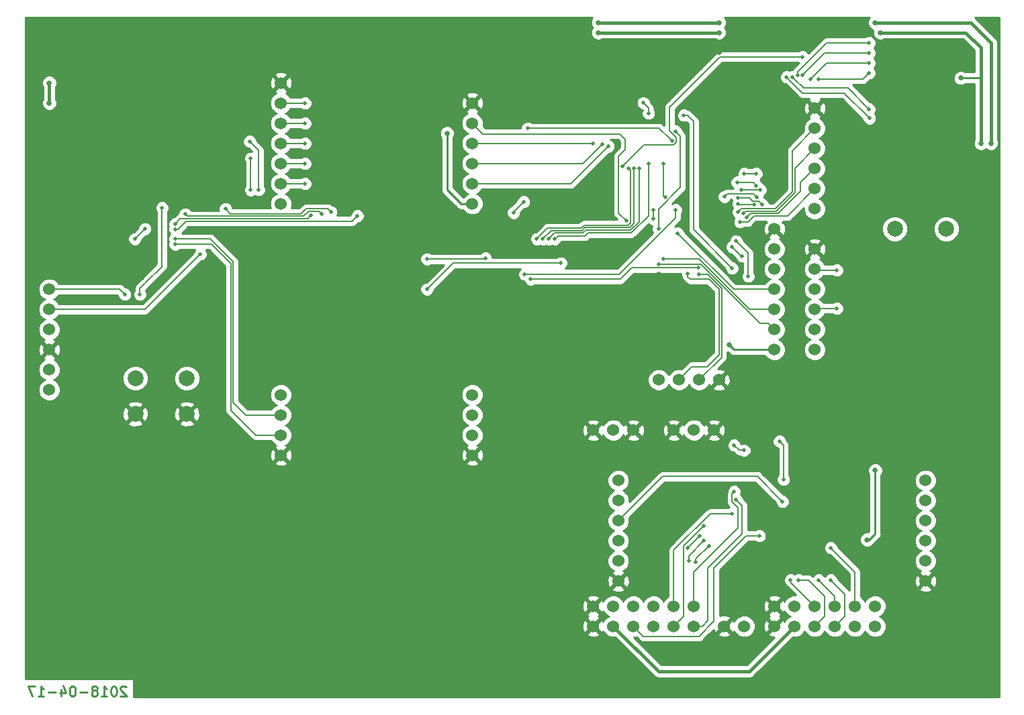
<source format=gbr>
G04 #@! TF.GenerationSoftware,KiCad,Pcbnew,(5.0.0-rc2-dev-319-g0ded476)*
G04 #@! TF.CreationDate,2018-04-17T17:50:58-07:00*
G04 #@! TF.ProjectId,paranoids-hackme-1,706172616E6F6964732D6861636B6D65,A*
G04 #@! TF.SameCoordinates,Original*
G04 #@! TF.FileFunction,Copper,L2,Bot,Signal*
G04 #@! TF.FilePolarity,Positive*
%FSLAX46Y46*%
G04 Gerber Fmt 4.6, Leading zero omitted, Abs format (unit mm)*
G04 Created by KiCad (PCBNEW (5.0.0-rc2-dev-319-g0ded476)) date Tuesday, April 17, 2018 at 05:50:58 PM*
%MOMM*%
%LPD*%
G01*
G04 APERTURE LIST*
%ADD10C,0.254000*%
%ADD11C,1.524000*%
%ADD12C,2.000000*%
%ADD13C,0.635000*%
%ADD14C,0.508000*%
%ADD15C,0.381000*%
%ADD16C,0.152400*%
G04 APERTURE END LIST*
D10*
X113836147Y-115630476D02*
X113775671Y-115570000D01*
X113654719Y-115509523D01*
X113352338Y-115509523D01*
X113231385Y-115570000D01*
X113170909Y-115630476D01*
X113110433Y-115751428D01*
X113110433Y-115872380D01*
X113170909Y-116053809D01*
X113896623Y-116779523D01*
X113110433Y-116779523D01*
X112324242Y-115509523D02*
X112203290Y-115509523D01*
X112082338Y-115570000D01*
X112021861Y-115630476D01*
X111961385Y-115751428D01*
X111900909Y-115993333D01*
X111900909Y-116295714D01*
X111961385Y-116537619D01*
X112021861Y-116658571D01*
X112082338Y-116719047D01*
X112203290Y-116779523D01*
X112324242Y-116779523D01*
X112445195Y-116719047D01*
X112505671Y-116658571D01*
X112566147Y-116537619D01*
X112626623Y-116295714D01*
X112626623Y-115993333D01*
X112566147Y-115751428D01*
X112505671Y-115630476D01*
X112445195Y-115570000D01*
X112324242Y-115509523D01*
X110691385Y-116779523D02*
X111417100Y-116779523D01*
X111054242Y-116779523D02*
X111054242Y-115509523D01*
X111175195Y-115690952D01*
X111296147Y-115811904D01*
X111417100Y-115872380D01*
X109965671Y-116053809D02*
X110086623Y-115993333D01*
X110147100Y-115932857D01*
X110207576Y-115811904D01*
X110207576Y-115751428D01*
X110147100Y-115630476D01*
X110086623Y-115570000D01*
X109965671Y-115509523D01*
X109723766Y-115509523D01*
X109602814Y-115570000D01*
X109542338Y-115630476D01*
X109481861Y-115751428D01*
X109481861Y-115811904D01*
X109542338Y-115932857D01*
X109602814Y-115993333D01*
X109723766Y-116053809D01*
X109965671Y-116053809D01*
X110086623Y-116114285D01*
X110147100Y-116174761D01*
X110207576Y-116295714D01*
X110207576Y-116537619D01*
X110147100Y-116658571D01*
X110086623Y-116719047D01*
X109965671Y-116779523D01*
X109723766Y-116779523D01*
X109602814Y-116719047D01*
X109542338Y-116658571D01*
X109481861Y-116537619D01*
X109481861Y-116295714D01*
X109542338Y-116174761D01*
X109602814Y-116114285D01*
X109723766Y-116053809D01*
X108937576Y-116295714D02*
X107969957Y-116295714D01*
X107123290Y-115509523D02*
X107002338Y-115509523D01*
X106881385Y-115570000D01*
X106820909Y-115630476D01*
X106760433Y-115751428D01*
X106699957Y-115993333D01*
X106699957Y-116295714D01*
X106760433Y-116537619D01*
X106820909Y-116658571D01*
X106881385Y-116719047D01*
X107002338Y-116779523D01*
X107123290Y-116779523D01*
X107244242Y-116719047D01*
X107304719Y-116658571D01*
X107365195Y-116537619D01*
X107425671Y-116295714D01*
X107425671Y-115993333D01*
X107365195Y-115751428D01*
X107304719Y-115630476D01*
X107244242Y-115570000D01*
X107123290Y-115509523D01*
X105611385Y-115932857D02*
X105611385Y-116779523D01*
X105913766Y-115449047D02*
X106216147Y-116356190D01*
X105429957Y-116356190D01*
X104946147Y-116295714D02*
X103978528Y-116295714D01*
X102708528Y-116779523D02*
X103434242Y-116779523D01*
X103071385Y-116779523D02*
X103071385Y-115509523D01*
X103192338Y-115690952D01*
X103313290Y-115811904D01*
X103434242Y-115872380D01*
X102285195Y-115509523D02*
X101438528Y-115509523D01*
X101982814Y-116779523D01*
D11*
X133350000Y-39370000D03*
X133350000Y-41910000D03*
X133350000Y-44450000D03*
X133350000Y-46990000D03*
X133350000Y-49530000D03*
X133350000Y-52070000D03*
X133350000Y-54610000D03*
X200660000Y-60325000D03*
X200660000Y-62865000D03*
X200660000Y-65405000D03*
X200660000Y-67945000D03*
X200660000Y-70485000D03*
X200660000Y-73025000D03*
X189230000Y-107950000D03*
X191770000Y-107950000D03*
X195580000Y-57785000D03*
X195580000Y-60325000D03*
X195580000Y-62865000D03*
X195580000Y-65405000D03*
X195580000Y-67945000D03*
X195580000Y-70485000D03*
X195580000Y-73025000D03*
X177800000Y-83185000D03*
X175260000Y-83185000D03*
X172720000Y-83185000D03*
X187960000Y-83185000D03*
X185420000Y-83185000D03*
X182880000Y-83185000D03*
X188595000Y-76835000D03*
X186055000Y-76835000D03*
X183515000Y-76835000D03*
X180975000Y-76835000D03*
X133350000Y-86360000D03*
X133350000Y-83820000D03*
X133350000Y-81280000D03*
X133350000Y-78740000D03*
X157480000Y-86360000D03*
X157480000Y-83820000D03*
X157480000Y-81280000D03*
X157480000Y-78740000D03*
X200660000Y-42545000D03*
X200660000Y-45085000D03*
X200660000Y-47625000D03*
X200660000Y-50165000D03*
X200660000Y-52705000D03*
X200660000Y-55245000D03*
X104140000Y-65405000D03*
X104140000Y-67945000D03*
X104140000Y-70485000D03*
X104140000Y-73025000D03*
X104140000Y-75565000D03*
X104140000Y-78105000D03*
X175895000Y-102235000D03*
X175895000Y-99695000D03*
X175895000Y-97155000D03*
X175895000Y-94615000D03*
X175895000Y-92075000D03*
X175895000Y-89535000D03*
X157480000Y-41910000D03*
X157480000Y-44450000D03*
X157480000Y-46990000D03*
X157480000Y-49530000D03*
X157480000Y-52070000D03*
X157480000Y-54610000D03*
X214630000Y-102235000D03*
X214630000Y-99695000D03*
X214630000Y-97155000D03*
X214630000Y-94615000D03*
X214630000Y-92075000D03*
X214630000Y-89535000D03*
D12*
X217245000Y-57785000D03*
X210745000Y-57785000D03*
X114990000Y-81150000D03*
X114990000Y-76650000D03*
X121490000Y-81150000D03*
X121490000Y-76650000D03*
D11*
X172720000Y-105410000D03*
X175260000Y-105410000D03*
X175260000Y-107950000D03*
X172720000Y-107950000D03*
X180340000Y-107950000D03*
X182880000Y-107950000D03*
X185420000Y-107950000D03*
X185420000Y-105410000D03*
X182880000Y-105410000D03*
X180340000Y-105410000D03*
X177800000Y-107950000D03*
X177800000Y-105410000D03*
X195580000Y-105410000D03*
X198120000Y-105410000D03*
X198120000Y-107950000D03*
X195580000Y-107950000D03*
X203200000Y-107950000D03*
X205740000Y-107950000D03*
X208280000Y-107950000D03*
X208280000Y-105410000D03*
X205740000Y-105410000D03*
X203200000Y-105410000D03*
X200660000Y-107950000D03*
X200660000Y-105410000D03*
D13*
X222885000Y-46990000D03*
X208280000Y-31750000D03*
X188595000Y-31750000D03*
X173355000Y-31750000D03*
X170307000Y-56769000D03*
X164084000Y-43688000D03*
X123063004Y-40005000D03*
X106299000Y-59436024D03*
X106299000Y-57658008D03*
X106299000Y-53213000D03*
X106553000Y-49530000D03*
X109728000Y-49530000D03*
X126365000Y-51434989D03*
X188589552Y-35538205D03*
X190937193Y-58391741D03*
X146685000Y-73025000D03*
X144310100Y-63754000D03*
X114935000Y-61595000D03*
X139065000Y-66040000D03*
X128905000Y-66040000D03*
X128905000Y-74295000D03*
X139065000Y-74295000D03*
X139065000Y-57785000D03*
X179070000Y-73660000D03*
X187325000Y-73660000D03*
X170815000Y-73660000D03*
X187325000Y-69215000D03*
X170815000Y-69215000D03*
X170815000Y-65405000D03*
X177165000Y-65405000D03*
X180340000Y-65405000D03*
X187325000Y-65405000D03*
X180974984Y-63500000D03*
X183515000Y-40005000D03*
X191770000Y-49530000D03*
D14*
X179070000Y-36830000D03*
D13*
X168910000Y-55245000D03*
X177800000Y-42545000D03*
X186690000Y-34290000D03*
X177165000Y-36830000D03*
X212725000Y-72390000D03*
X219075000Y-41275000D03*
X200025000Y-86360000D03*
X202565000Y-88265000D03*
X201295000Y-82550000D03*
X185420000Y-92710000D03*
X194945000Y-102235000D03*
X203200000Y-96520000D03*
X197485000Y-79375000D03*
X156210000Y-66675000D03*
X123825000Y-68580000D03*
X122555000Y-67945000D03*
X132080000Y-58420000D03*
X120650000Y-50800000D03*
X114300000Y-51435000D03*
X154305000Y-45720000D03*
X189865000Y-72390000D03*
X208915000Y-33020000D03*
X219075000Y-38735000D03*
X221615000Y-46990000D03*
X188595000Y-33020000D03*
X173355000Y-33020000D03*
X104140000Y-39370000D03*
X104140000Y-41910000D03*
D14*
X180340000Y-55372000D03*
X176911000Y-56769000D03*
X180340000Y-56515000D03*
X183134000Y-45466006D03*
X180975000Y-57785000D03*
X180974990Y-62230000D03*
X181610000Y-61595000D03*
X183378959Y-58331473D03*
X184643907Y-63469643D03*
X186055000Y-63500000D03*
X164846000Y-64135000D03*
X185951750Y-62714250D03*
X183134000Y-55372000D03*
X164084000Y-63500000D03*
X191241110Y-56896037D03*
X192079833Y-56336137D03*
X191627864Y-55854610D03*
X191008000Y-55626016D03*
X191008000Y-54610000D03*
X193040000Y-54736957D03*
X194056000Y-54736957D03*
X191007992Y-53848000D03*
X193381257Y-53760743D03*
X189254195Y-53721237D03*
X203454000Y-67818000D03*
X193802000Y-52832000D03*
X191426763Y-52882784D03*
X203454000Y-62992000D03*
X190866536Y-51911211D03*
X193294000Y-52324000D03*
X177176531Y-50172691D03*
X165608000Y-59055000D03*
X177836893Y-50164546D03*
X166370000Y-59055000D03*
X178497205Y-50153059D03*
X167132000Y-59055000D03*
X167893996Y-59055000D03*
X179705000Y-49530000D03*
X192278000Y-63754000D03*
X190754000Y-59309000D03*
X181800968Y-53784278D03*
X181610000Y-49530000D03*
X162687000Y-55753000D03*
X159131000Y-61468000D03*
X163957000Y-54356000D03*
X182636301Y-46715333D03*
X151765022Y-61595000D03*
X164465000Y-45085000D03*
X197865975Y-38608010D03*
X207518000Y-42672000D03*
X197104000Y-38608000D03*
X207540680Y-43822400D03*
X179710080Y-43180000D03*
X179046250Y-41886250D03*
X174625000Y-47371000D03*
X173863000Y-47117000D03*
X176403000Y-49911000D03*
X199136000Y-36068014D03*
X198475577Y-38354013D03*
X207518000Y-34290000D03*
X199135984Y-38354000D03*
X207517992Y-35560000D03*
X201168000Y-38862000D03*
X207518000Y-38100000D03*
X200152000Y-38862000D03*
X207518000Y-36830010D03*
X172720000Y-46990000D03*
X191515996Y-61214000D03*
X190246000Y-60071000D03*
D13*
X207264000Y-97028000D03*
X208280000Y-88265000D03*
D14*
X143002000Y-56134000D03*
X120015000Y-57810413D03*
X168656000Y-62103000D03*
X151765000Y-65405000D03*
X190500000Y-85090000D03*
X191746250Y-85748750D03*
X137160000Y-56032421D03*
X120015000Y-57150000D03*
X139646004Y-55651389D03*
X126365000Y-55245000D03*
X121260043Y-55904957D03*
X138453757Y-55903757D03*
X193675000Y-96520000D03*
X197612000Y-102108000D03*
X198627988Y-102108000D03*
X201168000Y-102108000D03*
X202692000Y-102108000D03*
X196215000Y-84582000D03*
X196723000Y-89408000D03*
X184150000Y-43434000D03*
X190246000Y-62738000D03*
X190499990Y-90932000D03*
X190754000Y-91948000D03*
X190246000Y-93725992D03*
X186690000Y-95250000D03*
X186182000Y-96520000D03*
X184658000Y-98044000D03*
X184785000Y-99695000D03*
X186690000Y-97155000D03*
X185674000Y-99821996D03*
X187325000Y-97790000D03*
X202692000Y-98044000D03*
X196596000Y-92202000D03*
X120015000Y-59715403D03*
X120015000Y-59055000D03*
X114935000Y-59054992D03*
X116205000Y-57785000D03*
X118364000Y-55118000D03*
X115570000Y-66040000D03*
X123190007Y-60960007D03*
X136398000Y-41910000D03*
X129413000Y-46736000D03*
X130556000Y-52832000D03*
X136398000Y-44450004D03*
X129540000Y-52857390D03*
X129540000Y-48895000D03*
X136398000Y-46990000D03*
X136398000Y-49530000D03*
X136398000Y-52070000D03*
X113665000Y-66040000D03*
X193293970Y-50800000D03*
X191770000Y-50800000D03*
D15*
X220345000Y-31750000D02*
X222885000Y-34290000D01*
X222885000Y-34290000D02*
X222885000Y-46990000D01*
X208280000Y-31750000D02*
X220345000Y-31750000D01*
X173355000Y-31750000D02*
X188595000Y-31750000D01*
D10*
X128905000Y-74295000D02*
X128905000Y-66040000D01*
X139065000Y-57785000D02*
X139065000Y-74295000D01*
X187325000Y-73660000D02*
X187325000Y-69215000D01*
X172085000Y-72390000D02*
X170815000Y-73660000D01*
X179070000Y-72390000D02*
X172085000Y-72390000D01*
X187325000Y-69215000D02*
X187325000Y-65405000D01*
X170815000Y-69215000D02*
X187325000Y-69215000D01*
X180340000Y-65405000D02*
X177165000Y-65405000D01*
X154305000Y-45720000D02*
X154305000Y-52832000D01*
X154305000Y-52832000D02*
X156083000Y-54610000D01*
X156083000Y-54610000D02*
X157480000Y-54610000D01*
X189865000Y-72390000D02*
X190500000Y-73025000D01*
X190500000Y-73025000D02*
X195580000Y-73025000D01*
D15*
X221615000Y-38735000D02*
X221615000Y-34925000D01*
X219710000Y-33020000D02*
X209364012Y-33020000D01*
X209364012Y-33020000D02*
X208915000Y-33020000D01*
X221615000Y-34925000D02*
X219710000Y-33020000D01*
X221615000Y-46990000D02*
X221615000Y-38735000D01*
D10*
X219075000Y-38735000D02*
X221615000Y-38735000D01*
D15*
X175260000Y-107950000D02*
X180975000Y-113665000D01*
X180975000Y-113665000D02*
X192405000Y-113665000D01*
X192405000Y-113665000D02*
X197358001Y-108711999D01*
X197358001Y-108711999D02*
X198120000Y-107950000D01*
X173355000Y-33020000D02*
X188595000Y-33020000D01*
X104140000Y-41910000D02*
X104140000Y-39370000D01*
D16*
X157480000Y-44450000D02*
X158838899Y-45808899D01*
X158838899Y-45808899D02*
X176110899Y-45808899D01*
X176110899Y-45808899D02*
X176784000Y-46482000D01*
X175920399Y-48615601D02*
X175920399Y-55778399D01*
X176784000Y-46482000D02*
X176784000Y-47752000D01*
X176784000Y-47752000D02*
X175920399Y-48615601D01*
X175920399Y-55778399D02*
X176911000Y-56769000D01*
X180340000Y-55372000D02*
X180340000Y-56515000D01*
X180975000Y-55292750D02*
X183727162Y-52540588D01*
X183727162Y-52540588D02*
X183727162Y-46059168D01*
X183727162Y-46059168D02*
X183387999Y-45720005D01*
X180975000Y-57785000D02*
X180975000Y-55292750D01*
X183387999Y-45720005D02*
X183134000Y-45466006D01*
X194818001Y-69723001D02*
X193775135Y-69723001D01*
X186282134Y-62230000D02*
X181334200Y-62230000D01*
X193775135Y-69723001D02*
X186282134Y-62230000D01*
X181334200Y-62230000D02*
X180974990Y-62230000D01*
X195580000Y-70485000D02*
X194818001Y-69723001D01*
X181969210Y-61595000D02*
X181610000Y-61595000D01*
X192428201Y-67945000D02*
X186078201Y-61595000D01*
X186078201Y-61595000D02*
X181969210Y-61595000D01*
X195580000Y-67945000D02*
X192428201Y-67945000D01*
X183632958Y-58585472D02*
X183378959Y-58331473D01*
X190452486Y-65405000D02*
X183632958Y-58585472D01*
X195580000Y-65405000D02*
X190452486Y-65405000D01*
X183515000Y-76835000D02*
X185166000Y-75184000D01*
X185166000Y-75184000D02*
X187071000Y-75184000D01*
X188595000Y-73660000D02*
X188595000Y-65405000D01*
X187325000Y-64135000D02*
X184950054Y-64135000D01*
X184950054Y-64135000D02*
X184643907Y-63828853D01*
X184643907Y-63828853D02*
X184643907Y-63469643D01*
X188595000Y-65405000D02*
X187325000Y-64135000D01*
X187071000Y-75184000D02*
X188595000Y-73660000D01*
X186414210Y-63500000D02*
X186055000Y-63500000D01*
X188899811Y-65278744D02*
X187121067Y-63500000D01*
X187121067Y-63500000D02*
X186414210Y-63500000D01*
X186055000Y-76835000D02*
X188899811Y-73990189D01*
X188899811Y-73990189D02*
X188899811Y-65278744D01*
X177569758Y-62714250D02*
X176149008Y-64135000D01*
X165205210Y-64135000D02*
X164846000Y-64135000D01*
X176149008Y-64135000D02*
X165205210Y-64135000D01*
X185951750Y-62714250D02*
X177569758Y-62714250D01*
X183134000Y-55731210D02*
X183134000Y-55372000D01*
X183134000Y-56388000D02*
X183134000Y-55731210D01*
X176022000Y-63500000D02*
X183134000Y-56388000D01*
X164084000Y-63500000D02*
X176022000Y-63500000D01*
X197231000Y-56134000D02*
X192992030Y-56134000D01*
X200660000Y-52705000D02*
X197231000Y-56134000D01*
X192992030Y-56134000D02*
X192229993Y-56896037D01*
X191600320Y-56896037D02*
X191241110Y-56896037D01*
X192229993Y-56896037D02*
X191600320Y-56896037D01*
X198882000Y-53020630D02*
X196073441Y-55829189D01*
X196073441Y-55829189D02*
X192586781Y-55829189D01*
X198882000Y-51943000D02*
X198882000Y-53020630D01*
X200660000Y-50165000D02*
X198882000Y-51943000D01*
X192586781Y-55829189D02*
X192333832Y-56082138D01*
X192333832Y-56082138D02*
X192079833Y-56336137D01*
X198145410Y-50139590D02*
X198145410Y-53214459D01*
X191881863Y-55600611D02*
X191627864Y-55854610D01*
X200660000Y-47625000D02*
X198145410Y-50139590D01*
X198145410Y-53214459D02*
X195835491Y-55524378D01*
X191958096Y-55524378D02*
X191881863Y-55600611D01*
X195835491Y-55524378D02*
X191958096Y-55524378D01*
X191261999Y-55372017D02*
X191008000Y-55626016D01*
X195709235Y-55219567D02*
X191414449Y-55219567D01*
X200660000Y-45085000D02*
X197840599Y-47904401D01*
X191414449Y-55219567D02*
X191261999Y-55372017D01*
X197840599Y-53088203D02*
X195709235Y-55219567D01*
X197840599Y-47904401D02*
X197840599Y-53088203D01*
X191134957Y-54736957D02*
X191008000Y-54610000D01*
X193040000Y-54736957D02*
X191134957Y-54736957D01*
X191007992Y-53848000D02*
X192405000Y-53848000D01*
X192811355Y-54254355D02*
X193573398Y-54254355D01*
X192405000Y-53848000D02*
X192811355Y-54254355D01*
X193573398Y-54254355D02*
X193802001Y-54482958D01*
X193802001Y-54482958D02*
X194056000Y-54736957D01*
X189254195Y-53721237D02*
X189610047Y-53365385D01*
X189610047Y-53365385D02*
X192985899Y-53365385D01*
X193127258Y-53506744D02*
X193381257Y-53760743D01*
X192985899Y-53365385D02*
X193127258Y-53506744D01*
X191426763Y-52882784D02*
X193751216Y-52882784D01*
X193751216Y-52882784D02*
X193802000Y-52832000D01*
X203454000Y-67818000D02*
X200787000Y-67818000D01*
X200787000Y-67818000D02*
X200660000Y-67945000D01*
X203454000Y-62992000D02*
X200787000Y-62992000D01*
X200787000Y-62992000D02*
X200660000Y-62865000D01*
X192881211Y-51911211D02*
X191225746Y-51911211D01*
X193294000Y-52324000D02*
X192881211Y-51911211D01*
X191225746Y-51911211D02*
X190866536Y-51911211D01*
X166966899Y-57696101D02*
X171204129Y-57696101D01*
X165608000Y-59055000D02*
X166966899Y-57696101D01*
X171572451Y-57327779D02*
X177066471Y-57327779D01*
X171204129Y-57696101D02*
X171572451Y-57327779D01*
X177430530Y-50426690D02*
X177176531Y-50172691D01*
X177430530Y-56963720D02*
X177430530Y-50426690D01*
X177066471Y-57327779D02*
X177430530Y-56963720D01*
X171698707Y-57632590D02*
X177317410Y-57632590D01*
X177836893Y-50523756D02*
X177836893Y-50164546D01*
X177836893Y-57113107D02*
X177836893Y-50523756D01*
X177317410Y-57632590D02*
X177836893Y-57113107D01*
X167424088Y-58000912D02*
X171330385Y-58000912D01*
X166370000Y-59055000D02*
X167424088Y-58000912D01*
X171330385Y-58000912D02*
X171698707Y-57632590D01*
X171456641Y-58305723D02*
X171824963Y-57937401D01*
X177443666Y-57937401D02*
X178497205Y-56883862D01*
X178497205Y-56883862D02*
X178497205Y-50512269D01*
X167132000Y-59055000D02*
X167881277Y-58305723D01*
X167881277Y-58305723D02*
X171456641Y-58305723D01*
X178497205Y-50512269D02*
X178497205Y-50153059D01*
X171824963Y-57937401D02*
X177443666Y-57937401D01*
X179705000Y-49530000D02*
X179705000Y-56134000D01*
X177546000Y-58293000D02*
X172085000Y-58293000D01*
X171704000Y-58674000D02*
X168274996Y-58674000D01*
X179705000Y-56134000D02*
X177546000Y-58293000D01*
X172085000Y-58293000D02*
X171704000Y-58674000D01*
X168274996Y-58674000D02*
X167893996Y-59055000D01*
X192278000Y-60833000D02*
X192278000Y-63394790D01*
X190754000Y-59309000D02*
X192278000Y-60833000D01*
X192278000Y-63394790D02*
X192278000Y-63754000D01*
X181610000Y-53593310D02*
X181800968Y-53784278D01*
X181610000Y-49530000D02*
X181610000Y-53593310D01*
X162687000Y-55626000D02*
X162687000Y-55753000D01*
X163957000Y-54356000D02*
X162687000Y-55626000D01*
X159004000Y-61595000D02*
X159131000Y-61468000D01*
X151765022Y-61595000D02*
X159004000Y-61595000D01*
X182382302Y-46461334D02*
X182636301Y-46715333D01*
X164465000Y-45085000D02*
X181005968Y-45085000D01*
X181005968Y-45085000D02*
X182382302Y-46461334D01*
X199235653Y-39977688D02*
X198119974Y-38862009D01*
X204823688Y-39977688D02*
X199235653Y-39977688D01*
X198119974Y-38862009D02*
X197865975Y-38608010D01*
X207518000Y-42672000D02*
X204823688Y-39977688D01*
X197357999Y-38861999D02*
X197104000Y-38608000D01*
X207540680Y-43822400D02*
X204358280Y-40640000D01*
X199136000Y-40640000D02*
X197357999Y-38861999D01*
X204358280Y-40640000D02*
X199136000Y-40640000D01*
X179046250Y-41886250D02*
X179710080Y-42550080D01*
X179710080Y-42550080D02*
X179710080Y-43180000D01*
X169926000Y-52070000D02*
X174371001Y-47624999D01*
X157480000Y-52070000D02*
X169926000Y-52070000D01*
X174371001Y-47624999D02*
X174625000Y-47371000D01*
X173609001Y-47370999D02*
X173863000Y-47117000D01*
X171450000Y-49530000D02*
X173609001Y-47370999D01*
X157480000Y-49530000D02*
X171450000Y-49530000D01*
X182371986Y-45418240D02*
X183220553Y-46266807D01*
X179116065Y-47197935D02*
X176656999Y-49657001D01*
X176656999Y-49657001D02*
X176403000Y-49911000D01*
X188721986Y-36068014D02*
X182371986Y-42418014D01*
X183220553Y-46845333D02*
X182867951Y-47197935D01*
X199136000Y-36068014D02*
X188721986Y-36068014D01*
X183220553Y-46266807D02*
X183220553Y-46845333D01*
X182371986Y-42418014D02*
X182371986Y-45418240D01*
X182867951Y-47197935D02*
X179116065Y-47197935D01*
X207518000Y-34290000D02*
X202180380Y-34290000D01*
X202180380Y-34290000D02*
X198475577Y-37994803D01*
X198475577Y-37994803D02*
X198475577Y-38354013D01*
X201929984Y-35560000D02*
X199389983Y-38100001D01*
X199389983Y-38100001D02*
X199135984Y-38354000D01*
X207517992Y-35560000D02*
X201929984Y-35560000D01*
X207518000Y-38100000D02*
X206756000Y-38862000D01*
X206756000Y-38862000D02*
X201527210Y-38862000D01*
X201527210Y-38862000D02*
X201168000Y-38862000D01*
X200405999Y-38608001D02*
X200152000Y-38862000D01*
X202183990Y-36830010D02*
X200405999Y-38608001D01*
X207518000Y-36830010D02*
X202183990Y-36830010D01*
X157480000Y-46990000D02*
X158557630Y-46990000D01*
X158557630Y-46990000D02*
X160655000Y-46990000D01*
X172360790Y-46990000D02*
X172720000Y-46990000D01*
X160655000Y-46990000D02*
X172360790Y-46990000D01*
X190246000Y-60071000D02*
X191389000Y-61214000D01*
X191389000Y-61214000D02*
X191515996Y-61214000D01*
D10*
X208280000Y-88265000D02*
X208280000Y-96266000D01*
X208280000Y-96266000D02*
X207518000Y-97028000D01*
X207518000Y-97028000D02*
X207264000Y-97028000D01*
D16*
X141147808Y-56819810D02*
X142316190Y-56819810D01*
X142316190Y-56819810D02*
X143002000Y-56134000D01*
X121364813Y-56819810D02*
X141147808Y-56819810D01*
X120015000Y-57810413D02*
X120374210Y-57810413D01*
X120374210Y-57810413D02*
X121364813Y-56819810D01*
X151765000Y-65405000D02*
X155067000Y-62103000D01*
X168296790Y-62103000D02*
X168656000Y-62103000D01*
X155067000Y-62103000D02*
X168296790Y-62103000D01*
X191746250Y-85748750D02*
X191158750Y-85748750D01*
X191158750Y-85748750D02*
X190500000Y-85090000D01*
X120015000Y-57150000D02*
X120650000Y-56515000D01*
X120650000Y-56515000D02*
X136677421Y-56515000D01*
X136677421Y-56515000D02*
X136906001Y-56286420D01*
X136906001Y-56286420D02*
X137160000Y-56032421D01*
X126365000Y-55245000D02*
X127000000Y-55880000D01*
X127000000Y-55880000D02*
X135890000Y-55880000D01*
X139239615Y-55245000D02*
X139392005Y-55397390D01*
X135890000Y-55880000D02*
X136525000Y-55245000D01*
X136525000Y-55245000D02*
X139239615Y-55245000D01*
X139392005Y-55397390D02*
X139646004Y-55651389D01*
X121539897Y-56184811D02*
X121514042Y-56158956D01*
X136220189Y-56184811D02*
X121539897Y-56184811D01*
X136855189Y-55549811D02*
X136220189Y-56184811D01*
X138453757Y-55903757D02*
X138099811Y-55549811D01*
X121514042Y-56158956D02*
X121260043Y-55904957D01*
X138099811Y-55549811D02*
X136855189Y-55549811D01*
X177800000Y-107950000D02*
X179070000Y-109220000D01*
X186055000Y-109220000D02*
X187960000Y-107315000D01*
X179070000Y-109220000D02*
X186055000Y-109220000D01*
X187960000Y-107315000D02*
X187960000Y-100584000D01*
X187960000Y-100584000D02*
X192024000Y-96520000D01*
X192024000Y-96520000D02*
X193675000Y-96520000D01*
X200660000Y-105410000D02*
X197612000Y-102362000D01*
X197612000Y-102362000D02*
X197612000Y-102108000D01*
X201930000Y-106680000D02*
X201930000Y-104140000D01*
X198987198Y-102108000D02*
X198627988Y-102108000D01*
X199898000Y-102108000D02*
X198987198Y-102108000D01*
X200660000Y-107950000D02*
X201930000Y-106680000D01*
X201930000Y-104140000D02*
X199898000Y-102108000D01*
X203200000Y-105410000D02*
X203200000Y-104140000D01*
X203200000Y-104140000D02*
X201421999Y-102361999D01*
X201421999Y-102361999D02*
X201168000Y-102108000D01*
X203200000Y-107950000D02*
X204470000Y-106680000D01*
X204470000Y-106680000D02*
X204470000Y-103886000D01*
X204470000Y-103886000D02*
X202945999Y-102361999D01*
X202945999Y-102361999D02*
X202692000Y-102108000D01*
X196468999Y-84835999D02*
X196215000Y-84582000D01*
X196723000Y-89408000D02*
X196723000Y-85090000D01*
X196723000Y-85090000D02*
X196468999Y-84835999D01*
X184509210Y-43434000D02*
X184150000Y-43434000D01*
X184610250Y-43434000D02*
X184509210Y-43434000D01*
X185394601Y-44218351D02*
X184610250Y-43434000D01*
X185394601Y-57886601D02*
X185394601Y-44218351D01*
X190246000Y-62738000D02*
X185394601Y-57886601D01*
X185420000Y-101092000D02*
X190982607Y-95529393D01*
X190982607Y-95529393D02*
X190982607Y-92986357D01*
X190245991Y-92249741D02*
X190245991Y-91185999D01*
X185420000Y-105410000D02*
X185420000Y-101092000D01*
X190982607Y-92986357D02*
X190245991Y-92249741D01*
X190245991Y-91185999D02*
X190499990Y-90932000D01*
X185420000Y-107950000D02*
X186497630Y-107950000D01*
X191516000Y-92710000D02*
X191007999Y-92201999D01*
X186497630Y-107950000D02*
X187198000Y-107249630D01*
X187198000Y-107249630D02*
X187198000Y-100584000D01*
X191516000Y-96266000D02*
X191516000Y-92710000D01*
X187198000Y-100584000D02*
X191516000Y-96266000D01*
X191007999Y-92201999D02*
X190754000Y-91948000D01*
X182880000Y-105410000D02*
X182880000Y-98345750D01*
X187499758Y-93725992D02*
X189886790Y-93725992D01*
X182880000Y-98345750D02*
X187499758Y-93725992D01*
X189886790Y-93725992D02*
X190246000Y-93725992D01*
X186690000Y-95250000D02*
X184150000Y-97790000D01*
X184150000Y-106680000D02*
X183641999Y-107188001D01*
X183641999Y-107188001D02*
X182880000Y-107950000D01*
X184150000Y-97790000D02*
X184150000Y-106680000D01*
X184658000Y-98044000D02*
X186182000Y-96520000D01*
X186690000Y-97155000D02*
X184785000Y-99060000D01*
X184785000Y-99060000D02*
X184785000Y-99695000D01*
X185674000Y-99441000D02*
X185674000Y-99462786D01*
X187325000Y-97790000D02*
X185674000Y-99441000D01*
X185674000Y-99462786D02*
X185674000Y-99821996D01*
X205740000Y-105410000D02*
X205740000Y-101092000D01*
X205740000Y-101092000D02*
X202945999Y-98297999D01*
X202945999Y-98297999D02*
X202692000Y-98044000D01*
X175895000Y-94615000D02*
X181483000Y-89027000D01*
X181483000Y-89027000D02*
X193421000Y-89027000D01*
X193421000Y-89027000D02*
X196342001Y-91948001D01*
X196342001Y-91948001D02*
X196596000Y-92202000D01*
X120015000Y-59715403D02*
X124564653Y-59715403D01*
X124564653Y-59715403D02*
X127025378Y-62176128D01*
X127025378Y-80670378D02*
X130175000Y-83820000D01*
X127025378Y-62176128D02*
X127025378Y-80670378D01*
X130175000Y-83820000D02*
X133350000Y-83820000D01*
X120015000Y-59055000D02*
X124460000Y-59055000D01*
X132272370Y-81280000D02*
X133350000Y-81280000D01*
X127330189Y-61925189D02*
X127330189Y-79705189D01*
X124460000Y-59055000D02*
X127330189Y-61925189D01*
X128905000Y-81280000D02*
X132272370Y-81280000D01*
X127330189Y-79705189D02*
X128905000Y-81280000D01*
X114935008Y-59054992D02*
X114935000Y-59054992D01*
X116205000Y-57785000D02*
X114935008Y-59054992D01*
X118371658Y-62484000D02*
X116205000Y-64650658D01*
X118364000Y-55118000D02*
X118364000Y-62476342D01*
X118364000Y-62476342D02*
X118371658Y-62484000D01*
X115570000Y-66040000D02*
X115570000Y-65285658D01*
X115570000Y-65285658D02*
X116205000Y-64650658D01*
X112395000Y-67945000D02*
X116205014Y-67945000D01*
X116205014Y-67945000D02*
X122936008Y-61214006D01*
X122936008Y-61214006D02*
X123190007Y-60960007D01*
X104140000Y-67945000D02*
X112395000Y-67945000D01*
X133350000Y-41910000D02*
X136398000Y-41910000D01*
X129666999Y-46989999D02*
X129413000Y-46736000D01*
X130556000Y-47879000D02*
X129666999Y-46989999D01*
X130556000Y-52832000D02*
X130556000Y-47879000D01*
X136397996Y-44450000D02*
X136398000Y-44450004D01*
X133350000Y-44450000D02*
X136397996Y-44450000D01*
X129540000Y-48895000D02*
X129540000Y-52857390D01*
X133350000Y-46990000D02*
X136398000Y-46990000D01*
X133350000Y-49530000D02*
X136398000Y-49530000D01*
X133350000Y-52070000D02*
X136398000Y-52070000D01*
X104140000Y-65405000D02*
X113030000Y-65405000D01*
X113030000Y-65405000D02*
X113411001Y-65786001D01*
X113411001Y-65786001D02*
X113665000Y-66040000D01*
X191770000Y-50800000D02*
X193293970Y-50800000D01*
D10*
G36*
X172547509Y-31210452D02*
X172402500Y-31560536D01*
X172402500Y-31939464D01*
X172547509Y-32289548D01*
X172642961Y-32385000D01*
X172547509Y-32480452D01*
X172402500Y-32830536D01*
X172402500Y-33209464D01*
X172547509Y-33559548D01*
X172815452Y-33827491D01*
X173165536Y-33972500D01*
X173544464Y-33972500D01*
X173851070Y-33845500D01*
X188098930Y-33845500D01*
X188405536Y-33972500D01*
X188784464Y-33972500D01*
X189134548Y-33827491D01*
X189402491Y-33559548D01*
X189547500Y-33209464D01*
X189547500Y-32830536D01*
X189402491Y-32480452D01*
X189307039Y-32385000D01*
X189402491Y-32289548D01*
X189547500Y-31939464D01*
X189547500Y-31560536D01*
X189402491Y-31210452D01*
X189319039Y-31127000D01*
X207555961Y-31127000D01*
X207472509Y-31210452D01*
X207327500Y-31560536D01*
X207327500Y-31939464D01*
X207472509Y-32289548D01*
X207740452Y-32557491D01*
X208026518Y-32675983D01*
X207962500Y-32830536D01*
X207962500Y-33209464D01*
X208107509Y-33559548D01*
X208375452Y-33827491D01*
X208725536Y-33972500D01*
X209104464Y-33972500D01*
X209411070Y-33845500D01*
X219368068Y-33845500D01*
X220789501Y-35266934D01*
X220789500Y-37973000D01*
X219660039Y-37973000D01*
X219614548Y-37927509D01*
X219264464Y-37782500D01*
X218885536Y-37782500D01*
X218535452Y-37927509D01*
X218267509Y-38195452D01*
X218122500Y-38545536D01*
X218122500Y-38924464D01*
X218267509Y-39274548D01*
X218535452Y-39542491D01*
X218885536Y-39687500D01*
X219264464Y-39687500D01*
X219614548Y-39542491D01*
X219660039Y-39497000D01*
X220789501Y-39497000D01*
X220789500Y-46493930D01*
X220662500Y-46800536D01*
X220662500Y-47179464D01*
X220807509Y-47529548D01*
X221075452Y-47797491D01*
X221425536Y-47942500D01*
X221804464Y-47942500D01*
X222154548Y-47797491D01*
X222250000Y-47702039D01*
X222345452Y-47797491D01*
X222695536Y-47942500D01*
X223074464Y-47942500D01*
X223424548Y-47797491D01*
X223692491Y-47529548D01*
X223837500Y-47179464D01*
X223837500Y-46800536D01*
X223710500Y-46493930D01*
X223710500Y-34371297D01*
X223726671Y-34289999D01*
X223710500Y-34208701D01*
X223710500Y-34208697D01*
X223662604Y-33967906D01*
X223580815Y-33845500D01*
X223526206Y-33763772D01*
X223526205Y-33763771D01*
X223480152Y-33694848D01*
X223411229Y-33648795D01*
X220986209Y-31223777D01*
X220940152Y-31154848D01*
X220898475Y-31127000D01*
X223873000Y-31127000D01*
X223873000Y-116873000D01*
X114801952Y-116873000D01*
X114801952Y-114592100D01*
X101127000Y-114592100D01*
X101127000Y-108930213D01*
X171919392Y-108930213D01*
X171988857Y-109172397D01*
X172512302Y-109359144D01*
X173067368Y-109331362D01*
X173451143Y-109172397D01*
X173520608Y-108930213D01*
X172720000Y-108129605D01*
X171919392Y-108930213D01*
X101127000Y-108930213D01*
X101127000Y-107742302D01*
X171310856Y-107742302D01*
X171338638Y-108297368D01*
X171497603Y-108681143D01*
X171739787Y-108750608D01*
X172540395Y-107950000D01*
X171739787Y-107149392D01*
X171497603Y-107218857D01*
X171310856Y-107742302D01*
X101127000Y-107742302D01*
X101127000Y-106390213D01*
X171919392Y-106390213D01*
X171988857Y-106632397D01*
X172112344Y-106676453D01*
X171988857Y-106727603D01*
X171919392Y-106969787D01*
X172720000Y-107770395D01*
X173520608Y-106969787D01*
X173451143Y-106727603D01*
X173327656Y-106683547D01*
X173451143Y-106632397D01*
X173520608Y-106390213D01*
X172720000Y-105589605D01*
X171919392Y-106390213D01*
X101127000Y-106390213D01*
X101127000Y-105202302D01*
X171310856Y-105202302D01*
X171338638Y-105757368D01*
X171497603Y-106141143D01*
X171739787Y-106210608D01*
X172540395Y-105410000D01*
X172899605Y-105410000D01*
X173700213Y-106210608D01*
X173942397Y-106141143D01*
X173992535Y-106000607D01*
X174075680Y-106201337D01*
X174468663Y-106594320D01*
X174675513Y-106680000D01*
X174468663Y-106765680D01*
X174075680Y-107158663D01*
X173996572Y-107349647D01*
X173942397Y-107218857D01*
X173700213Y-107149392D01*
X172899605Y-107950000D01*
X173700213Y-108750608D01*
X173942397Y-108681143D01*
X173992535Y-108540607D01*
X174075680Y-108741337D01*
X174468663Y-109134320D01*
X174982119Y-109347000D01*
X175489568Y-109347000D01*
X180333793Y-114191226D01*
X180379848Y-114260152D01*
X180448773Y-114306206D01*
X180652906Y-114442604D01*
X180975000Y-114506672D01*
X181056303Y-114490500D01*
X192323699Y-114490500D01*
X192405000Y-114506672D01*
X192486301Y-114490500D01*
X192486303Y-114490500D01*
X192727094Y-114442604D01*
X193000152Y-114260152D01*
X193046209Y-114191223D01*
X197890433Y-109347000D01*
X198397881Y-109347000D01*
X198911337Y-109134320D01*
X199304320Y-108741337D01*
X199390000Y-108534487D01*
X199475680Y-108741337D01*
X199868663Y-109134320D01*
X200382119Y-109347000D01*
X200937881Y-109347000D01*
X201451337Y-109134320D01*
X201844320Y-108741337D01*
X201930000Y-108534487D01*
X202015680Y-108741337D01*
X202408663Y-109134320D01*
X202922119Y-109347000D01*
X203477881Y-109347000D01*
X203991337Y-109134320D01*
X204384320Y-108741337D01*
X204470000Y-108534487D01*
X204555680Y-108741337D01*
X204948663Y-109134320D01*
X205462119Y-109347000D01*
X206017881Y-109347000D01*
X206531337Y-109134320D01*
X206924320Y-108741337D01*
X207010000Y-108534487D01*
X207095680Y-108741337D01*
X207488663Y-109134320D01*
X208002119Y-109347000D01*
X208557881Y-109347000D01*
X209071337Y-109134320D01*
X209464320Y-108741337D01*
X209677000Y-108227881D01*
X209677000Y-107672119D01*
X209464320Y-107158663D01*
X209071337Y-106765680D01*
X208864487Y-106680000D01*
X209071337Y-106594320D01*
X209464320Y-106201337D01*
X209677000Y-105687881D01*
X209677000Y-105132119D01*
X209464320Y-104618663D01*
X209071337Y-104225680D01*
X208557881Y-104013000D01*
X208002119Y-104013000D01*
X207488663Y-104225680D01*
X207095680Y-104618663D01*
X207010000Y-104825513D01*
X206924320Y-104618663D01*
X206531337Y-104225680D01*
X206451200Y-104192486D01*
X206451200Y-103215213D01*
X213829392Y-103215213D01*
X213898857Y-103457397D01*
X214422302Y-103644144D01*
X214977368Y-103616362D01*
X215361143Y-103457397D01*
X215430608Y-103215213D01*
X214630000Y-102414605D01*
X213829392Y-103215213D01*
X206451200Y-103215213D01*
X206451200Y-102027302D01*
X213220856Y-102027302D01*
X213248638Y-102582368D01*
X213407603Y-102966143D01*
X213649787Y-103035608D01*
X214450395Y-102235000D01*
X214809605Y-102235000D01*
X215610213Y-103035608D01*
X215852397Y-102966143D01*
X216039144Y-102442698D01*
X216011362Y-101887632D01*
X215852397Y-101503857D01*
X215610213Y-101434392D01*
X214809605Y-102235000D01*
X214450395Y-102235000D01*
X213649787Y-101434392D01*
X213407603Y-101503857D01*
X213220856Y-102027302D01*
X206451200Y-102027302D01*
X206451200Y-101162041D01*
X206465132Y-101091999D01*
X206451200Y-101021957D01*
X206451200Y-101021954D01*
X206409936Y-100814504D01*
X206340774Y-100710996D01*
X206292424Y-100638635D01*
X206292422Y-100638633D01*
X206252746Y-100579254D01*
X206193367Y-100539578D01*
X203581000Y-97927212D01*
X203581000Y-97867167D01*
X203445658Y-97540422D01*
X203195578Y-97290342D01*
X202868833Y-97155000D01*
X202515167Y-97155000D01*
X202188422Y-97290342D01*
X201938342Y-97540422D01*
X201803000Y-97867167D01*
X201803000Y-98220833D01*
X201938342Y-98547578D01*
X202188422Y-98797658D01*
X202515167Y-98933000D01*
X202575212Y-98933000D01*
X205028801Y-101386590D01*
X205028800Y-103442178D01*
X205022424Y-103432635D01*
X205022422Y-103432633D01*
X204982746Y-103373254D01*
X204923367Y-103333578D01*
X203581000Y-101991212D01*
X203581000Y-101931167D01*
X203445658Y-101604422D01*
X203195578Y-101354342D01*
X202868833Y-101219000D01*
X202515167Y-101219000D01*
X202188422Y-101354342D01*
X201938342Y-101604422D01*
X201930000Y-101624561D01*
X201921658Y-101604422D01*
X201671578Y-101354342D01*
X201344833Y-101219000D01*
X200991167Y-101219000D01*
X200664422Y-101354342D01*
X200415859Y-101602905D01*
X200410746Y-101595254D01*
X200175496Y-101438064D01*
X199968046Y-101396800D01*
X199968041Y-101396800D01*
X199898000Y-101382868D01*
X199827959Y-101396800D01*
X199174024Y-101396800D01*
X199131566Y-101354342D01*
X198804821Y-101219000D01*
X198451155Y-101219000D01*
X198124410Y-101354342D01*
X198119994Y-101358758D01*
X198115578Y-101354342D01*
X197788833Y-101219000D01*
X197435167Y-101219000D01*
X197108422Y-101354342D01*
X196858342Y-101604422D01*
X196723000Y-101931167D01*
X196723000Y-102284833D01*
X196858342Y-102611578D01*
X197054437Y-102807673D01*
X197059576Y-102815364D01*
X197059578Y-102815366D01*
X197099254Y-102874745D01*
X197158634Y-102914422D01*
X198257212Y-104013000D01*
X197842119Y-104013000D01*
X197328663Y-104225680D01*
X196935680Y-104618663D01*
X196856572Y-104809647D01*
X196802397Y-104678857D01*
X196560213Y-104609392D01*
X195759605Y-105410000D01*
X196560213Y-106210608D01*
X196802397Y-106141143D01*
X196852535Y-106000607D01*
X196935680Y-106201337D01*
X197328663Y-106594320D01*
X197535513Y-106680000D01*
X197328663Y-106765680D01*
X196935680Y-107158663D01*
X196856572Y-107349647D01*
X196802397Y-107218857D01*
X196560213Y-107149392D01*
X195759605Y-107950000D01*
X195773748Y-107964143D01*
X195594143Y-108143748D01*
X195580000Y-108129605D01*
X194779392Y-108930213D01*
X194848857Y-109172397D01*
X195372302Y-109359144D01*
X195552439Y-109350128D01*
X192063068Y-112839500D01*
X181316933Y-112839500D01*
X177824432Y-109347000D01*
X178077881Y-109347000D01*
X178158018Y-109313806D01*
X178517578Y-109673367D01*
X178557254Y-109732746D01*
X178616633Y-109772422D01*
X178616635Y-109772424D01*
X178792502Y-109889935D01*
X178792503Y-109889935D01*
X178792504Y-109889936D01*
X178999954Y-109931200D01*
X178999957Y-109931200D01*
X179069999Y-109945132D01*
X179140041Y-109931200D01*
X185984959Y-109931200D01*
X186055000Y-109945132D01*
X186125041Y-109931200D01*
X186125046Y-109931200D01*
X186332496Y-109889936D01*
X186567746Y-109732746D01*
X186607424Y-109673364D01*
X187350575Y-108930213D01*
X188429392Y-108930213D01*
X188498857Y-109172397D01*
X189022302Y-109359144D01*
X189577368Y-109331362D01*
X189961143Y-109172397D01*
X190030608Y-108930213D01*
X189230000Y-108129605D01*
X188429392Y-108930213D01*
X187350575Y-108930213D01*
X187888115Y-108392674D01*
X188007603Y-108681143D01*
X188249787Y-108750608D01*
X189050395Y-107950000D01*
X189409605Y-107950000D01*
X190210213Y-108750608D01*
X190452397Y-108681143D01*
X190502535Y-108540607D01*
X190585680Y-108741337D01*
X190978663Y-109134320D01*
X191492119Y-109347000D01*
X192047881Y-109347000D01*
X192561337Y-109134320D01*
X192954320Y-108741337D01*
X193167000Y-108227881D01*
X193167000Y-107742302D01*
X194170856Y-107742302D01*
X194198638Y-108297368D01*
X194357603Y-108681143D01*
X194599787Y-108750608D01*
X195400395Y-107950000D01*
X194599787Y-107149392D01*
X194357603Y-107218857D01*
X194170856Y-107742302D01*
X193167000Y-107742302D01*
X193167000Y-107672119D01*
X192954320Y-107158663D01*
X192561337Y-106765680D01*
X192047881Y-106553000D01*
X191492119Y-106553000D01*
X190978663Y-106765680D01*
X190585680Y-107158663D01*
X190506572Y-107349647D01*
X190452397Y-107218857D01*
X190210213Y-107149392D01*
X189409605Y-107950000D01*
X189050395Y-107950000D01*
X189036253Y-107935858D01*
X189215858Y-107756253D01*
X189230000Y-107770395D01*
X190030608Y-106969787D01*
X189961143Y-106727603D01*
X189437698Y-106540856D01*
X188882632Y-106568638D01*
X188671200Y-106656216D01*
X188671200Y-106390213D01*
X194779392Y-106390213D01*
X194848857Y-106632397D01*
X194972344Y-106676453D01*
X194848857Y-106727603D01*
X194779392Y-106969787D01*
X195580000Y-107770395D01*
X196380608Y-106969787D01*
X196311143Y-106727603D01*
X196187656Y-106683547D01*
X196311143Y-106632397D01*
X196380608Y-106390213D01*
X195580000Y-105589605D01*
X194779392Y-106390213D01*
X188671200Y-106390213D01*
X188671200Y-105202302D01*
X194170856Y-105202302D01*
X194198638Y-105757368D01*
X194357603Y-106141143D01*
X194599787Y-106210608D01*
X195400395Y-105410000D01*
X194599787Y-104609392D01*
X194357603Y-104678857D01*
X194170856Y-105202302D01*
X188671200Y-105202302D01*
X188671200Y-104429787D01*
X194779392Y-104429787D01*
X195580000Y-105230395D01*
X196380608Y-104429787D01*
X196311143Y-104187603D01*
X195787698Y-104000856D01*
X195232632Y-104028638D01*
X194848857Y-104187603D01*
X194779392Y-104429787D01*
X188671200Y-104429787D01*
X188671200Y-100878588D01*
X192318589Y-97231200D01*
X193128964Y-97231200D01*
X193171422Y-97273658D01*
X193498167Y-97409000D01*
X193851833Y-97409000D01*
X194178578Y-97273658D01*
X194428658Y-97023578D01*
X194505304Y-96838536D01*
X206311500Y-96838536D01*
X206311500Y-97217464D01*
X206456509Y-97567548D01*
X206724452Y-97835491D01*
X207074536Y-97980500D01*
X207453464Y-97980500D01*
X207803548Y-97835491D01*
X208050184Y-97588855D01*
X208067371Y-97577371D01*
X208109883Y-97513747D01*
X208765749Y-96857882D01*
X208829371Y-96815371D01*
X208997788Y-96563317D01*
X209042000Y-96341048D01*
X209042000Y-96341047D01*
X209056928Y-96266000D01*
X209042000Y-96190953D01*
X209042000Y-89257119D01*
X213233000Y-89257119D01*
X213233000Y-89812881D01*
X213445680Y-90326337D01*
X213838663Y-90719320D01*
X214045513Y-90805000D01*
X213838663Y-90890680D01*
X213445680Y-91283663D01*
X213233000Y-91797119D01*
X213233000Y-92352881D01*
X213445680Y-92866337D01*
X213838663Y-93259320D01*
X214045513Y-93345000D01*
X213838663Y-93430680D01*
X213445680Y-93823663D01*
X213233000Y-94337119D01*
X213233000Y-94892881D01*
X213445680Y-95406337D01*
X213838663Y-95799320D01*
X214045513Y-95885000D01*
X213838663Y-95970680D01*
X213445680Y-96363663D01*
X213233000Y-96877119D01*
X213233000Y-97432881D01*
X213445680Y-97946337D01*
X213838663Y-98339320D01*
X214045513Y-98425000D01*
X213838663Y-98510680D01*
X213445680Y-98903663D01*
X213233000Y-99417119D01*
X213233000Y-99972881D01*
X213445680Y-100486337D01*
X213838663Y-100879320D01*
X214029647Y-100958428D01*
X213898857Y-101012603D01*
X213829392Y-101254787D01*
X214630000Y-102055395D01*
X215430608Y-101254787D01*
X215361143Y-101012603D01*
X215220607Y-100962465D01*
X215421337Y-100879320D01*
X215814320Y-100486337D01*
X216027000Y-99972881D01*
X216027000Y-99417119D01*
X215814320Y-98903663D01*
X215421337Y-98510680D01*
X215214487Y-98425000D01*
X215421337Y-98339320D01*
X215814320Y-97946337D01*
X216027000Y-97432881D01*
X216027000Y-96877119D01*
X215814320Y-96363663D01*
X215421337Y-95970680D01*
X215214487Y-95885000D01*
X215421337Y-95799320D01*
X215814320Y-95406337D01*
X216027000Y-94892881D01*
X216027000Y-94337119D01*
X215814320Y-93823663D01*
X215421337Y-93430680D01*
X215214487Y-93345000D01*
X215421337Y-93259320D01*
X215814320Y-92866337D01*
X216027000Y-92352881D01*
X216027000Y-91797119D01*
X215814320Y-91283663D01*
X215421337Y-90890680D01*
X215214487Y-90805000D01*
X215421337Y-90719320D01*
X215814320Y-90326337D01*
X216027000Y-89812881D01*
X216027000Y-89257119D01*
X215814320Y-88743663D01*
X215421337Y-88350680D01*
X214907881Y-88138000D01*
X214352119Y-88138000D01*
X213838663Y-88350680D01*
X213445680Y-88743663D01*
X213233000Y-89257119D01*
X209042000Y-89257119D01*
X209042000Y-88850039D01*
X209087491Y-88804548D01*
X209232500Y-88454464D01*
X209232500Y-88075536D01*
X209087491Y-87725452D01*
X208819548Y-87457509D01*
X208469464Y-87312500D01*
X208090536Y-87312500D01*
X207740452Y-87457509D01*
X207472509Y-87725452D01*
X207327500Y-88075536D01*
X207327500Y-88454464D01*
X207472509Y-88804548D01*
X207518000Y-88850039D01*
X207518001Y-95950368D01*
X207392869Y-96075500D01*
X207074536Y-96075500D01*
X206724452Y-96220509D01*
X206456509Y-96488452D01*
X206311500Y-96838536D01*
X194505304Y-96838536D01*
X194564000Y-96696833D01*
X194564000Y-96343167D01*
X194428658Y-96016422D01*
X194178578Y-95766342D01*
X193851833Y-95631000D01*
X193498167Y-95631000D01*
X193171422Y-95766342D01*
X193128964Y-95808800D01*
X192227200Y-95808800D01*
X192227200Y-92780042D01*
X192241132Y-92710000D01*
X192227200Y-92639958D01*
X192227200Y-92639954D01*
X192185936Y-92432504D01*
X192132733Y-92352881D01*
X192068424Y-92256635D01*
X192068422Y-92256633D01*
X192028746Y-92197254D01*
X191969366Y-92157578D01*
X191643000Y-91831212D01*
X191643000Y-91771167D01*
X191507658Y-91444422D01*
X191325455Y-91262219D01*
X191388990Y-91108833D01*
X191388990Y-90755167D01*
X191253648Y-90428422D01*
X191003568Y-90178342D01*
X190676823Y-90043000D01*
X190323157Y-90043000D01*
X189996412Y-90178342D01*
X189746332Y-90428422D01*
X189610990Y-90755167D01*
X189610990Y-90856220D01*
X189576056Y-90908503D01*
X189520859Y-91185999D01*
X189534792Y-91256045D01*
X189534791Y-92179699D01*
X189520859Y-92249741D01*
X189534791Y-92319782D01*
X189534791Y-92319786D01*
X189576055Y-92527236D01*
X189576056Y-92527237D01*
X189693567Y-92703105D01*
X189693569Y-92703107D01*
X189733245Y-92762486D01*
X189792624Y-92802163D01*
X189898250Y-92907788D01*
X189742422Y-92972334D01*
X189699964Y-93014792D01*
X187569799Y-93014792D01*
X187499757Y-93000860D01*
X187429715Y-93014792D01*
X187429712Y-93014792D01*
X187222262Y-93056056D01*
X187222261Y-93056057D01*
X187222260Y-93056057D01*
X187046393Y-93173568D01*
X187046391Y-93173570D01*
X186987012Y-93213246D01*
X186947336Y-93272625D01*
X182426634Y-97793328D01*
X182367255Y-97833004D01*
X182327579Y-97892383D01*
X182327576Y-97892386D01*
X182210065Y-98068254D01*
X182154868Y-98345750D01*
X182168801Y-98415796D01*
X182168800Y-104192486D01*
X182088663Y-104225680D01*
X181695680Y-104618663D01*
X181610000Y-104825513D01*
X181524320Y-104618663D01*
X181131337Y-104225680D01*
X180617881Y-104013000D01*
X180062119Y-104013000D01*
X179548663Y-104225680D01*
X179155680Y-104618663D01*
X179070000Y-104825513D01*
X178984320Y-104618663D01*
X178591337Y-104225680D01*
X178077881Y-104013000D01*
X177522119Y-104013000D01*
X177008663Y-104225680D01*
X176615680Y-104618663D01*
X176530000Y-104825513D01*
X176444320Y-104618663D01*
X176051337Y-104225680D01*
X175537881Y-104013000D01*
X174982119Y-104013000D01*
X174468663Y-104225680D01*
X174075680Y-104618663D01*
X173996572Y-104809647D01*
X173942397Y-104678857D01*
X173700213Y-104609392D01*
X172899605Y-105410000D01*
X172540395Y-105410000D01*
X171739787Y-104609392D01*
X171497603Y-104678857D01*
X171310856Y-105202302D01*
X101127000Y-105202302D01*
X101127000Y-104429787D01*
X171919392Y-104429787D01*
X172720000Y-105230395D01*
X173520608Y-104429787D01*
X173451143Y-104187603D01*
X172927698Y-104000856D01*
X172372632Y-104028638D01*
X171988857Y-104187603D01*
X171919392Y-104429787D01*
X101127000Y-104429787D01*
X101127000Y-103215213D01*
X175094392Y-103215213D01*
X175163857Y-103457397D01*
X175687302Y-103644144D01*
X176242368Y-103616362D01*
X176626143Y-103457397D01*
X176695608Y-103215213D01*
X175895000Y-102414605D01*
X175094392Y-103215213D01*
X101127000Y-103215213D01*
X101127000Y-102027302D01*
X174485856Y-102027302D01*
X174513638Y-102582368D01*
X174672603Y-102966143D01*
X174914787Y-103035608D01*
X175715395Y-102235000D01*
X176074605Y-102235000D01*
X176875213Y-103035608D01*
X177117397Y-102966143D01*
X177304144Y-102442698D01*
X177276362Y-101887632D01*
X177117397Y-101503857D01*
X176875213Y-101434392D01*
X176074605Y-102235000D01*
X175715395Y-102235000D01*
X174914787Y-101434392D01*
X174672603Y-101503857D01*
X174485856Y-102027302D01*
X101127000Y-102027302D01*
X101127000Y-89257119D01*
X174498000Y-89257119D01*
X174498000Y-89812881D01*
X174710680Y-90326337D01*
X175103663Y-90719320D01*
X175310513Y-90805000D01*
X175103663Y-90890680D01*
X174710680Y-91283663D01*
X174498000Y-91797119D01*
X174498000Y-92352881D01*
X174710680Y-92866337D01*
X175103663Y-93259320D01*
X175310513Y-93345000D01*
X175103663Y-93430680D01*
X174710680Y-93823663D01*
X174498000Y-94337119D01*
X174498000Y-94892881D01*
X174710680Y-95406337D01*
X175103663Y-95799320D01*
X175310513Y-95885000D01*
X175103663Y-95970680D01*
X174710680Y-96363663D01*
X174498000Y-96877119D01*
X174498000Y-97432881D01*
X174710680Y-97946337D01*
X175103663Y-98339320D01*
X175310513Y-98425000D01*
X175103663Y-98510680D01*
X174710680Y-98903663D01*
X174498000Y-99417119D01*
X174498000Y-99972881D01*
X174710680Y-100486337D01*
X175103663Y-100879320D01*
X175294647Y-100958428D01*
X175163857Y-101012603D01*
X175094392Y-101254787D01*
X175895000Y-102055395D01*
X176695608Y-101254787D01*
X176626143Y-101012603D01*
X176485607Y-100962465D01*
X176686337Y-100879320D01*
X177079320Y-100486337D01*
X177292000Y-99972881D01*
X177292000Y-99417119D01*
X177079320Y-98903663D01*
X176686337Y-98510680D01*
X176479487Y-98425000D01*
X176686337Y-98339320D01*
X177079320Y-97946337D01*
X177292000Y-97432881D01*
X177292000Y-96877119D01*
X177079320Y-96363663D01*
X176686337Y-95970680D01*
X176479487Y-95885000D01*
X176686337Y-95799320D01*
X177079320Y-95406337D01*
X177292000Y-94892881D01*
X177292000Y-94337119D01*
X177258806Y-94256982D01*
X181777589Y-89738200D01*
X193126412Y-89738200D01*
X195707000Y-92318789D01*
X195707000Y-92378833D01*
X195842342Y-92705578D01*
X196092422Y-92955658D01*
X196419167Y-93091000D01*
X196772833Y-93091000D01*
X197099578Y-92955658D01*
X197349658Y-92705578D01*
X197485000Y-92378833D01*
X197485000Y-92025167D01*
X197349658Y-91698422D01*
X197099578Y-91448342D01*
X196772833Y-91313000D01*
X196712789Y-91313000D01*
X193973424Y-88573636D01*
X193933746Y-88514254D01*
X193698496Y-88357064D01*
X193491046Y-88315800D01*
X193491041Y-88315800D01*
X193421000Y-88301868D01*
X193350959Y-88315800D01*
X181553041Y-88315800D01*
X181482999Y-88301868D01*
X181412957Y-88315800D01*
X181412954Y-88315800D01*
X181205504Y-88357064D01*
X181205503Y-88357065D01*
X181205502Y-88357065D01*
X181029635Y-88474576D01*
X181029633Y-88474578D01*
X180970254Y-88514254D01*
X180930578Y-88573633D01*
X177292000Y-92212212D01*
X177292000Y-91797119D01*
X177079320Y-91283663D01*
X176686337Y-90890680D01*
X176479487Y-90805000D01*
X176686337Y-90719320D01*
X177079320Y-90326337D01*
X177292000Y-89812881D01*
X177292000Y-89257119D01*
X177079320Y-88743663D01*
X176686337Y-88350680D01*
X176172881Y-88138000D01*
X175617119Y-88138000D01*
X175103663Y-88350680D01*
X174710680Y-88743663D01*
X174498000Y-89257119D01*
X101127000Y-89257119D01*
X101127000Y-87340213D01*
X132549392Y-87340213D01*
X132618857Y-87582397D01*
X133142302Y-87769144D01*
X133697368Y-87741362D01*
X134081143Y-87582397D01*
X134150608Y-87340213D01*
X156679392Y-87340213D01*
X156748857Y-87582397D01*
X157272302Y-87769144D01*
X157827368Y-87741362D01*
X158211143Y-87582397D01*
X158280608Y-87340213D01*
X157480000Y-86539605D01*
X156679392Y-87340213D01*
X134150608Y-87340213D01*
X133350000Y-86539605D01*
X132549392Y-87340213D01*
X101127000Y-87340213D01*
X101127000Y-86152302D01*
X131940856Y-86152302D01*
X131968638Y-86707368D01*
X132127603Y-87091143D01*
X132369787Y-87160608D01*
X133170395Y-86360000D01*
X133529605Y-86360000D01*
X134330213Y-87160608D01*
X134572397Y-87091143D01*
X134759144Y-86567698D01*
X134738353Y-86152302D01*
X156070856Y-86152302D01*
X156098638Y-86707368D01*
X156257603Y-87091143D01*
X156499787Y-87160608D01*
X157300395Y-86360000D01*
X157659605Y-86360000D01*
X158460213Y-87160608D01*
X158702397Y-87091143D01*
X158889144Y-86567698D01*
X158861362Y-86012632D01*
X158702397Y-85628857D01*
X158460213Y-85559392D01*
X157659605Y-86360000D01*
X157300395Y-86360000D01*
X156499787Y-85559392D01*
X156257603Y-85628857D01*
X156070856Y-86152302D01*
X134738353Y-86152302D01*
X134731362Y-86012632D01*
X134572397Y-85628857D01*
X134330213Y-85559392D01*
X133529605Y-86360000D01*
X133170395Y-86360000D01*
X132369787Y-85559392D01*
X132127603Y-85628857D01*
X131940856Y-86152302D01*
X101127000Y-86152302D01*
X101127000Y-82302532D01*
X114017073Y-82302532D01*
X114115736Y-82569387D01*
X114725461Y-82795908D01*
X115375460Y-82771856D01*
X115864264Y-82569387D01*
X115962927Y-82302532D01*
X120517073Y-82302532D01*
X120615736Y-82569387D01*
X121225461Y-82795908D01*
X121875460Y-82771856D01*
X122364264Y-82569387D01*
X122462927Y-82302532D01*
X121490000Y-81329605D01*
X120517073Y-82302532D01*
X115962927Y-82302532D01*
X114990000Y-81329605D01*
X114017073Y-82302532D01*
X101127000Y-82302532D01*
X101127000Y-80885461D01*
X113344092Y-80885461D01*
X113368144Y-81535460D01*
X113570613Y-82024264D01*
X113837468Y-82122927D01*
X114810395Y-81150000D01*
X115169605Y-81150000D01*
X116142532Y-82122927D01*
X116409387Y-82024264D01*
X116635908Y-81414539D01*
X116616331Y-80885461D01*
X119844092Y-80885461D01*
X119868144Y-81535460D01*
X120070613Y-82024264D01*
X120337468Y-82122927D01*
X121310395Y-81150000D01*
X121669605Y-81150000D01*
X122642532Y-82122927D01*
X122909387Y-82024264D01*
X123135908Y-81414539D01*
X123111856Y-80764540D01*
X122909387Y-80275736D01*
X122642532Y-80177073D01*
X121669605Y-81150000D01*
X121310395Y-81150000D01*
X120337468Y-80177073D01*
X120070613Y-80275736D01*
X119844092Y-80885461D01*
X116616331Y-80885461D01*
X116611856Y-80764540D01*
X116409387Y-80275736D01*
X116142532Y-80177073D01*
X115169605Y-81150000D01*
X114810395Y-81150000D01*
X113837468Y-80177073D01*
X113570613Y-80275736D01*
X113344092Y-80885461D01*
X101127000Y-80885461D01*
X101127000Y-79997468D01*
X114017073Y-79997468D01*
X114990000Y-80970395D01*
X115962927Y-79997468D01*
X120517073Y-79997468D01*
X121490000Y-80970395D01*
X122462927Y-79997468D01*
X122364264Y-79730613D01*
X121754539Y-79504092D01*
X121104540Y-79528144D01*
X120615736Y-79730613D01*
X120517073Y-79997468D01*
X115962927Y-79997468D01*
X115864264Y-79730613D01*
X115254539Y-79504092D01*
X114604540Y-79528144D01*
X114115736Y-79730613D01*
X114017073Y-79997468D01*
X101127000Y-79997468D01*
X101127000Y-75287119D01*
X102743000Y-75287119D01*
X102743000Y-75842881D01*
X102955680Y-76356337D01*
X103348663Y-76749320D01*
X103555513Y-76835000D01*
X103348663Y-76920680D01*
X102955680Y-77313663D01*
X102743000Y-77827119D01*
X102743000Y-78382881D01*
X102955680Y-78896337D01*
X103348663Y-79289320D01*
X103862119Y-79502000D01*
X104417881Y-79502000D01*
X104931337Y-79289320D01*
X105324320Y-78896337D01*
X105537000Y-78382881D01*
X105537000Y-77827119D01*
X105324320Y-77313663D01*
X104931337Y-76920680D01*
X104724487Y-76835000D01*
X104931337Y-76749320D01*
X105324320Y-76356337D01*
X105337392Y-76324778D01*
X113355000Y-76324778D01*
X113355000Y-76975222D01*
X113603914Y-77576153D01*
X114063847Y-78036086D01*
X114664778Y-78285000D01*
X115315222Y-78285000D01*
X115916153Y-78036086D01*
X116376086Y-77576153D01*
X116625000Y-76975222D01*
X116625000Y-76324778D01*
X119855000Y-76324778D01*
X119855000Y-76975222D01*
X120103914Y-77576153D01*
X120563847Y-78036086D01*
X121164778Y-78285000D01*
X121815222Y-78285000D01*
X122416153Y-78036086D01*
X122876086Y-77576153D01*
X123125000Y-76975222D01*
X123125000Y-76324778D01*
X122876086Y-75723847D01*
X122416153Y-75263914D01*
X121815222Y-75015000D01*
X121164778Y-75015000D01*
X120563847Y-75263914D01*
X120103914Y-75723847D01*
X119855000Y-76324778D01*
X116625000Y-76324778D01*
X116376086Y-75723847D01*
X115916153Y-75263914D01*
X115315222Y-75015000D01*
X114664778Y-75015000D01*
X114063847Y-75263914D01*
X113603914Y-75723847D01*
X113355000Y-76324778D01*
X105337392Y-76324778D01*
X105537000Y-75842881D01*
X105537000Y-75287119D01*
X105324320Y-74773663D01*
X104931337Y-74380680D01*
X104740353Y-74301572D01*
X104871143Y-74247397D01*
X104940608Y-74005213D01*
X104140000Y-73204605D01*
X103339392Y-74005213D01*
X103408857Y-74247397D01*
X103549393Y-74297535D01*
X103348663Y-74380680D01*
X102955680Y-74773663D01*
X102743000Y-75287119D01*
X101127000Y-75287119D01*
X101127000Y-72817302D01*
X102730856Y-72817302D01*
X102758638Y-73372368D01*
X102917603Y-73756143D01*
X103159787Y-73825608D01*
X103960395Y-73025000D01*
X104319605Y-73025000D01*
X105120213Y-73825608D01*
X105362397Y-73756143D01*
X105549144Y-73232698D01*
X105521362Y-72677632D01*
X105362397Y-72293857D01*
X105120213Y-72224392D01*
X104319605Y-73025000D01*
X103960395Y-73025000D01*
X103159787Y-72224392D01*
X102917603Y-72293857D01*
X102730856Y-72817302D01*
X101127000Y-72817302D01*
X101127000Y-65127119D01*
X102743000Y-65127119D01*
X102743000Y-65682881D01*
X102955680Y-66196337D01*
X103348663Y-66589320D01*
X103555513Y-66675000D01*
X103348663Y-66760680D01*
X102955680Y-67153663D01*
X102743000Y-67667119D01*
X102743000Y-68222881D01*
X102955680Y-68736337D01*
X103348663Y-69129320D01*
X103555513Y-69215000D01*
X103348663Y-69300680D01*
X102955680Y-69693663D01*
X102743000Y-70207119D01*
X102743000Y-70762881D01*
X102955680Y-71276337D01*
X103348663Y-71669320D01*
X103539647Y-71748428D01*
X103408857Y-71802603D01*
X103339392Y-72044787D01*
X104140000Y-72845395D01*
X104940608Y-72044787D01*
X104871143Y-71802603D01*
X104730607Y-71752465D01*
X104931337Y-71669320D01*
X105324320Y-71276337D01*
X105537000Y-70762881D01*
X105537000Y-70207119D01*
X105324320Y-69693663D01*
X104931337Y-69300680D01*
X104724487Y-69215000D01*
X104931337Y-69129320D01*
X105324320Y-68736337D01*
X105357514Y-68656200D01*
X116134973Y-68656200D01*
X116205014Y-68670132D01*
X116275055Y-68656200D01*
X116275060Y-68656200D01*
X116482510Y-68614936D01*
X116717760Y-68457746D01*
X116757438Y-68398364D01*
X123306796Y-61849007D01*
X123366840Y-61849007D01*
X123693585Y-61713665D01*
X123943665Y-61463585D01*
X124079007Y-61136840D01*
X124079007Y-60783174D01*
X123943665Y-60456429D01*
X123913839Y-60426603D01*
X124270065Y-60426603D01*
X126314178Y-62470717D01*
X126314179Y-80600332D01*
X126300246Y-80670378D01*
X126355443Y-80947874D01*
X126472954Y-81123742D01*
X126472957Y-81123745D01*
X126512633Y-81183124D01*
X126572012Y-81222800D01*
X129622578Y-84273367D01*
X129662254Y-84332746D01*
X129721633Y-84372422D01*
X129721635Y-84372424D01*
X129897502Y-84489935D01*
X129897503Y-84489935D01*
X129897504Y-84489936D01*
X130104954Y-84531200D01*
X130104957Y-84531200D01*
X130174999Y-84545132D01*
X130245041Y-84531200D01*
X132132486Y-84531200D01*
X132165680Y-84611337D01*
X132558663Y-85004320D01*
X132749647Y-85083428D01*
X132618857Y-85137603D01*
X132549392Y-85379787D01*
X133350000Y-86180395D01*
X134150608Y-85379787D01*
X134081143Y-85137603D01*
X133940607Y-85087465D01*
X134141337Y-85004320D01*
X134534320Y-84611337D01*
X134747000Y-84097881D01*
X134747000Y-83542119D01*
X134534320Y-83028663D01*
X134141337Y-82635680D01*
X133934487Y-82550000D01*
X134141337Y-82464320D01*
X134534320Y-82071337D01*
X134747000Y-81557881D01*
X134747000Y-81002119D01*
X134534320Y-80488663D01*
X134141337Y-80095680D01*
X133934487Y-80010000D01*
X134141337Y-79924320D01*
X134534320Y-79531337D01*
X134747000Y-79017881D01*
X134747000Y-78462119D01*
X156083000Y-78462119D01*
X156083000Y-79017881D01*
X156295680Y-79531337D01*
X156688663Y-79924320D01*
X156895513Y-80010000D01*
X156688663Y-80095680D01*
X156295680Y-80488663D01*
X156083000Y-81002119D01*
X156083000Y-81557881D01*
X156295680Y-82071337D01*
X156688663Y-82464320D01*
X156895513Y-82550000D01*
X156688663Y-82635680D01*
X156295680Y-83028663D01*
X156083000Y-83542119D01*
X156083000Y-84097881D01*
X156295680Y-84611337D01*
X156688663Y-85004320D01*
X156879647Y-85083428D01*
X156748857Y-85137603D01*
X156679392Y-85379787D01*
X157480000Y-86180395D01*
X158280608Y-85379787D01*
X158211143Y-85137603D01*
X158070607Y-85087465D01*
X158271337Y-85004320D01*
X158362490Y-84913167D01*
X189611000Y-84913167D01*
X189611000Y-85266833D01*
X189746342Y-85593578D01*
X189996422Y-85843658D01*
X190323167Y-85979000D01*
X190383211Y-85979000D01*
X190606328Y-86202117D01*
X190646004Y-86261496D01*
X190705383Y-86301172D01*
X190705385Y-86301174D01*
X190881252Y-86418685D01*
X190881253Y-86418685D01*
X190881254Y-86418686D01*
X191088704Y-86459950D01*
X191088707Y-86459950D01*
X191158749Y-86473882D01*
X191204955Y-86464691D01*
X191242672Y-86502408D01*
X191569417Y-86637750D01*
X191923083Y-86637750D01*
X192249828Y-86502408D01*
X192499908Y-86252328D01*
X192635250Y-85925583D01*
X192635250Y-85571917D01*
X192499908Y-85245172D01*
X192249828Y-84995092D01*
X191923083Y-84859750D01*
X191569417Y-84859750D01*
X191389000Y-84934481D01*
X191389000Y-84913167D01*
X191253658Y-84586422D01*
X191072403Y-84405167D01*
X195326000Y-84405167D01*
X195326000Y-84758833D01*
X195461342Y-85085578D01*
X195711422Y-85335658D01*
X196011801Y-85460079D01*
X196011800Y-88861964D01*
X195969342Y-88904422D01*
X195834000Y-89231167D01*
X195834000Y-89584833D01*
X195969342Y-89911578D01*
X196219422Y-90161658D01*
X196546167Y-90297000D01*
X196899833Y-90297000D01*
X197226578Y-90161658D01*
X197476658Y-89911578D01*
X197612000Y-89584833D01*
X197612000Y-89231167D01*
X197476658Y-88904422D01*
X197434200Y-88861964D01*
X197434200Y-85160042D01*
X197448132Y-85090000D01*
X197434200Y-85019959D01*
X197434200Y-85019954D01*
X197392936Y-84812504D01*
X197235746Y-84577254D01*
X197176364Y-84537576D01*
X197104000Y-84465212D01*
X197104000Y-84405167D01*
X196968658Y-84078422D01*
X196718578Y-83828342D01*
X196391833Y-83693000D01*
X196038167Y-83693000D01*
X195711422Y-83828342D01*
X195461342Y-84078422D01*
X195326000Y-84405167D01*
X191072403Y-84405167D01*
X191003578Y-84336342D01*
X190676833Y-84201000D01*
X190323167Y-84201000D01*
X189996422Y-84336342D01*
X189746342Y-84586422D01*
X189611000Y-84913167D01*
X158362490Y-84913167D01*
X158664320Y-84611337D01*
X158849110Y-84165213D01*
X171919392Y-84165213D01*
X171988857Y-84407397D01*
X172512302Y-84594144D01*
X173067368Y-84566362D01*
X173451143Y-84407397D01*
X173520608Y-84165213D01*
X172720000Y-83364605D01*
X171919392Y-84165213D01*
X158849110Y-84165213D01*
X158877000Y-84097881D01*
X158877000Y-83542119D01*
X158664320Y-83028663D01*
X158612959Y-82977302D01*
X171310856Y-82977302D01*
X171338638Y-83532368D01*
X171497603Y-83916143D01*
X171739787Y-83985608D01*
X172540395Y-83185000D01*
X172899605Y-83185000D01*
X173700213Y-83985608D01*
X173942397Y-83916143D01*
X173992535Y-83775607D01*
X174075680Y-83976337D01*
X174468663Y-84369320D01*
X174982119Y-84582000D01*
X175537881Y-84582000D01*
X176051337Y-84369320D01*
X176255444Y-84165213D01*
X176999392Y-84165213D01*
X177068857Y-84407397D01*
X177592302Y-84594144D01*
X178147368Y-84566362D01*
X178531143Y-84407397D01*
X178600608Y-84165213D01*
X182079392Y-84165213D01*
X182148857Y-84407397D01*
X182672302Y-84594144D01*
X183227368Y-84566362D01*
X183611143Y-84407397D01*
X183680608Y-84165213D01*
X182880000Y-83364605D01*
X182079392Y-84165213D01*
X178600608Y-84165213D01*
X177800000Y-83364605D01*
X176999392Y-84165213D01*
X176255444Y-84165213D01*
X176444320Y-83976337D01*
X176523428Y-83785353D01*
X176577603Y-83916143D01*
X176819787Y-83985608D01*
X177620395Y-83185000D01*
X177979605Y-83185000D01*
X178780213Y-83985608D01*
X179022397Y-83916143D01*
X179209144Y-83392698D01*
X179188353Y-82977302D01*
X181470856Y-82977302D01*
X181498638Y-83532368D01*
X181657603Y-83916143D01*
X181899787Y-83985608D01*
X182700395Y-83185000D01*
X183059605Y-83185000D01*
X183860213Y-83985608D01*
X184102397Y-83916143D01*
X184152535Y-83775607D01*
X184235680Y-83976337D01*
X184628663Y-84369320D01*
X185142119Y-84582000D01*
X185697881Y-84582000D01*
X186211337Y-84369320D01*
X186415444Y-84165213D01*
X187159392Y-84165213D01*
X187228857Y-84407397D01*
X187752302Y-84594144D01*
X188307368Y-84566362D01*
X188691143Y-84407397D01*
X188760608Y-84165213D01*
X187960000Y-83364605D01*
X187159392Y-84165213D01*
X186415444Y-84165213D01*
X186604320Y-83976337D01*
X186683428Y-83785353D01*
X186737603Y-83916143D01*
X186979787Y-83985608D01*
X187780395Y-83185000D01*
X188139605Y-83185000D01*
X188940213Y-83985608D01*
X189182397Y-83916143D01*
X189369144Y-83392698D01*
X189341362Y-82837632D01*
X189182397Y-82453857D01*
X188940213Y-82384392D01*
X188139605Y-83185000D01*
X187780395Y-83185000D01*
X186979787Y-82384392D01*
X186737603Y-82453857D01*
X186687465Y-82594393D01*
X186604320Y-82393663D01*
X186415444Y-82204787D01*
X187159392Y-82204787D01*
X187960000Y-83005395D01*
X188760608Y-82204787D01*
X188691143Y-81962603D01*
X188167698Y-81775856D01*
X187612632Y-81803638D01*
X187228857Y-81962603D01*
X187159392Y-82204787D01*
X186415444Y-82204787D01*
X186211337Y-82000680D01*
X185697881Y-81788000D01*
X185142119Y-81788000D01*
X184628663Y-82000680D01*
X184235680Y-82393663D01*
X184156572Y-82584647D01*
X184102397Y-82453857D01*
X183860213Y-82384392D01*
X183059605Y-83185000D01*
X182700395Y-83185000D01*
X181899787Y-82384392D01*
X181657603Y-82453857D01*
X181470856Y-82977302D01*
X179188353Y-82977302D01*
X179181362Y-82837632D01*
X179022397Y-82453857D01*
X178780213Y-82384392D01*
X177979605Y-83185000D01*
X177620395Y-83185000D01*
X176819787Y-82384392D01*
X176577603Y-82453857D01*
X176527465Y-82594393D01*
X176444320Y-82393663D01*
X176255444Y-82204787D01*
X176999392Y-82204787D01*
X177800000Y-83005395D01*
X178600608Y-82204787D01*
X182079392Y-82204787D01*
X182880000Y-83005395D01*
X183680608Y-82204787D01*
X183611143Y-81962603D01*
X183087698Y-81775856D01*
X182532632Y-81803638D01*
X182148857Y-81962603D01*
X182079392Y-82204787D01*
X178600608Y-82204787D01*
X178531143Y-81962603D01*
X178007698Y-81775856D01*
X177452632Y-81803638D01*
X177068857Y-81962603D01*
X176999392Y-82204787D01*
X176255444Y-82204787D01*
X176051337Y-82000680D01*
X175537881Y-81788000D01*
X174982119Y-81788000D01*
X174468663Y-82000680D01*
X174075680Y-82393663D01*
X173996572Y-82584647D01*
X173942397Y-82453857D01*
X173700213Y-82384392D01*
X172899605Y-83185000D01*
X172540395Y-83185000D01*
X171739787Y-82384392D01*
X171497603Y-82453857D01*
X171310856Y-82977302D01*
X158612959Y-82977302D01*
X158271337Y-82635680D01*
X158064487Y-82550000D01*
X158271337Y-82464320D01*
X158530870Y-82204787D01*
X171919392Y-82204787D01*
X172720000Y-83005395D01*
X173520608Y-82204787D01*
X173451143Y-81962603D01*
X172927698Y-81775856D01*
X172372632Y-81803638D01*
X171988857Y-81962603D01*
X171919392Y-82204787D01*
X158530870Y-82204787D01*
X158664320Y-82071337D01*
X158877000Y-81557881D01*
X158877000Y-81002119D01*
X158664320Y-80488663D01*
X158271337Y-80095680D01*
X158064487Y-80010000D01*
X158271337Y-79924320D01*
X158664320Y-79531337D01*
X158877000Y-79017881D01*
X158877000Y-78462119D01*
X158664320Y-77948663D01*
X158271337Y-77555680D01*
X157757881Y-77343000D01*
X157202119Y-77343000D01*
X156688663Y-77555680D01*
X156295680Y-77948663D01*
X156083000Y-78462119D01*
X134747000Y-78462119D01*
X134534320Y-77948663D01*
X134141337Y-77555680D01*
X133627881Y-77343000D01*
X133072119Y-77343000D01*
X132558663Y-77555680D01*
X132165680Y-77948663D01*
X131953000Y-78462119D01*
X131953000Y-79017881D01*
X132165680Y-79531337D01*
X132558663Y-79924320D01*
X132765513Y-80010000D01*
X132558663Y-80095680D01*
X132165680Y-80488663D01*
X132132486Y-80568800D01*
X129199589Y-80568800D01*
X128041389Y-79410601D01*
X128041389Y-65228167D01*
X150876000Y-65228167D01*
X150876000Y-65581833D01*
X151011342Y-65908578D01*
X151261422Y-66158658D01*
X151588167Y-66294000D01*
X151941833Y-66294000D01*
X152268578Y-66158658D01*
X152518658Y-65908578D01*
X152654000Y-65581833D01*
X152654000Y-65521788D01*
X155361589Y-62814200D01*
X163512564Y-62814200D01*
X163330342Y-62996422D01*
X163195000Y-63323167D01*
X163195000Y-63676833D01*
X163330342Y-64003578D01*
X163580422Y-64253658D01*
X163907167Y-64389000D01*
X163988964Y-64389000D01*
X164092342Y-64638578D01*
X164342422Y-64888658D01*
X164669167Y-65024000D01*
X165022833Y-65024000D01*
X165349578Y-64888658D01*
X165392036Y-64846200D01*
X176078967Y-64846200D01*
X176149008Y-64860132D01*
X176219049Y-64846200D01*
X176219054Y-64846200D01*
X176426504Y-64804936D01*
X176661754Y-64647746D01*
X176701432Y-64588364D01*
X177864347Y-63425450D01*
X183754907Y-63425450D01*
X183754907Y-63646476D01*
X183890249Y-63973221D01*
X183961704Y-64044676D01*
X183973971Y-64106348D01*
X183973972Y-64106349D01*
X184091483Y-64282217D01*
X184091485Y-64282219D01*
X184131161Y-64341598D01*
X184190541Y-64381275D01*
X184397630Y-64588364D01*
X184437308Y-64647746D01*
X184496690Y-64687424D01*
X184672556Y-64804935D01*
X184672557Y-64804935D01*
X184672558Y-64804936D01*
X184880008Y-64846200D01*
X184880011Y-64846200D01*
X184950053Y-64860132D01*
X185020095Y-64846200D01*
X187030412Y-64846200D01*
X187883801Y-65699590D01*
X187883800Y-73365411D01*
X186776412Y-74472800D01*
X185236042Y-74472800D01*
X185166000Y-74458868D01*
X185095958Y-74472800D01*
X185095954Y-74472800D01*
X184888504Y-74514064D01*
X184888502Y-74514065D01*
X184888503Y-74514065D01*
X184712635Y-74631576D01*
X184712633Y-74631578D01*
X184653254Y-74671254D01*
X184613578Y-74730633D01*
X183873018Y-75471194D01*
X183792881Y-75438000D01*
X183237119Y-75438000D01*
X182723663Y-75650680D01*
X182330680Y-76043663D01*
X182245000Y-76250513D01*
X182159320Y-76043663D01*
X181766337Y-75650680D01*
X181252881Y-75438000D01*
X180697119Y-75438000D01*
X180183663Y-75650680D01*
X179790680Y-76043663D01*
X179578000Y-76557119D01*
X179578000Y-77112881D01*
X179790680Y-77626337D01*
X180183663Y-78019320D01*
X180697119Y-78232000D01*
X181252881Y-78232000D01*
X181766337Y-78019320D01*
X182159320Y-77626337D01*
X182245000Y-77419487D01*
X182330680Y-77626337D01*
X182723663Y-78019320D01*
X183237119Y-78232000D01*
X183792881Y-78232000D01*
X184306337Y-78019320D01*
X184699320Y-77626337D01*
X184785000Y-77419487D01*
X184870680Y-77626337D01*
X185263663Y-78019320D01*
X185777119Y-78232000D01*
X186332881Y-78232000D01*
X186846337Y-78019320D01*
X187050444Y-77815213D01*
X187794392Y-77815213D01*
X187863857Y-78057397D01*
X188387302Y-78244144D01*
X188942368Y-78216362D01*
X189326143Y-78057397D01*
X189395608Y-77815213D01*
X188595000Y-77014605D01*
X187794392Y-77815213D01*
X187050444Y-77815213D01*
X187239320Y-77626337D01*
X187318428Y-77435353D01*
X187372603Y-77566143D01*
X187614787Y-77635608D01*
X188415395Y-76835000D01*
X188774605Y-76835000D01*
X189575213Y-77635608D01*
X189817397Y-77566143D01*
X190004144Y-77042698D01*
X189976362Y-76487632D01*
X189817397Y-76103857D01*
X189575213Y-76034392D01*
X188774605Y-76835000D01*
X188415395Y-76835000D01*
X188401253Y-76820858D01*
X188580858Y-76641253D01*
X188595000Y-76655395D01*
X189395608Y-75854787D01*
X189326143Y-75612603D01*
X188802698Y-75425856D01*
X188452400Y-75443389D01*
X189353180Y-74542609D01*
X189412556Y-74502935D01*
X189452231Y-74443558D01*
X189452235Y-74443554D01*
X189569746Y-74267687D01*
X189569746Y-74267686D01*
X189569747Y-74267685D01*
X189611011Y-74060235D01*
X189611011Y-74060232D01*
X189624943Y-73990190D01*
X189611011Y-73920148D01*
X189611011Y-73315773D01*
X189675536Y-73342500D01*
X189739869Y-73342500D01*
X189908118Y-73510749D01*
X189950629Y-73574371D01*
X190202683Y-73742788D01*
X190424952Y-73787000D01*
X190424953Y-73787000D01*
X190500000Y-73801928D01*
X190575047Y-73787000D01*
X194383528Y-73787000D01*
X194395680Y-73816337D01*
X194788663Y-74209320D01*
X195302119Y-74422000D01*
X195857881Y-74422000D01*
X196371337Y-74209320D01*
X196764320Y-73816337D01*
X196977000Y-73302881D01*
X196977000Y-72747119D01*
X196764320Y-72233663D01*
X196371337Y-71840680D01*
X196164487Y-71755000D01*
X196371337Y-71669320D01*
X196764320Y-71276337D01*
X196977000Y-70762881D01*
X196977000Y-70207119D01*
X196764320Y-69693663D01*
X196371337Y-69300680D01*
X196164487Y-69215000D01*
X196371337Y-69129320D01*
X196764320Y-68736337D01*
X196977000Y-68222881D01*
X196977000Y-67667119D01*
X196764320Y-67153663D01*
X196371337Y-66760680D01*
X196164487Y-66675000D01*
X196371337Y-66589320D01*
X196764320Y-66196337D01*
X196977000Y-65682881D01*
X196977000Y-65127119D01*
X196764320Y-64613663D01*
X196371337Y-64220680D01*
X196164487Y-64135000D01*
X196371337Y-64049320D01*
X196764320Y-63656337D01*
X196977000Y-63142881D01*
X196977000Y-62587119D01*
X199263000Y-62587119D01*
X199263000Y-63142881D01*
X199475680Y-63656337D01*
X199868663Y-64049320D01*
X200075513Y-64135000D01*
X199868663Y-64220680D01*
X199475680Y-64613663D01*
X199263000Y-65127119D01*
X199263000Y-65682881D01*
X199475680Y-66196337D01*
X199868663Y-66589320D01*
X200075513Y-66675000D01*
X199868663Y-66760680D01*
X199475680Y-67153663D01*
X199263000Y-67667119D01*
X199263000Y-68222881D01*
X199475680Y-68736337D01*
X199868663Y-69129320D01*
X200075513Y-69215000D01*
X199868663Y-69300680D01*
X199475680Y-69693663D01*
X199263000Y-70207119D01*
X199263000Y-70762881D01*
X199475680Y-71276337D01*
X199868663Y-71669320D01*
X200075513Y-71755000D01*
X199868663Y-71840680D01*
X199475680Y-72233663D01*
X199263000Y-72747119D01*
X199263000Y-73302881D01*
X199475680Y-73816337D01*
X199868663Y-74209320D01*
X200382119Y-74422000D01*
X200937881Y-74422000D01*
X201451337Y-74209320D01*
X201844320Y-73816337D01*
X202057000Y-73302881D01*
X202057000Y-72747119D01*
X201844320Y-72233663D01*
X201451337Y-71840680D01*
X201244487Y-71755000D01*
X201451337Y-71669320D01*
X201844320Y-71276337D01*
X202057000Y-70762881D01*
X202057000Y-70207119D01*
X201844320Y-69693663D01*
X201451337Y-69300680D01*
X201244487Y-69215000D01*
X201451337Y-69129320D01*
X201844320Y-68736337D01*
X201930119Y-68529200D01*
X202907964Y-68529200D01*
X202950422Y-68571658D01*
X203277167Y-68707000D01*
X203630833Y-68707000D01*
X203957578Y-68571658D01*
X204207658Y-68321578D01*
X204343000Y-67994833D01*
X204343000Y-67641167D01*
X204207658Y-67314422D01*
X203957578Y-67064342D01*
X203630833Y-66929000D01*
X203277167Y-66929000D01*
X202950422Y-67064342D01*
X202907964Y-67106800D01*
X201797457Y-67106800D01*
X201451337Y-66760680D01*
X201244487Y-66675000D01*
X201451337Y-66589320D01*
X201844320Y-66196337D01*
X202057000Y-65682881D01*
X202057000Y-65127119D01*
X201844320Y-64613663D01*
X201451337Y-64220680D01*
X201244487Y-64135000D01*
X201451337Y-64049320D01*
X201797457Y-63703200D01*
X202907964Y-63703200D01*
X202950422Y-63745658D01*
X203277167Y-63881000D01*
X203630833Y-63881000D01*
X203957578Y-63745658D01*
X204207658Y-63495578D01*
X204343000Y-63168833D01*
X204343000Y-62815167D01*
X204207658Y-62488422D01*
X203957578Y-62238342D01*
X203630833Y-62103000D01*
X203277167Y-62103000D01*
X202950422Y-62238342D01*
X202907964Y-62280800D01*
X201930119Y-62280800D01*
X201844320Y-62073663D01*
X201451337Y-61680680D01*
X201260353Y-61601572D01*
X201391143Y-61547397D01*
X201460608Y-61305213D01*
X200660000Y-60504605D01*
X199859392Y-61305213D01*
X199928857Y-61547397D01*
X200069393Y-61597535D01*
X199868663Y-61680680D01*
X199475680Y-62073663D01*
X199263000Y-62587119D01*
X196977000Y-62587119D01*
X196764320Y-62073663D01*
X196371337Y-61680680D01*
X196164487Y-61595000D01*
X196371337Y-61509320D01*
X196764320Y-61116337D01*
X196977000Y-60602881D01*
X196977000Y-60117302D01*
X199250856Y-60117302D01*
X199278638Y-60672368D01*
X199437603Y-61056143D01*
X199679787Y-61125608D01*
X200480395Y-60325000D01*
X200839605Y-60325000D01*
X201640213Y-61125608D01*
X201882397Y-61056143D01*
X202069144Y-60532698D01*
X202041362Y-59977632D01*
X201882397Y-59593857D01*
X201640213Y-59524392D01*
X200839605Y-60325000D01*
X200480395Y-60325000D01*
X199679787Y-59524392D01*
X199437603Y-59593857D01*
X199250856Y-60117302D01*
X196977000Y-60117302D01*
X196977000Y-60047119D01*
X196764320Y-59533663D01*
X196575444Y-59344787D01*
X199859392Y-59344787D01*
X200660000Y-60145395D01*
X201460608Y-59344787D01*
X201391143Y-59102603D01*
X200867698Y-58915856D01*
X200312632Y-58943638D01*
X199928857Y-59102603D01*
X199859392Y-59344787D01*
X196575444Y-59344787D01*
X196371337Y-59140680D01*
X196180353Y-59061572D01*
X196311143Y-59007397D01*
X196380608Y-58765213D01*
X195580000Y-57964605D01*
X194779392Y-58765213D01*
X194848857Y-59007397D01*
X194989393Y-59057535D01*
X194788663Y-59140680D01*
X194395680Y-59533663D01*
X194183000Y-60047119D01*
X194183000Y-60602881D01*
X194395680Y-61116337D01*
X194788663Y-61509320D01*
X194995513Y-61595000D01*
X194788663Y-61680680D01*
X194395680Y-62073663D01*
X194183000Y-62587119D01*
X194183000Y-63142881D01*
X194395680Y-63656337D01*
X194788663Y-64049320D01*
X194995513Y-64135000D01*
X194788663Y-64220680D01*
X194395680Y-64613663D01*
X194362486Y-64693800D01*
X190747075Y-64693800D01*
X184267959Y-58214685D01*
X184267959Y-58154640D01*
X184132617Y-57827895D01*
X183882537Y-57577815D01*
X183555792Y-57442473D01*
X183202126Y-57442473D01*
X183002719Y-57525070D01*
X183587369Y-56940420D01*
X183646745Y-56900746D01*
X183686420Y-56841369D01*
X183686424Y-56841365D01*
X183803935Y-56665497D01*
X183803936Y-56665496D01*
X183845200Y-56458046D01*
X183845200Y-56458042D01*
X183859132Y-56388000D01*
X183845200Y-56317958D01*
X183845200Y-55918036D01*
X183887658Y-55875578D01*
X184023000Y-55548833D01*
X184023000Y-55195167D01*
X183887658Y-54868422D01*
X183637578Y-54618342D01*
X183310833Y-54483000D01*
X182957167Y-54483000D01*
X182672715Y-54600824D01*
X184180531Y-53093008D01*
X184239907Y-53053334D01*
X184279582Y-52993957D01*
X184279586Y-52993953D01*
X184387799Y-52832001D01*
X184397098Y-52818084D01*
X184438362Y-52610634D01*
X184438362Y-52610630D01*
X184452294Y-52540588D01*
X184438362Y-52470546D01*
X184438362Y-46129210D01*
X184452294Y-46059168D01*
X184438362Y-45989126D01*
X184438362Y-45989122D01*
X184397098Y-45781672D01*
X184239908Y-45546422D01*
X184180526Y-45506744D01*
X184023000Y-45349218D01*
X184023000Y-45289173D01*
X183887658Y-44962428D01*
X183637578Y-44712348D01*
X183310833Y-44577006D01*
X183083186Y-44577006D01*
X183083186Y-43257167D01*
X183261000Y-43257167D01*
X183261000Y-43610833D01*
X183396342Y-43937578D01*
X183646422Y-44187658D01*
X183973167Y-44323000D01*
X184326833Y-44323000D01*
X184444657Y-44274196D01*
X184683402Y-44512941D01*
X184683401Y-57816560D01*
X184669469Y-57886601D01*
X184683401Y-57956642D01*
X184683401Y-57956646D01*
X184724665Y-58164096D01*
X184738642Y-58185014D01*
X184842177Y-58339965D01*
X184842179Y-58339967D01*
X184881855Y-58399346D01*
X184941235Y-58439023D01*
X189357000Y-62854789D01*
X189357000Y-62914833D01*
X189492342Y-63241578D01*
X189742422Y-63491658D01*
X190069167Y-63627000D01*
X190422833Y-63627000D01*
X190749578Y-63491658D01*
X190999658Y-63241578D01*
X191135000Y-62914833D01*
X191135000Y-62561167D01*
X190999658Y-62234422D01*
X190749578Y-61984342D01*
X190422833Y-61849000D01*
X190362789Y-61849000D01*
X188407956Y-59894167D01*
X189357000Y-59894167D01*
X189357000Y-60247833D01*
X189492342Y-60574578D01*
X189742422Y-60824658D01*
X190069167Y-60960000D01*
X190129212Y-60960000D01*
X190674338Y-61505127D01*
X190762338Y-61717578D01*
X191012418Y-61967658D01*
X191339163Y-62103000D01*
X191566800Y-62103000D01*
X191566801Y-63207963D01*
X191524342Y-63250422D01*
X191389000Y-63577167D01*
X191389000Y-63930833D01*
X191524342Y-64257578D01*
X191774422Y-64507658D01*
X192101167Y-64643000D01*
X192454833Y-64643000D01*
X192781578Y-64507658D01*
X193031658Y-64257578D01*
X193167000Y-63930833D01*
X193167000Y-63577167D01*
X193031658Y-63250422D01*
X192989200Y-63207964D01*
X192989200Y-60903041D01*
X193003132Y-60832999D01*
X192989200Y-60762955D01*
X192989200Y-60762954D01*
X192947936Y-60555504D01*
X192940292Y-60544064D01*
X192830424Y-60379635D01*
X192830420Y-60379631D01*
X192790745Y-60320254D01*
X192731369Y-60280580D01*
X191643000Y-59192212D01*
X191643000Y-59132167D01*
X191507658Y-58805422D01*
X191257578Y-58555342D01*
X190930833Y-58420000D01*
X190577167Y-58420000D01*
X190250422Y-58555342D01*
X190000342Y-58805422D01*
X189865000Y-59132167D01*
X189865000Y-59266569D01*
X189742422Y-59317342D01*
X189492342Y-59567422D01*
X189357000Y-59894167D01*
X188407956Y-59894167D01*
X186105801Y-57592013D01*
X186105801Y-53544404D01*
X188365195Y-53544404D01*
X188365195Y-53898070D01*
X188500537Y-54224815D01*
X188750617Y-54474895D01*
X189077362Y-54610237D01*
X189431028Y-54610237D01*
X189757773Y-54474895D01*
X190007853Y-54224815D01*
X190069252Y-54076585D01*
X190140428Y-54076585D01*
X190203565Y-54229010D01*
X190119000Y-54433167D01*
X190119000Y-54786833D01*
X190254342Y-55113578D01*
X190258772Y-55118008D01*
X190254342Y-55122438D01*
X190119000Y-55449183D01*
X190119000Y-55802849D01*
X190254342Y-56129594D01*
X190502330Y-56377582D01*
X190487452Y-56392459D01*
X190352110Y-56719204D01*
X190352110Y-57072870D01*
X190487452Y-57399615D01*
X190737532Y-57649695D01*
X191064277Y-57785037D01*
X191417943Y-57785037D01*
X191744688Y-57649695D01*
X191787146Y-57607237D01*
X192159952Y-57607237D01*
X192229993Y-57621169D01*
X192300034Y-57607237D01*
X192300039Y-57607237D01*
X192507489Y-57565973D01*
X192742739Y-57408783D01*
X192782417Y-57349401D01*
X193286619Y-56845200D01*
X194508956Y-56845200D01*
X194484774Y-56869382D01*
X194599785Y-56984393D01*
X194357603Y-57053857D01*
X194170856Y-57577302D01*
X194198638Y-58132368D01*
X194357603Y-58516143D01*
X194599787Y-58585608D01*
X195400395Y-57785000D01*
X195386253Y-57770858D01*
X195565858Y-57591253D01*
X195580000Y-57605395D01*
X195594143Y-57591253D01*
X195773748Y-57770858D01*
X195759605Y-57785000D01*
X196560213Y-58585608D01*
X196802397Y-58516143D01*
X196989144Y-57992698D01*
X196962471Y-57459778D01*
X209110000Y-57459778D01*
X209110000Y-58110222D01*
X209358914Y-58711153D01*
X209818847Y-59171086D01*
X210419778Y-59420000D01*
X211070222Y-59420000D01*
X211671153Y-59171086D01*
X212131086Y-58711153D01*
X212380000Y-58110222D01*
X212380000Y-57459778D01*
X215610000Y-57459778D01*
X215610000Y-58110222D01*
X215858914Y-58711153D01*
X216318847Y-59171086D01*
X216919778Y-59420000D01*
X217570222Y-59420000D01*
X218171153Y-59171086D01*
X218631086Y-58711153D01*
X218880000Y-58110222D01*
X218880000Y-57459778D01*
X218631086Y-56858847D01*
X218171153Y-56398914D01*
X217570222Y-56150000D01*
X216919778Y-56150000D01*
X216318847Y-56398914D01*
X215858914Y-56858847D01*
X215610000Y-57459778D01*
X212380000Y-57459778D01*
X212131086Y-56858847D01*
X211671153Y-56398914D01*
X211070222Y-56150000D01*
X210419778Y-56150000D01*
X209818847Y-56398914D01*
X209358914Y-56858847D01*
X209110000Y-57459778D01*
X196962471Y-57459778D01*
X196961362Y-57437632D01*
X196802397Y-57053857D01*
X196560215Y-56984393D01*
X196675226Y-56869382D01*
X196651044Y-56845200D01*
X197160959Y-56845200D01*
X197231000Y-56859132D01*
X197301041Y-56845200D01*
X197301046Y-56845200D01*
X197508496Y-56803936D01*
X197743746Y-56646746D01*
X197783424Y-56587364D01*
X199263000Y-55107788D01*
X199263000Y-55522881D01*
X199475680Y-56036337D01*
X199868663Y-56429320D01*
X200382119Y-56642000D01*
X200937881Y-56642000D01*
X201451337Y-56429320D01*
X201844320Y-56036337D01*
X202057000Y-55522881D01*
X202057000Y-54967119D01*
X201844320Y-54453663D01*
X201451337Y-54060680D01*
X201244487Y-53975000D01*
X201451337Y-53889320D01*
X201844320Y-53496337D01*
X202057000Y-52982881D01*
X202057000Y-52427119D01*
X201844320Y-51913663D01*
X201451337Y-51520680D01*
X201244487Y-51435000D01*
X201451337Y-51349320D01*
X201844320Y-50956337D01*
X202057000Y-50442881D01*
X202057000Y-49887119D01*
X201844320Y-49373663D01*
X201451337Y-48980680D01*
X201244487Y-48895000D01*
X201451337Y-48809320D01*
X201844320Y-48416337D01*
X202057000Y-47902881D01*
X202057000Y-47347119D01*
X201844320Y-46833663D01*
X201451337Y-46440680D01*
X201244487Y-46355000D01*
X201451337Y-46269320D01*
X201844320Y-45876337D01*
X202057000Y-45362881D01*
X202057000Y-44807119D01*
X201844320Y-44293663D01*
X201451337Y-43900680D01*
X201260353Y-43821572D01*
X201391143Y-43767397D01*
X201460608Y-43525213D01*
X200660000Y-42724605D01*
X199859392Y-43525213D01*
X199928857Y-43767397D01*
X200069393Y-43817535D01*
X199868663Y-43900680D01*
X199475680Y-44293663D01*
X199263000Y-44807119D01*
X199263000Y-45362881D01*
X199296194Y-45443018D01*
X197387233Y-47351979D01*
X197327853Y-47391656D01*
X197288177Y-47451035D01*
X197288175Y-47451037D01*
X197245257Y-47515269D01*
X197170663Y-47626906D01*
X197129399Y-47834356D01*
X197129399Y-47834360D01*
X197115467Y-47904401D01*
X197129399Y-47974443D01*
X197129400Y-52793613D01*
X195414647Y-54508367D01*
X194923562Y-54508367D01*
X194809658Y-54233379D01*
X194559578Y-53983299D01*
X194270257Y-53863459D01*
X194270257Y-53600288D01*
X194305578Y-53585658D01*
X194555658Y-53335578D01*
X194691000Y-53008833D01*
X194691000Y-52655167D01*
X194555658Y-52328422D01*
X194305578Y-52078342D01*
X194123201Y-52002799D01*
X194047658Y-51820422D01*
X193797578Y-51570342D01*
X193777424Y-51561994D01*
X193797548Y-51553658D01*
X194047628Y-51303578D01*
X194182970Y-50976833D01*
X194182970Y-50623167D01*
X194047628Y-50296422D01*
X193797548Y-50046342D01*
X193470803Y-49911000D01*
X193117137Y-49911000D01*
X192790392Y-50046342D01*
X192747934Y-50088800D01*
X192316036Y-50088800D01*
X192273578Y-50046342D01*
X191946833Y-49911000D01*
X191593167Y-49911000D01*
X191266422Y-50046342D01*
X191016342Y-50296422D01*
X190881000Y-50623167D01*
X190881000Y-50976833D01*
X190899796Y-51022211D01*
X190689703Y-51022211D01*
X190362958Y-51157553D01*
X190112878Y-51407633D01*
X189977536Y-51734378D01*
X189977536Y-52088044D01*
X190112878Y-52414789D01*
X190352274Y-52654185D01*
X189680089Y-52654185D01*
X189610047Y-52640253D01*
X189540005Y-52654185D01*
X189540001Y-52654185D01*
X189332551Y-52695449D01*
X189127835Y-52832237D01*
X189077362Y-52832237D01*
X188750617Y-52967579D01*
X188500537Y-53217659D01*
X188365195Y-53544404D01*
X186105801Y-53544404D01*
X186105801Y-44288393D01*
X186119733Y-44218351D01*
X186105801Y-44148309D01*
X186105801Y-44148305D01*
X186064537Y-43940855D01*
X186024334Y-43880687D01*
X185947025Y-43764986D01*
X185947023Y-43764984D01*
X185907347Y-43705605D01*
X185847968Y-43665929D01*
X185162674Y-42980636D01*
X185122996Y-42921254D01*
X184887746Y-42764064D01*
X184699944Y-42726708D01*
X184653578Y-42680342D01*
X184326833Y-42545000D01*
X183973167Y-42545000D01*
X183646422Y-42680342D01*
X183396342Y-42930422D01*
X183261000Y-43257167D01*
X183083186Y-43257167D01*
X183083186Y-42712602D01*
X183458486Y-42337302D01*
X199250856Y-42337302D01*
X199278638Y-42892368D01*
X199437603Y-43276143D01*
X199679787Y-43345608D01*
X200480395Y-42545000D01*
X200839605Y-42545000D01*
X201640213Y-43345608D01*
X201882397Y-43276143D01*
X202069144Y-42752698D01*
X202041362Y-42197632D01*
X201882397Y-41813857D01*
X201640213Y-41744392D01*
X200839605Y-42545000D01*
X200480395Y-42545000D01*
X199679787Y-41744392D01*
X199437603Y-41813857D01*
X199250856Y-42337302D01*
X183458486Y-42337302D01*
X189016575Y-36779214D01*
X198589964Y-36779214D01*
X198632422Y-36821672D01*
X198639845Y-36824747D01*
X198022211Y-37442381D01*
X197962831Y-37482058D01*
X197923155Y-37541437D01*
X197923153Y-37541439D01*
X197883787Y-37600355D01*
X197805641Y-37717308D01*
X197805302Y-37719010D01*
X197689142Y-37719010D01*
X197485000Y-37803568D01*
X197280833Y-37719000D01*
X196927167Y-37719000D01*
X196600422Y-37854342D01*
X196350342Y-38104422D01*
X196215000Y-38431167D01*
X196215000Y-38784833D01*
X196350342Y-39111578D01*
X196600422Y-39361658D01*
X196927167Y-39497000D01*
X196987212Y-39497000D01*
X198583578Y-41093367D01*
X198623254Y-41152746D01*
X198682633Y-41192422D01*
X198682635Y-41192424D01*
X198858502Y-41309935D01*
X198858503Y-41309935D01*
X198858504Y-41309936D01*
X199065954Y-41351200D01*
X199065957Y-41351200D01*
X199135999Y-41365132D01*
X199206041Y-41351200D01*
X199920655Y-41351200D01*
X199859392Y-41564787D01*
X200660000Y-42365395D01*
X201460608Y-41564787D01*
X201399345Y-41351200D01*
X204063692Y-41351200D01*
X206651680Y-43939189D01*
X206651680Y-43999233D01*
X206787022Y-44325978D01*
X207037102Y-44576058D01*
X207363847Y-44711400D01*
X207717513Y-44711400D01*
X208044258Y-44576058D01*
X208294338Y-44325978D01*
X208429680Y-43999233D01*
X208429680Y-43645567D01*
X208294338Y-43318822D01*
X208211376Y-43235860D01*
X208271658Y-43175578D01*
X208407000Y-42848833D01*
X208407000Y-42495167D01*
X208271658Y-42168422D01*
X208021578Y-41918342D01*
X207694833Y-41783000D01*
X207634789Y-41783000D01*
X205424988Y-39573200D01*
X206685959Y-39573200D01*
X206756000Y-39587132D01*
X206826041Y-39573200D01*
X206826046Y-39573200D01*
X207033496Y-39531936D01*
X207268746Y-39374746D01*
X207308425Y-39315363D01*
X207634788Y-38989000D01*
X207694833Y-38989000D01*
X208021578Y-38853658D01*
X208271658Y-38603578D01*
X208407000Y-38276833D01*
X208407000Y-37923167D01*
X208271658Y-37596422D01*
X208140241Y-37465005D01*
X208271658Y-37333588D01*
X208407000Y-37006843D01*
X208407000Y-36653177D01*
X208271658Y-36326432D01*
X208140227Y-36195001D01*
X208271650Y-36063578D01*
X208406992Y-35736833D01*
X208406992Y-35383167D01*
X208271650Y-35056422D01*
X208140232Y-34925004D01*
X208271658Y-34793578D01*
X208407000Y-34466833D01*
X208407000Y-34113167D01*
X208271658Y-33786422D01*
X208021578Y-33536342D01*
X207694833Y-33401000D01*
X207341167Y-33401000D01*
X207014422Y-33536342D01*
X206971964Y-33578800D01*
X202250422Y-33578800D01*
X202180380Y-33564868D01*
X202110338Y-33578800D01*
X202110334Y-33578800D01*
X201902884Y-33620064D01*
X201902882Y-33620065D01*
X201902883Y-33620065D01*
X201727015Y-33737576D01*
X201727013Y-33737578D01*
X201667634Y-33777254D01*
X201627958Y-33836633D01*
X199892733Y-35571859D01*
X199889658Y-35564436D01*
X199639578Y-35314356D01*
X199312833Y-35179014D01*
X198959167Y-35179014D01*
X198632422Y-35314356D01*
X198589964Y-35356814D01*
X188792027Y-35356814D01*
X188721985Y-35342882D01*
X188651943Y-35356814D01*
X188651940Y-35356814D01*
X188444490Y-35398078D01*
X188444489Y-35398079D01*
X188444488Y-35398079D01*
X188268621Y-35515590D01*
X188268619Y-35515592D01*
X188209240Y-35555268D01*
X188169564Y-35614647D01*
X181918620Y-41865592D01*
X181859240Y-41905269D01*
X181819564Y-41964648D01*
X181819562Y-41964650D01*
X181770996Y-42037334D01*
X181702050Y-42140519D01*
X181660786Y-42347969D01*
X181660786Y-42347973D01*
X181646854Y-42418014D01*
X181660786Y-42488056D01*
X181660787Y-44734031D01*
X181558392Y-44631636D01*
X181518714Y-44572254D01*
X181283464Y-44415064D01*
X181076014Y-44373800D01*
X181076009Y-44373800D01*
X181005968Y-44359868D01*
X180935927Y-44373800D01*
X165011036Y-44373800D01*
X164968578Y-44331342D01*
X164641833Y-44196000D01*
X164288167Y-44196000D01*
X163961422Y-44331342D01*
X163711342Y-44581422D01*
X163576000Y-44908167D01*
X163576000Y-45097699D01*
X159133488Y-45097699D01*
X158843806Y-44808018D01*
X158877000Y-44727881D01*
X158877000Y-44172119D01*
X158664320Y-43658663D01*
X158271337Y-43265680D01*
X158080353Y-43186572D01*
X158211143Y-43132397D01*
X158280608Y-42890213D01*
X157480000Y-42089605D01*
X156679392Y-42890213D01*
X156748857Y-43132397D01*
X156889393Y-43182535D01*
X156688663Y-43265680D01*
X156295680Y-43658663D01*
X156083000Y-44172119D01*
X156083000Y-44727881D01*
X156295680Y-45241337D01*
X156688663Y-45634320D01*
X156895513Y-45720000D01*
X156688663Y-45805680D01*
X156295680Y-46198663D01*
X156083000Y-46712119D01*
X156083000Y-47267881D01*
X156295680Y-47781337D01*
X156688663Y-48174320D01*
X156895513Y-48260000D01*
X156688663Y-48345680D01*
X156295680Y-48738663D01*
X156083000Y-49252119D01*
X156083000Y-49807881D01*
X156295680Y-50321337D01*
X156688663Y-50714320D01*
X156895513Y-50800000D01*
X156688663Y-50885680D01*
X156295680Y-51278663D01*
X156083000Y-51792119D01*
X156083000Y-52347881D01*
X156295680Y-52861337D01*
X156688663Y-53254320D01*
X156895513Y-53340000D01*
X156688663Y-53425680D01*
X156332487Y-53781856D01*
X155067000Y-52516370D01*
X155067000Y-46305039D01*
X155112491Y-46259548D01*
X155257500Y-45909464D01*
X155257500Y-45530536D01*
X155112491Y-45180452D01*
X154844548Y-44912509D01*
X154494464Y-44767500D01*
X154115536Y-44767500D01*
X153765452Y-44912509D01*
X153497509Y-45180452D01*
X153352500Y-45530536D01*
X153352500Y-45909464D01*
X153497509Y-46259548D01*
X153543000Y-46305039D01*
X153543001Y-52756952D01*
X153528073Y-52832000D01*
X153587213Y-53129317D01*
X153700009Y-53298128D01*
X153755630Y-53381371D01*
X153819251Y-53423881D01*
X155491118Y-55095749D01*
X155533629Y-55159371D01*
X155597251Y-55201882D01*
X155633309Y-55225975D01*
X155785683Y-55327788D01*
X156007952Y-55372000D01*
X156007953Y-55372000D01*
X156083000Y-55386928D01*
X156158047Y-55372000D01*
X156283528Y-55372000D01*
X156295680Y-55401337D01*
X156688663Y-55794320D01*
X157202119Y-56007000D01*
X157757881Y-56007000D01*
X158271337Y-55794320D01*
X158489490Y-55576167D01*
X161798000Y-55576167D01*
X161798000Y-55929833D01*
X161933342Y-56256578D01*
X162183422Y-56506658D01*
X162510167Y-56642000D01*
X162863833Y-56642000D01*
X163190578Y-56506658D01*
X163440658Y-56256578D01*
X163576000Y-55929833D01*
X163576000Y-55742788D01*
X164073789Y-55245000D01*
X164133833Y-55245000D01*
X164460578Y-55109658D01*
X164710658Y-54859578D01*
X164846000Y-54532833D01*
X164846000Y-54179167D01*
X164710658Y-53852422D01*
X164460578Y-53602342D01*
X164133833Y-53467000D01*
X163780167Y-53467000D01*
X163453422Y-53602342D01*
X163203342Y-53852422D01*
X163068000Y-54179167D01*
X163068000Y-54239211D01*
X162395867Y-54911344D01*
X162183422Y-54999342D01*
X161933342Y-55249422D01*
X161798000Y-55576167D01*
X158489490Y-55576167D01*
X158664320Y-55401337D01*
X158877000Y-54887881D01*
X158877000Y-54332119D01*
X158664320Y-53818663D01*
X158271337Y-53425680D01*
X158064487Y-53340000D01*
X158271337Y-53254320D01*
X158664320Y-52861337D01*
X158697514Y-52781200D01*
X169855959Y-52781200D01*
X169926000Y-52795132D01*
X169996041Y-52781200D01*
X169996046Y-52781200D01*
X170203496Y-52739936D01*
X170438746Y-52582746D01*
X170478424Y-52523364D01*
X174741789Y-48260000D01*
X174801833Y-48260000D01*
X175128578Y-48124658D01*
X175378658Y-47874578D01*
X175514000Y-47547833D01*
X175514000Y-47194167D01*
X175378658Y-46867422D01*
X175128578Y-46617342D01*
X174893812Y-46520099D01*
X175816311Y-46520099D01*
X176072800Y-46776589D01*
X176072801Y-47457411D01*
X175467033Y-48063179D01*
X175407653Y-48102856D01*
X175367977Y-48162235D01*
X175367975Y-48162237D01*
X175302652Y-48260000D01*
X175250463Y-48338106D01*
X175209199Y-48545556D01*
X175209199Y-48545560D01*
X175195267Y-48615601D01*
X175209199Y-48685642D01*
X175209200Y-55708353D01*
X175195267Y-55778399D01*
X175250464Y-56055895D01*
X175367975Y-56231763D01*
X175367978Y-56231766D01*
X175407654Y-56291145D01*
X175467033Y-56330821D01*
X175752791Y-56616579D01*
X171642493Y-56616579D01*
X171572451Y-56602647D01*
X171502409Y-56616579D01*
X171502405Y-56616579D01*
X171294955Y-56657843D01*
X171059705Y-56815033D01*
X171020027Y-56874415D01*
X170909541Y-56984901D01*
X167036940Y-56984901D01*
X166966898Y-56970969D01*
X166896856Y-56984901D01*
X166896853Y-56984901D01*
X166689403Y-57026165D01*
X166689402Y-57026166D01*
X166689401Y-57026166D01*
X166513534Y-57143677D01*
X166513532Y-57143679D01*
X166454153Y-57183355D01*
X166414477Y-57242734D01*
X165491212Y-58166000D01*
X165431167Y-58166000D01*
X165104422Y-58301342D01*
X164854342Y-58551422D01*
X164719000Y-58878167D01*
X164719000Y-59231833D01*
X164854342Y-59558578D01*
X165104422Y-59808658D01*
X165431167Y-59944000D01*
X165784833Y-59944000D01*
X165989000Y-59859431D01*
X166193167Y-59944000D01*
X166546833Y-59944000D01*
X166751000Y-59859431D01*
X166955167Y-59944000D01*
X167308833Y-59944000D01*
X167512998Y-59859432D01*
X167717163Y-59944000D01*
X168070829Y-59944000D01*
X168397574Y-59808658D01*
X168647654Y-59558578D01*
X168719469Y-59385200D01*
X171633959Y-59385200D01*
X171704000Y-59399132D01*
X171774041Y-59385200D01*
X171774046Y-59385200D01*
X171981496Y-59343936D01*
X172216746Y-59186746D01*
X172256424Y-59127364D01*
X172379588Y-59004200D01*
X177475959Y-59004200D01*
X177546000Y-59018132D01*
X177616041Y-59004200D01*
X177616046Y-59004200D01*
X177823496Y-58962936D01*
X178058746Y-58805746D01*
X178098424Y-58746364D01*
X179706276Y-57138512D01*
X179836422Y-57268658D01*
X180163167Y-57404000D01*
X180170569Y-57404000D01*
X180086000Y-57608167D01*
X180086000Y-57961833D01*
X180221342Y-58288578D01*
X180224488Y-58291724D01*
X175727412Y-62788800D01*
X169227436Y-62788800D01*
X169409658Y-62606578D01*
X169545000Y-62279833D01*
X169545000Y-61926167D01*
X169409658Y-61599422D01*
X169159578Y-61349342D01*
X168832833Y-61214000D01*
X168479167Y-61214000D01*
X168152422Y-61349342D01*
X168109964Y-61391800D01*
X160020000Y-61391800D01*
X160020000Y-61291167D01*
X159884658Y-60964422D01*
X159634578Y-60714342D01*
X159307833Y-60579000D01*
X158954167Y-60579000D01*
X158627422Y-60714342D01*
X158457964Y-60883800D01*
X152311058Y-60883800D01*
X152268600Y-60841342D01*
X151941855Y-60706000D01*
X151588189Y-60706000D01*
X151261444Y-60841342D01*
X151011364Y-61091422D01*
X150876022Y-61418167D01*
X150876022Y-61771833D01*
X151011364Y-62098578D01*
X151261444Y-62348658D01*
X151588189Y-62484000D01*
X151941855Y-62484000D01*
X152268600Y-62348658D01*
X152311058Y-62306200D01*
X153858011Y-62306200D01*
X151648212Y-64516000D01*
X151588167Y-64516000D01*
X151261422Y-64651342D01*
X151011342Y-64901422D01*
X150876000Y-65228167D01*
X128041389Y-65228167D01*
X128041389Y-61995230D01*
X128055321Y-61925188D01*
X128041389Y-61855144D01*
X128041389Y-61855143D01*
X128000125Y-61647693D01*
X127998214Y-61644833D01*
X127882613Y-61471824D01*
X127882609Y-61471820D01*
X127842934Y-61412443D01*
X127783558Y-61372769D01*
X125012424Y-58601636D01*
X124972746Y-58542254D01*
X124737496Y-58385064D01*
X124530046Y-58343800D01*
X124530041Y-58343800D01*
X124460000Y-58329868D01*
X124389959Y-58343800D01*
X120856065Y-58343800D01*
X120886956Y-58323159D01*
X120926634Y-58263777D01*
X121659402Y-57531010D01*
X142246149Y-57531010D01*
X142316190Y-57544942D01*
X142386231Y-57531010D01*
X142386236Y-57531010D01*
X142593686Y-57489746D01*
X142828936Y-57332556D01*
X142868614Y-57273174D01*
X143118788Y-57023000D01*
X143178833Y-57023000D01*
X143505578Y-56887658D01*
X143755658Y-56637578D01*
X143891000Y-56310833D01*
X143891000Y-55957167D01*
X143755658Y-55630422D01*
X143505578Y-55380342D01*
X143178833Y-55245000D01*
X142825167Y-55245000D01*
X142498422Y-55380342D01*
X142248342Y-55630422D01*
X142113000Y-55957167D01*
X142113000Y-56017212D01*
X142021602Y-56108610D01*
X140418864Y-56108610D01*
X140535004Y-55828222D01*
X140535004Y-55474556D01*
X140399662Y-55147811D01*
X140149582Y-54897731D01*
X139822837Y-54762389D01*
X139772497Y-54762389D01*
X139752361Y-54732254D01*
X139517111Y-54575064D01*
X139309661Y-54533800D01*
X139309656Y-54533800D01*
X139239615Y-54519868D01*
X139169574Y-54533800D01*
X136595042Y-54533800D01*
X136525000Y-54519868D01*
X136454958Y-54533800D01*
X136454954Y-54533800D01*
X136247504Y-54575064D01*
X136247502Y-54575065D01*
X136247503Y-54575065D01*
X136071635Y-54692576D01*
X136071633Y-54692578D01*
X136012254Y-54732254D01*
X135972578Y-54791633D01*
X135595412Y-55168800D01*
X134630640Y-55168800D01*
X134747000Y-54887881D01*
X134747000Y-54332119D01*
X134534320Y-53818663D01*
X134141337Y-53425680D01*
X133934487Y-53340000D01*
X134141337Y-53254320D01*
X134534320Y-52861337D01*
X134567514Y-52781200D01*
X135851964Y-52781200D01*
X135894422Y-52823658D01*
X136221167Y-52959000D01*
X136574833Y-52959000D01*
X136901578Y-52823658D01*
X137151658Y-52573578D01*
X137287000Y-52246833D01*
X137287000Y-51893167D01*
X137151658Y-51566422D01*
X136901578Y-51316342D01*
X136574833Y-51181000D01*
X136221167Y-51181000D01*
X135894422Y-51316342D01*
X135851964Y-51358800D01*
X134567514Y-51358800D01*
X134534320Y-51278663D01*
X134141337Y-50885680D01*
X133934487Y-50800000D01*
X134141337Y-50714320D01*
X134534320Y-50321337D01*
X134567514Y-50241200D01*
X135851964Y-50241200D01*
X135894422Y-50283658D01*
X136221167Y-50419000D01*
X136574833Y-50419000D01*
X136901578Y-50283658D01*
X137151658Y-50033578D01*
X137287000Y-49706833D01*
X137287000Y-49353167D01*
X137151658Y-49026422D01*
X136901578Y-48776342D01*
X136574833Y-48641000D01*
X136221167Y-48641000D01*
X135894422Y-48776342D01*
X135851964Y-48818800D01*
X134567514Y-48818800D01*
X134534320Y-48738663D01*
X134141337Y-48345680D01*
X133934487Y-48260000D01*
X134141337Y-48174320D01*
X134534320Y-47781337D01*
X134567514Y-47701200D01*
X135851964Y-47701200D01*
X135894422Y-47743658D01*
X136221167Y-47879000D01*
X136574833Y-47879000D01*
X136901578Y-47743658D01*
X137151658Y-47493578D01*
X137287000Y-47166833D01*
X137287000Y-46813167D01*
X137151658Y-46486422D01*
X136901578Y-46236342D01*
X136574833Y-46101000D01*
X136221167Y-46101000D01*
X135894422Y-46236342D01*
X135851964Y-46278800D01*
X134567514Y-46278800D01*
X134534320Y-46198663D01*
X134141337Y-45805680D01*
X133934487Y-45720000D01*
X134141337Y-45634320D01*
X134534320Y-45241337D01*
X134567514Y-45161200D01*
X135851960Y-45161200D01*
X135894422Y-45203662D01*
X136221167Y-45339004D01*
X136574833Y-45339004D01*
X136901578Y-45203662D01*
X137151658Y-44953582D01*
X137287000Y-44626837D01*
X137287000Y-44273171D01*
X137151658Y-43946426D01*
X136901578Y-43696346D01*
X136574833Y-43561004D01*
X136221167Y-43561004D01*
X135894422Y-43696346D01*
X135851968Y-43738800D01*
X134567514Y-43738800D01*
X134534320Y-43658663D01*
X134141337Y-43265680D01*
X133934487Y-43180000D01*
X134141337Y-43094320D01*
X134534320Y-42701337D01*
X134567514Y-42621200D01*
X135851964Y-42621200D01*
X135894422Y-42663658D01*
X136221167Y-42799000D01*
X136574833Y-42799000D01*
X136901578Y-42663658D01*
X137151658Y-42413578D01*
X137287000Y-42086833D01*
X137287000Y-41733167D01*
X137274216Y-41702302D01*
X156070856Y-41702302D01*
X156098638Y-42257368D01*
X156257603Y-42641143D01*
X156499787Y-42710608D01*
X157300395Y-41910000D01*
X157659605Y-41910000D01*
X158460213Y-42710608D01*
X158702397Y-42641143D01*
X158889144Y-42117698D01*
X158868709Y-41709417D01*
X178157250Y-41709417D01*
X178157250Y-42063083D01*
X178292592Y-42389828D01*
X178542672Y-42639908D01*
X178869417Y-42775250D01*
X178915486Y-42775250D01*
X178821080Y-43003167D01*
X178821080Y-43356833D01*
X178956422Y-43683578D01*
X179206502Y-43933658D01*
X179533247Y-44069000D01*
X179886913Y-44069000D01*
X180213658Y-43933658D01*
X180463738Y-43683578D01*
X180599080Y-43356833D01*
X180599080Y-43003167D01*
X180463738Y-42676422D01*
X180421280Y-42633964D01*
X180421280Y-42620121D01*
X180435212Y-42550079D01*
X180421280Y-42480035D01*
X180421280Y-42480034D01*
X180380016Y-42272584D01*
X180369849Y-42257368D01*
X180262504Y-42096715D01*
X180262500Y-42096711D01*
X180222825Y-42037334D01*
X180163449Y-41997660D01*
X179935250Y-41769461D01*
X179935250Y-41709417D01*
X179799908Y-41382672D01*
X179549828Y-41132592D01*
X179223083Y-40997250D01*
X178869417Y-40997250D01*
X178542672Y-41132592D01*
X178292592Y-41382672D01*
X178157250Y-41709417D01*
X158868709Y-41709417D01*
X158861362Y-41562632D01*
X158702397Y-41178857D01*
X158460213Y-41109392D01*
X157659605Y-41910000D01*
X157300395Y-41910000D01*
X156499787Y-41109392D01*
X156257603Y-41178857D01*
X156070856Y-41702302D01*
X137274216Y-41702302D01*
X137151658Y-41406422D01*
X136901578Y-41156342D01*
X136574833Y-41021000D01*
X136221167Y-41021000D01*
X135894422Y-41156342D01*
X135851964Y-41198800D01*
X134567514Y-41198800D01*
X134534320Y-41118663D01*
X134345444Y-40929787D01*
X156679392Y-40929787D01*
X157480000Y-41730395D01*
X158280608Y-40929787D01*
X158211143Y-40687603D01*
X157687698Y-40500856D01*
X157132632Y-40528638D01*
X156748857Y-40687603D01*
X156679392Y-40929787D01*
X134345444Y-40929787D01*
X134141337Y-40725680D01*
X133950353Y-40646572D01*
X134081143Y-40592397D01*
X134150608Y-40350213D01*
X133350000Y-39549605D01*
X132549392Y-40350213D01*
X132618857Y-40592397D01*
X132759393Y-40642535D01*
X132558663Y-40725680D01*
X132165680Y-41118663D01*
X131953000Y-41632119D01*
X131953000Y-42187881D01*
X132165680Y-42701337D01*
X132558663Y-43094320D01*
X132765513Y-43180000D01*
X132558663Y-43265680D01*
X132165680Y-43658663D01*
X131953000Y-44172119D01*
X131953000Y-44727881D01*
X132165680Y-45241337D01*
X132558663Y-45634320D01*
X132765513Y-45720000D01*
X132558663Y-45805680D01*
X132165680Y-46198663D01*
X131953000Y-46712119D01*
X131953000Y-47267881D01*
X132165680Y-47781337D01*
X132558663Y-48174320D01*
X132765513Y-48260000D01*
X132558663Y-48345680D01*
X132165680Y-48738663D01*
X131953000Y-49252119D01*
X131953000Y-49807881D01*
X132165680Y-50321337D01*
X132558663Y-50714320D01*
X132765513Y-50800000D01*
X132558663Y-50885680D01*
X132165680Y-51278663D01*
X131953000Y-51792119D01*
X131953000Y-52347881D01*
X132165680Y-52861337D01*
X132558663Y-53254320D01*
X132765513Y-53340000D01*
X132558663Y-53425680D01*
X132165680Y-53818663D01*
X131953000Y-54332119D01*
X131953000Y-54887881D01*
X132069360Y-55168800D01*
X127294589Y-55168800D01*
X127254000Y-55128211D01*
X127254000Y-55068167D01*
X127118658Y-54741422D01*
X126868578Y-54491342D01*
X126541833Y-54356000D01*
X126188167Y-54356000D01*
X125861422Y-54491342D01*
X125611342Y-54741422D01*
X125476000Y-55068167D01*
X125476000Y-55421833D01*
X125497447Y-55473611D01*
X122043620Y-55473611D01*
X122013701Y-55401379D01*
X121763621Y-55151299D01*
X121436876Y-55015957D01*
X121083210Y-55015957D01*
X120756465Y-55151299D01*
X120506385Y-55401379D01*
X120371043Y-55728124D01*
X120371043Y-55846040D01*
X120355383Y-55856504D01*
X120196635Y-55962576D01*
X120196633Y-55962578D01*
X120137254Y-56002254D01*
X120097578Y-56061633D01*
X119898211Y-56261000D01*
X119838167Y-56261000D01*
X119511422Y-56396342D01*
X119261342Y-56646422D01*
X119126000Y-56973167D01*
X119126000Y-57326833D01*
X119189529Y-57480206D01*
X119126000Y-57633580D01*
X119126000Y-57987246D01*
X119261342Y-58313991D01*
X119380058Y-58432707D01*
X119261342Y-58551422D01*
X119126000Y-58878167D01*
X119126000Y-59231833D01*
X119189527Y-59385201D01*
X119126000Y-59538570D01*
X119126000Y-59892236D01*
X119261342Y-60218981D01*
X119511422Y-60469061D01*
X119838167Y-60604403D01*
X120191833Y-60604403D01*
X120518578Y-60469061D01*
X120561036Y-60426603D01*
X122466175Y-60426603D01*
X122436349Y-60456429D01*
X122301007Y-60783174D01*
X122301007Y-60843218D01*
X115910426Y-67233800D01*
X105357514Y-67233800D01*
X105324320Y-67153663D01*
X104931337Y-66760680D01*
X104724487Y-66675000D01*
X104931337Y-66589320D01*
X105324320Y-66196337D01*
X105357514Y-66116200D01*
X112735412Y-66116200D01*
X112776000Y-66156788D01*
X112776000Y-66216833D01*
X112911342Y-66543578D01*
X113161422Y-66793658D01*
X113488167Y-66929000D01*
X113841833Y-66929000D01*
X114168578Y-66793658D01*
X114418658Y-66543578D01*
X114554000Y-66216833D01*
X114554000Y-65863167D01*
X114681000Y-65863167D01*
X114681000Y-66216833D01*
X114816342Y-66543578D01*
X115066422Y-66793658D01*
X115393167Y-66929000D01*
X115746833Y-66929000D01*
X116073578Y-66793658D01*
X116323658Y-66543578D01*
X116459000Y-66216833D01*
X116459000Y-65863167D01*
X116324058Y-65537388D01*
X116757424Y-65104023D01*
X116757426Y-65104020D01*
X118825026Y-63036421D01*
X118884404Y-62996746D01*
X118924079Y-62937368D01*
X118924082Y-62937365D01*
X119041593Y-62761498D01*
X119096790Y-62484001D01*
X119095520Y-62477613D01*
X119075200Y-62375458D01*
X119075200Y-55664036D01*
X119117658Y-55621578D01*
X119253000Y-55294833D01*
X119253000Y-54941167D01*
X119117658Y-54614422D01*
X118867578Y-54364342D01*
X118540833Y-54229000D01*
X118187167Y-54229000D01*
X117860422Y-54364342D01*
X117610342Y-54614422D01*
X117475000Y-54941167D01*
X117475000Y-55294833D01*
X117610342Y-55621578D01*
X117652800Y-55664036D01*
X117652801Y-62197068D01*
X115751638Y-64098232D01*
X115751635Y-64098234D01*
X115116634Y-64733236D01*
X115057255Y-64772912D01*
X115017579Y-64832291D01*
X115017576Y-64832294D01*
X114904685Y-65001247D01*
X114900065Y-65008162D01*
X114858800Y-65215612D01*
X114858800Y-65215617D01*
X114844868Y-65285658D01*
X114858800Y-65355699D01*
X114858800Y-65493964D01*
X114816342Y-65536422D01*
X114681000Y-65863167D01*
X114554000Y-65863167D01*
X114418658Y-65536422D01*
X114168578Y-65286342D01*
X113841833Y-65151000D01*
X113781788Y-65151000D01*
X113582423Y-64951635D01*
X113542746Y-64892254D01*
X113307496Y-64735064D01*
X113100046Y-64693800D01*
X113100041Y-64693800D01*
X113030000Y-64679868D01*
X112959959Y-64693800D01*
X105357514Y-64693800D01*
X105324320Y-64613663D01*
X104931337Y-64220680D01*
X104417881Y-64008000D01*
X103862119Y-64008000D01*
X103348663Y-64220680D01*
X102955680Y-64613663D01*
X102743000Y-65127119D01*
X101127000Y-65127119D01*
X101127000Y-58878159D01*
X114046000Y-58878159D01*
X114046000Y-59231825D01*
X114181342Y-59558570D01*
X114431422Y-59808650D01*
X114758167Y-59943992D01*
X115111833Y-59943992D01*
X115438578Y-59808650D01*
X115688658Y-59558570D01*
X115824000Y-59231825D01*
X115824000Y-59171788D01*
X116321789Y-58674000D01*
X116381833Y-58674000D01*
X116708578Y-58538658D01*
X116958658Y-58288578D01*
X117094000Y-57961833D01*
X117094000Y-57608167D01*
X116958658Y-57281422D01*
X116708578Y-57031342D01*
X116381833Y-56896000D01*
X116028167Y-56896000D01*
X115701422Y-57031342D01*
X115451342Y-57281422D01*
X115316000Y-57608167D01*
X115316000Y-57668211D01*
X114818220Y-58165992D01*
X114758167Y-58165992D01*
X114431422Y-58301334D01*
X114181342Y-58551414D01*
X114046000Y-58878159D01*
X101127000Y-58878159D01*
X101127000Y-46559167D01*
X128524000Y-46559167D01*
X128524000Y-46912833D01*
X128659342Y-47239578D01*
X128909422Y-47489658D01*
X129236167Y-47625000D01*
X129296212Y-47625000D01*
X129677211Y-48006000D01*
X129363167Y-48006000D01*
X129036422Y-48141342D01*
X128786342Y-48391422D01*
X128651000Y-48718167D01*
X128651000Y-49071833D01*
X128786342Y-49398578D01*
X128828800Y-49441036D01*
X128828801Y-52311353D01*
X128786342Y-52353812D01*
X128651000Y-52680557D01*
X128651000Y-53034223D01*
X128786342Y-53360968D01*
X129036422Y-53611048D01*
X129363167Y-53746390D01*
X129716833Y-53746390D01*
X130043578Y-53611048D01*
X130064122Y-53590504D01*
X130379167Y-53721000D01*
X130732833Y-53721000D01*
X131059578Y-53585658D01*
X131309658Y-53335578D01*
X131445000Y-53008833D01*
X131445000Y-52655167D01*
X131309658Y-52328422D01*
X131267200Y-52285964D01*
X131267200Y-47949041D01*
X131281132Y-47878999D01*
X131267200Y-47808957D01*
X131267200Y-47808954D01*
X131225936Y-47601504D01*
X131190074Y-47547833D01*
X131108424Y-47425635D01*
X131108422Y-47425633D01*
X131068746Y-47366254D01*
X131009367Y-47326578D01*
X130302000Y-46619212D01*
X130302000Y-46559167D01*
X130166658Y-46232422D01*
X129916578Y-45982342D01*
X129589833Y-45847000D01*
X129236167Y-45847000D01*
X128909422Y-45982342D01*
X128659342Y-46232422D01*
X128524000Y-46559167D01*
X101127000Y-46559167D01*
X101127000Y-39180536D01*
X103187500Y-39180536D01*
X103187500Y-39559464D01*
X103314501Y-39866072D01*
X103314500Y-41413929D01*
X103187500Y-41720536D01*
X103187500Y-42099464D01*
X103332509Y-42449548D01*
X103600452Y-42717491D01*
X103950536Y-42862500D01*
X104329464Y-42862500D01*
X104679548Y-42717491D01*
X104947491Y-42449548D01*
X105092500Y-42099464D01*
X105092500Y-41720536D01*
X104965500Y-41413930D01*
X104965500Y-39866070D01*
X105092500Y-39559464D01*
X105092500Y-39180536D01*
X105084948Y-39162302D01*
X131940856Y-39162302D01*
X131968638Y-39717368D01*
X132127603Y-40101143D01*
X132369787Y-40170608D01*
X133170395Y-39370000D01*
X133529605Y-39370000D01*
X134330213Y-40170608D01*
X134572397Y-40101143D01*
X134759144Y-39577698D01*
X134731362Y-39022632D01*
X134572397Y-38638857D01*
X134330213Y-38569392D01*
X133529605Y-39370000D01*
X133170395Y-39370000D01*
X132369787Y-38569392D01*
X132127603Y-38638857D01*
X131940856Y-39162302D01*
X105084948Y-39162302D01*
X104947491Y-38830452D01*
X104679548Y-38562509D01*
X104329464Y-38417500D01*
X103950536Y-38417500D01*
X103600452Y-38562509D01*
X103332509Y-38830452D01*
X103187500Y-39180536D01*
X101127000Y-39180536D01*
X101127000Y-38389787D01*
X132549392Y-38389787D01*
X133350000Y-39190395D01*
X134150608Y-38389787D01*
X134081143Y-38147603D01*
X133557698Y-37960856D01*
X133002632Y-37988638D01*
X132618857Y-38147603D01*
X132549392Y-38389787D01*
X101127000Y-38389787D01*
X101127000Y-31127000D01*
X172630961Y-31127000D01*
X172547509Y-31210452D01*
X172547509Y-31210452D01*
G37*
X172547509Y-31210452D02*
X172402500Y-31560536D01*
X172402500Y-31939464D01*
X172547509Y-32289548D01*
X172642961Y-32385000D01*
X172547509Y-32480452D01*
X172402500Y-32830536D01*
X172402500Y-33209464D01*
X172547509Y-33559548D01*
X172815452Y-33827491D01*
X173165536Y-33972500D01*
X173544464Y-33972500D01*
X173851070Y-33845500D01*
X188098930Y-33845500D01*
X188405536Y-33972500D01*
X188784464Y-33972500D01*
X189134548Y-33827491D01*
X189402491Y-33559548D01*
X189547500Y-33209464D01*
X189547500Y-32830536D01*
X189402491Y-32480452D01*
X189307039Y-32385000D01*
X189402491Y-32289548D01*
X189547500Y-31939464D01*
X189547500Y-31560536D01*
X189402491Y-31210452D01*
X189319039Y-31127000D01*
X207555961Y-31127000D01*
X207472509Y-31210452D01*
X207327500Y-31560536D01*
X207327500Y-31939464D01*
X207472509Y-32289548D01*
X207740452Y-32557491D01*
X208026518Y-32675983D01*
X207962500Y-32830536D01*
X207962500Y-33209464D01*
X208107509Y-33559548D01*
X208375452Y-33827491D01*
X208725536Y-33972500D01*
X209104464Y-33972500D01*
X209411070Y-33845500D01*
X219368068Y-33845500D01*
X220789501Y-35266934D01*
X220789500Y-37973000D01*
X219660039Y-37973000D01*
X219614548Y-37927509D01*
X219264464Y-37782500D01*
X218885536Y-37782500D01*
X218535452Y-37927509D01*
X218267509Y-38195452D01*
X218122500Y-38545536D01*
X218122500Y-38924464D01*
X218267509Y-39274548D01*
X218535452Y-39542491D01*
X218885536Y-39687500D01*
X219264464Y-39687500D01*
X219614548Y-39542491D01*
X219660039Y-39497000D01*
X220789501Y-39497000D01*
X220789500Y-46493930D01*
X220662500Y-46800536D01*
X220662500Y-47179464D01*
X220807509Y-47529548D01*
X221075452Y-47797491D01*
X221425536Y-47942500D01*
X221804464Y-47942500D01*
X222154548Y-47797491D01*
X222250000Y-47702039D01*
X222345452Y-47797491D01*
X222695536Y-47942500D01*
X223074464Y-47942500D01*
X223424548Y-47797491D01*
X223692491Y-47529548D01*
X223837500Y-47179464D01*
X223837500Y-46800536D01*
X223710500Y-46493930D01*
X223710500Y-34371297D01*
X223726671Y-34289999D01*
X223710500Y-34208701D01*
X223710500Y-34208697D01*
X223662604Y-33967906D01*
X223580815Y-33845500D01*
X223526206Y-33763772D01*
X223526205Y-33763771D01*
X223480152Y-33694848D01*
X223411229Y-33648795D01*
X220986209Y-31223777D01*
X220940152Y-31154848D01*
X220898475Y-31127000D01*
X223873000Y-31127000D01*
X223873000Y-116873000D01*
X114801952Y-116873000D01*
X114801952Y-114592100D01*
X101127000Y-114592100D01*
X101127000Y-108930213D01*
X171919392Y-108930213D01*
X171988857Y-109172397D01*
X172512302Y-109359144D01*
X173067368Y-109331362D01*
X173451143Y-109172397D01*
X173520608Y-108930213D01*
X172720000Y-108129605D01*
X171919392Y-108930213D01*
X101127000Y-108930213D01*
X101127000Y-107742302D01*
X171310856Y-107742302D01*
X171338638Y-108297368D01*
X171497603Y-108681143D01*
X171739787Y-108750608D01*
X172540395Y-107950000D01*
X171739787Y-107149392D01*
X171497603Y-107218857D01*
X171310856Y-107742302D01*
X101127000Y-107742302D01*
X101127000Y-106390213D01*
X171919392Y-106390213D01*
X171988857Y-106632397D01*
X172112344Y-106676453D01*
X171988857Y-106727603D01*
X171919392Y-106969787D01*
X172720000Y-107770395D01*
X173520608Y-106969787D01*
X173451143Y-106727603D01*
X173327656Y-106683547D01*
X173451143Y-106632397D01*
X173520608Y-106390213D01*
X172720000Y-105589605D01*
X171919392Y-106390213D01*
X101127000Y-106390213D01*
X101127000Y-105202302D01*
X171310856Y-105202302D01*
X171338638Y-105757368D01*
X171497603Y-106141143D01*
X171739787Y-106210608D01*
X172540395Y-105410000D01*
X172899605Y-105410000D01*
X173700213Y-106210608D01*
X173942397Y-106141143D01*
X173992535Y-106000607D01*
X174075680Y-106201337D01*
X174468663Y-106594320D01*
X174675513Y-106680000D01*
X174468663Y-106765680D01*
X174075680Y-107158663D01*
X173996572Y-107349647D01*
X173942397Y-107218857D01*
X173700213Y-107149392D01*
X172899605Y-107950000D01*
X173700213Y-108750608D01*
X173942397Y-108681143D01*
X173992535Y-108540607D01*
X174075680Y-108741337D01*
X174468663Y-109134320D01*
X174982119Y-109347000D01*
X175489568Y-109347000D01*
X180333793Y-114191226D01*
X180379848Y-114260152D01*
X180448773Y-114306206D01*
X180652906Y-114442604D01*
X180975000Y-114506672D01*
X181056303Y-114490500D01*
X192323699Y-114490500D01*
X192405000Y-114506672D01*
X192486301Y-114490500D01*
X192486303Y-114490500D01*
X192727094Y-114442604D01*
X193000152Y-114260152D01*
X193046209Y-114191223D01*
X197890433Y-109347000D01*
X198397881Y-109347000D01*
X198911337Y-109134320D01*
X199304320Y-108741337D01*
X199390000Y-108534487D01*
X199475680Y-108741337D01*
X199868663Y-109134320D01*
X200382119Y-109347000D01*
X200937881Y-109347000D01*
X201451337Y-109134320D01*
X201844320Y-108741337D01*
X201930000Y-108534487D01*
X202015680Y-108741337D01*
X202408663Y-109134320D01*
X202922119Y-109347000D01*
X203477881Y-109347000D01*
X203991337Y-109134320D01*
X204384320Y-108741337D01*
X204470000Y-108534487D01*
X204555680Y-108741337D01*
X204948663Y-109134320D01*
X205462119Y-109347000D01*
X206017881Y-109347000D01*
X206531337Y-109134320D01*
X206924320Y-108741337D01*
X207010000Y-108534487D01*
X207095680Y-108741337D01*
X207488663Y-109134320D01*
X208002119Y-109347000D01*
X208557881Y-109347000D01*
X209071337Y-109134320D01*
X209464320Y-108741337D01*
X209677000Y-108227881D01*
X209677000Y-107672119D01*
X209464320Y-107158663D01*
X209071337Y-106765680D01*
X208864487Y-106680000D01*
X209071337Y-106594320D01*
X209464320Y-106201337D01*
X209677000Y-105687881D01*
X209677000Y-105132119D01*
X209464320Y-104618663D01*
X209071337Y-104225680D01*
X208557881Y-104013000D01*
X208002119Y-104013000D01*
X207488663Y-104225680D01*
X207095680Y-104618663D01*
X207010000Y-104825513D01*
X206924320Y-104618663D01*
X206531337Y-104225680D01*
X206451200Y-104192486D01*
X206451200Y-103215213D01*
X213829392Y-103215213D01*
X213898857Y-103457397D01*
X214422302Y-103644144D01*
X214977368Y-103616362D01*
X215361143Y-103457397D01*
X215430608Y-103215213D01*
X214630000Y-102414605D01*
X213829392Y-103215213D01*
X206451200Y-103215213D01*
X206451200Y-102027302D01*
X213220856Y-102027302D01*
X213248638Y-102582368D01*
X213407603Y-102966143D01*
X213649787Y-103035608D01*
X214450395Y-102235000D01*
X214809605Y-102235000D01*
X215610213Y-103035608D01*
X215852397Y-102966143D01*
X216039144Y-102442698D01*
X216011362Y-101887632D01*
X215852397Y-101503857D01*
X215610213Y-101434392D01*
X214809605Y-102235000D01*
X214450395Y-102235000D01*
X213649787Y-101434392D01*
X213407603Y-101503857D01*
X213220856Y-102027302D01*
X206451200Y-102027302D01*
X206451200Y-101162041D01*
X206465132Y-101091999D01*
X206451200Y-101021957D01*
X206451200Y-101021954D01*
X206409936Y-100814504D01*
X206340774Y-100710996D01*
X206292424Y-100638635D01*
X206292422Y-100638633D01*
X206252746Y-100579254D01*
X206193367Y-100539578D01*
X203581000Y-97927212D01*
X203581000Y-97867167D01*
X203445658Y-97540422D01*
X203195578Y-97290342D01*
X202868833Y-97155000D01*
X202515167Y-97155000D01*
X202188422Y-97290342D01*
X201938342Y-97540422D01*
X201803000Y-97867167D01*
X201803000Y-98220833D01*
X201938342Y-98547578D01*
X202188422Y-98797658D01*
X202515167Y-98933000D01*
X202575212Y-98933000D01*
X205028801Y-101386590D01*
X205028800Y-103442178D01*
X205022424Y-103432635D01*
X205022422Y-103432633D01*
X204982746Y-103373254D01*
X204923367Y-103333578D01*
X203581000Y-101991212D01*
X203581000Y-101931167D01*
X203445658Y-101604422D01*
X203195578Y-101354342D01*
X202868833Y-101219000D01*
X202515167Y-101219000D01*
X202188422Y-101354342D01*
X201938342Y-101604422D01*
X201930000Y-101624561D01*
X201921658Y-101604422D01*
X201671578Y-101354342D01*
X201344833Y-101219000D01*
X200991167Y-101219000D01*
X200664422Y-101354342D01*
X200415859Y-101602905D01*
X200410746Y-101595254D01*
X200175496Y-101438064D01*
X199968046Y-101396800D01*
X199968041Y-101396800D01*
X199898000Y-101382868D01*
X199827959Y-101396800D01*
X199174024Y-101396800D01*
X199131566Y-101354342D01*
X198804821Y-101219000D01*
X198451155Y-101219000D01*
X198124410Y-101354342D01*
X198119994Y-101358758D01*
X198115578Y-101354342D01*
X197788833Y-101219000D01*
X197435167Y-101219000D01*
X197108422Y-101354342D01*
X196858342Y-101604422D01*
X196723000Y-101931167D01*
X196723000Y-102284833D01*
X196858342Y-102611578D01*
X197054437Y-102807673D01*
X197059576Y-102815364D01*
X197059578Y-102815366D01*
X197099254Y-102874745D01*
X197158634Y-102914422D01*
X198257212Y-104013000D01*
X197842119Y-104013000D01*
X197328663Y-104225680D01*
X196935680Y-104618663D01*
X196856572Y-104809647D01*
X196802397Y-104678857D01*
X196560213Y-104609392D01*
X195759605Y-105410000D01*
X196560213Y-106210608D01*
X196802397Y-106141143D01*
X196852535Y-106000607D01*
X196935680Y-106201337D01*
X197328663Y-106594320D01*
X197535513Y-106680000D01*
X197328663Y-106765680D01*
X196935680Y-107158663D01*
X196856572Y-107349647D01*
X196802397Y-107218857D01*
X196560213Y-107149392D01*
X195759605Y-107950000D01*
X195773748Y-107964143D01*
X195594143Y-108143748D01*
X195580000Y-108129605D01*
X194779392Y-108930213D01*
X194848857Y-109172397D01*
X195372302Y-109359144D01*
X195552439Y-109350128D01*
X192063068Y-112839500D01*
X181316933Y-112839500D01*
X177824432Y-109347000D01*
X178077881Y-109347000D01*
X178158018Y-109313806D01*
X178517578Y-109673367D01*
X178557254Y-109732746D01*
X178616633Y-109772422D01*
X178616635Y-109772424D01*
X178792502Y-109889935D01*
X178792503Y-109889935D01*
X178792504Y-109889936D01*
X178999954Y-109931200D01*
X178999957Y-109931200D01*
X179069999Y-109945132D01*
X179140041Y-109931200D01*
X185984959Y-109931200D01*
X186055000Y-109945132D01*
X186125041Y-109931200D01*
X186125046Y-109931200D01*
X186332496Y-109889936D01*
X186567746Y-109732746D01*
X186607424Y-109673364D01*
X187350575Y-108930213D01*
X188429392Y-108930213D01*
X188498857Y-109172397D01*
X189022302Y-109359144D01*
X189577368Y-109331362D01*
X189961143Y-109172397D01*
X190030608Y-108930213D01*
X189230000Y-108129605D01*
X188429392Y-108930213D01*
X187350575Y-108930213D01*
X187888115Y-108392674D01*
X188007603Y-108681143D01*
X188249787Y-108750608D01*
X189050395Y-107950000D01*
X189409605Y-107950000D01*
X190210213Y-108750608D01*
X190452397Y-108681143D01*
X190502535Y-108540607D01*
X190585680Y-108741337D01*
X190978663Y-109134320D01*
X191492119Y-109347000D01*
X192047881Y-109347000D01*
X192561337Y-109134320D01*
X192954320Y-108741337D01*
X193167000Y-108227881D01*
X193167000Y-107742302D01*
X194170856Y-107742302D01*
X194198638Y-108297368D01*
X194357603Y-108681143D01*
X194599787Y-108750608D01*
X195400395Y-107950000D01*
X194599787Y-107149392D01*
X194357603Y-107218857D01*
X194170856Y-107742302D01*
X193167000Y-107742302D01*
X193167000Y-107672119D01*
X192954320Y-107158663D01*
X192561337Y-106765680D01*
X192047881Y-106553000D01*
X191492119Y-106553000D01*
X190978663Y-106765680D01*
X190585680Y-107158663D01*
X190506572Y-107349647D01*
X190452397Y-107218857D01*
X190210213Y-107149392D01*
X189409605Y-107950000D01*
X189050395Y-107950000D01*
X189036253Y-107935858D01*
X189215858Y-107756253D01*
X189230000Y-107770395D01*
X190030608Y-106969787D01*
X189961143Y-106727603D01*
X189437698Y-106540856D01*
X188882632Y-106568638D01*
X188671200Y-106656216D01*
X188671200Y-106390213D01*
X194779392Y-106390213D01*
X194848857Y-106632397D01*
X194972344Y-106676453D01*
X194848857Y-106727603D01*
X194779392Y-106969787D01*
X195580000Y-107770395D01*
X196380608Y-106969787D01*
X196311143Y-106727603D01*
X196187656Y-106683547D01*
X196311143Y-106632397D01*
X196380608Y-106390213D01*
X195580000Y-105589605D01*
X194779392Y-106390213D01*
X188671200Y-106390213D01*
X188671200Y-105202302D01*
X194170856Y-105202302D01*
X194198638Y-105757368D01*
X194357603Y-106141143D01*
X194599787Y-106210608D01*
X195400395Y-105410000D01*
X194599787Y-104609392D01*
X194357603Y-104678857D01*
X194170856Y-105202302D01*
X188671200Y-105202302D01*
X188671200Y-104429787D01*
X194779392Y-104429787D01*
X195580000Y-105230395D01*
X196380608Y-104429787D01*
X196311143Y-104187603D01*
X195787698Y-104000856D01*
X195232632Y-104028638D01*
X194848857Y-104187603D01*
X194779392Y-104429787D01*
X188671200Y-104429787D01*
X188671200Y-100878588D01*
X192318589Y-97231200D01*
X193128964Y-97231200D01*
X193171422Y-97273658D01*
X193498167Y-97409000D01*
X193851833Y-97409000D01*
X194178578Y-97273658D01*
X194428658Y-97023578D01*
X194505304Y-96838536D01*
X206311500Y-96838536D01*
X206311500Y-97217464D01*
X206456509Y-97567548D01*
X206724452Y-97835491D01*
X207074536Y-97980500D01*
X207453464Y-97980500D01*
X207803548Y-97835491D01*
X208050184Y-97588855D01*
X208067371Y-97577371D01*
X208109883Y-97513747D01*
X208765749Y-96857882D01*
X208829371Y-96815371D01*
X208997788Y-96563317D01*
X209042000Y-96341048D01*
X209042000Y-96341047D01*
X209056928Y-96266000D01*
X209042000Y-96190953D01*
X209042000Y-89257119D01*
X213233000Y-89257119D01*
X213233000Y-89812881D01*
X213445680Y-90326337D01*
X213838663Y-90719320D01*
X214045513Y-90805000D01*
X213838663Y-90890680D01*
X213445680Y-91283663D01*
X213233000Y-91797119D01*
X213233000Y-92352881D01*
X213445680Y-92866337D01*
X213838663Y-93259320D01*
X214045513Y-93345000D01*
X213838663Y-93430680D01*
X213445680Y-93823663D01*
X213233000Y-94337119D01*
X213233000Y-94892881D01*
X213445680Y-95406337D01*
X213838663Y-95799320D01*
X214045513Y-95885000D01*
X213838663Y-95970680D01*
X213445680Y-96363663D01*
X213233000Y-96877119D01*
X213233000Y-97432881D01*
X213445680Y-97946337D01*
X213838663Y-98339320D01*
X214045513Y-98425000D01*
X213838663Y-98510680D01*
X213445680Y-98903663D01*
X213233000Y-99417119D01*
X213233000Y-99972881D01*
X213445680Y-100486337D01*
X213838663Y-100879320D01*
X214029647Y-100958428D01*
X213898857Y-101012603D01*
X213829392Y-101254787D01*
X214630000Y-102055395D01*
X215430608Y-101254787D01*
X215361143Y-101012603D01*
X215220607Y-100962465D01*
X215421337Y-100879320D01*
X215814320Y-100486337D01*
X216027000Y-99972881D01*
X216027000Y-99417119D01*
X215814320Y-98903663D01*
X215421337Y-98510680D01*
X215214487Y-98425000D01*
X215421337Y-98339320D01*
X215814320Y-97946337D01*
X216027000Y-97432881D01*
X216027000Y-96877119D01*
X215814320Y-96363663D01*
X215421337Y-95970680D01*
X215214487Y-95885000D01*
X215421337Y-95799320D01*
X215814320Y-95406337D01*
X216027000Y-94892881D01*
X216027000Y-94337119D01*
X215814320Y-93823663D01*
X215421337Y-93430680D01*
X215214487Y-93345000D01*
X215421337Y-93259320D01*
X215814320Y-92866337D01*
X216027000Y-92352881D01*
X216027000Y-91797119D01*
X215814320Y-91283663D01*
X215421337Y-90890680D01*
X215214487Y-90805000D01*
X215421337Y-90719320D01*
X215814320Y-90326337D01*
X216027000Y-89812881D01*
X216027000Y-89257119D01*
X215814320Y-88743663D01*
X215421337Y-88350680D01*
X214907881Y-88138000D01*
X214352119Y-88138000D01*
X213838663Y-88350680D01*
X213445680Y-88743663D01*
X213233000Y-89257119D01*
X209042000Y-89257119D01*
X209042000Y-88850039D01*
X209087491Y-88804548D01*
X209232500Y-88454464D01*
X209232500Y-88075536D01*
X209087491Y-87725452D01*
X208819548Y-87457509D01*
X208469464Y-87312500D01*
X208090536Y-87312500D01*
X207740452Y-87457509D01*
X207472509Y-87725452D01*
X207327500Y-88075536D01*
X207327500Y-88454464D01*
X207472509Y-88804548D01*
X207518000Y-88850039D01*
X207518001Y-95950368D01*
X207392869Y-96075500D01*
X207074536Y-96075500D01*
X206724452Y-96220509D01*
X206456509Y-96488452D01*
X206311500Y-96838536D01*
X194505304Y-96838536D01*
X194564000Y-96696833D01*
X194564000Y-96343167D01*
X194428658Y-96016422D01*
X194178578Y-95766342D01*
X193851833Y-95631000D01*
X193498167Y-95631000D01*
X193171422Y-95766342D01*
X193128964Y-95808800D01*
X192227200Y-95808800D01*
X192227200Y-92780042D01*
X192241132Y-92710000D01*
X192227200Y-92639958D01*
X192227200Y-92639954D01*
X192185936Y-92432504D01*
X192132733Y-92352881D01*
X192068424Y-92256635D01*
X192068422Y-92256633D01*
X192028746Y-92197254D01*
X191969366Y-92157578D01*
X191643000Y-91831212D01*
X191643000Y-91771167D01*
X191507658Y-91444422D01*
X191325455Y-91262219D01*
X191388990Y-91108833D01*
X191388990Y-90755167D01*
X191253648Y-90428422D01*
X191003568Y-90178342D01*
X190676823Y-90043000D01*
X190323157Y-90043000D01*
X189996412Y-90178342D01*
X189746332Y-90428422D01*
X189610990Y-90755167D01*
X189610990Y-90856220D01*
X189576056Y-90908503D01*
X189520859Y-91185999D01*
X189534792Y-91256045D01*
X189534791Y-92179699D01*
X189520859Y-92249741D01*
X189534791Y-92319782D01*
X189534791Y-92319786D01*
X189576055Y-92527236D01*
X189576056Y-92527237D01*
X189693567Y-92703105D01*
X189693569Y-92703107D01*
X189733245Y-92762486D01*
X189792624Y-92802163D01*
X189898250Y-92907788D01*
X189742422Y-92972334D01*
X189699964Y-93014792D01*
X187569799Y-93014792D01*
X187499757Y-93000860D01*
X187429715Y-93014792D01*
X187429712Y-93014792D01*
X187222262Y-93056056D01*
X187222261Y-93056057D01*
X187222260Y-93056057D01*
X187046393Y-93173568D01*
X187046391Y-93173570D01*
X186987012Y-93213246D01*
X186947336Y-93272625D01*
X182426634Y-97793328D01*
X182367255Y-97833004D01*
X182327579Y-97892383D01*
X182327576Y-97892386D01*
X182210065Y-98068254D01*
X182154868Y-98345750D01*
X182168801Y-98415796D01*
X182168800Y-104192486D01*
X182088663Y-104225680D01*
X181695680Y-104618663D01*
X181610000Y-104825513D01*
X181524320Y-104618663D01*
X181131337Y-104225680D01*
X180617881Y-104013000D01*
X180062119Y-104013000D01*
X179548663Y-104225680D01*
X179155680Y-104618663D01*
X179070000Y-104825513D01*
X178984320Y-104618663D01*
X178591337Y-104225680D01*
X178077881Y-104013000D01*
X177522119Y-104013000D01*
X177008663Y-104225680D01*
X176615680Y-104618663D01*
X176530000Y-104825513D01*
X176444320Y-104618663D01*
X176051337Y-104225680D01*
X175537881Y-104013000D01*
X174982119Y-104013000D01*
X174468663Y-104225680D01*
X174075680Y-104618663D01*
X173996572Y-104809647D01*
X173942397Y-104678857D01*
X173700213Y-104609392D01*
X172899605Y-105410000D01*
X172540395Y-105410000D01*
X171739787Y-104609392D01*
X171497603Y-104678857D01*
X171310856Y-105202302D01*
X101127000Y-105202302D01*
X101127000Y-104429787D01*
X171919392Y-104429787D01*
X172720000Y-105230395D01*
X173520608Y-104429787D01*
X173451143Y-104187603D01*
X172927698Y-104000856D01*
X172372632Y-104028638D01*
X171988857Y-104187603D01*
X171919392Y-104429787D01*
X101127000Y-104429787D01*
X101127000Y-103215213D01*
X175094392Y-103215213D01*
X175163857Y-103457397D01*
X175687302Y-103644144D01*
X176242368Y-103616362D01*
X176626143Y-103457397D01*
X176695608Y-103215213D01*
X175895000Y-102414605D01*
X175094392Y-103215213D01*
X101127000Y-103215213D01*
X101127000Y-102027302D01*
X174485856Y-102027302D01*
X174513638Y-102582368D01*
X174672603Y-102966143D01*
X174914787Y-103035608D01*
X175715395Y-102235000D01*
X176074605Y-102235000D01*
X176875213Y-103035608D01*
X177117397Y-102966143D01*
X177304144Y-102442698D01*
X177276362Y-101887632D01*
X177117397Y-101503857D01*
X176875213Y-101434392D01*
X176074605Y-102235000D01*
X175715395Y-102235000D01*
X174914787Y-101434392D01*
X174672603Y-101503857D01*
X174485856Y-102027302D01*
X101127000Y-102027302D01*
X101127000Y-89257119D01*
X174498000Y-89257119D01*
X174498000Y-89812881D01*
X174710680Y-90326337D01*
X175103663Y-90719320D01*
X175310513Y-90805000D01*
X175103663Y-90890680D01*
X174710680Y-91283663D01*
X174498000Y-91797119D01*
X174498000Y-92352881D01*
X174710680Y-92866337D01*
X175103663Y-93259320D01*
X175310513Y-93345000D01*
X175103663Y-93430680D01*
X174710680Y-93823663D01*
X174498000Y-94337119D01*
X174498000Y-94892881D01*
X174710680Y-95406337D01*
X175103663Y-95799320D01*
X175310513Y-95885000D01*
X175103663Y-95970680D01*
X174710680Y-96363663D01*
X174498000Y-96877119D01*
X174498000Y-97432881D01*
X174710680Y-97946337D01*
X175103663Y-98339320D01*
X175310513Y-98425000D01*
X175103663Y-98510680D01*
X174710680Y-98903663D01*
X174498000Y-99417119D01*
X174498000Y-99972881D01*
X174710680Y-100486337D01*
X175103663Y-100879320D01*
X175294647Y-100958428D01*
X175163857Y-101012603D01*
X175094392Y-101254787D01*
X175895000Y-102055395D01*
X176695608Y-101254787D01*
X176626143Y-101012603D01*
X176485607Y-100962465D01*
X176686337Y-100879320D01*
X177079320Y-100486337D01*
X177292000Y-99972881D01*
X177292000Y-99417119D01*
X177079320Y-98903663D01*
X176686337Y-98510680D01*
X176479487Y-98425000D01*
X176686337Y-98339320D01*
X177079320Y-97946337D01*
X177292000Y-97432881D01*
X177292000Y-96877119D01*
X177079320Y-96363663D01*
X176686337Y-95970680D01*
X176479487Y-95885000D01*
X176686337Y-95799320D01*
X177079320Y-95406337D01*
X177292000Y-94892881D01*
X177292000Y-94337119D01*
X177258806Y-94256982D01*
X181777589Y-89738200D01*
X193126412Y-89738200D01*
X195707000Y-92318789D01*
X195707000Y-92378833D01*
X195842342Y-92705578D01*
X196092422Y-92955658D01*
X196419167Y-93091000D01*
X196772833Y-93091000D01*
X197099578Y-92955658D01*
X197349658Y-92705578D01*
X197485000Y-92378833D01*
X197485000Y-92025167D01*
X197349658Y-91698422D01*
X197099578Y-91448342D01*
X196772833Y-91313000D01*
X196712789Y-91313000D01*
X193973424Y-88573636D01*
X193933746Y-88514254D01*
X193698496Y-88357064D01*
X193491046Y-88315800D01*
X193491041Y-88315800D01*
X193421000Y-88301868D01*
X193350959Y-88315800D01*
X181553041Y-88315800D01*
X181482999Y-88301868D01*
X181412957Y-88315800D01*
X181412954Y-88315800D01*
X181205504Y-88357064D01*
X181205503Y-88357065D01*
X181205502Y-88357065D01*
X181029635Y-88474576D01*
X181029633Y-88474578D01*
X180970254Y-88514254D01*
X180930578Y-88573633D01*
X177292000Y-92212212D01*
X177292000Y-91797119D01*
X177079320Y-91283663D01*
X176686337Y-90890680D01*
X176479487Y-90805000D01*
X176686337Y-90719320D01*
X177079320Y-90326337D01*
X177292000Y-89812881D01*
X177292000Y-89257119D01*
X177079320Y-88743663D01*
X176686337Y-88350680D01*
X176172881Y-88138000D01*
X175617119Y-88138000D01*
X175103663Y-88350680D01*
X174710680Y-88743663D01*
X174498000Y-89257119D01*
X101127000Y-89257119D01*
X101127000Y-87340213D01*
X132549392Y-87340213D01*
X132618857Y-87582397D01*
X133142302Y-87769144D01*
X133697368Y-87741362D01*
X134081143Y-87582397D01*
X134150608Y-87340213D01*
X156679392Y-87340213D01*
X156748857Y-87582397D01*
X157272302Y-87769144D01*
X157827368Y-87741362D01*
X158211143Y-87582397D01*
X158280608Y-87340213D01*
X157480000Y-86539605D01*
X156679392Y-87340213D01*
X134150608Y-87340213D01*
X133350000Y-86539605D01*
X132549392Y-87340213D01*
X101127000Y-87340213D01*
X101127000Y-86152302D01*
X131940856Y-86152302D01*
X131968638Y-86707368D01*
X132127603Y-87091143D01*
X132369787Y-87160608D01*
X133170395Y-86360000D01*
X133529605Y-86360000D01*
X134330213Y-87160608D01*
X134572397Y-87091143D01*
X134759144Y-86567698D01*
X134738353Y-86152302D01*
X156070856Y-86152302D01*
X156098638Y-86707368D01*
X156257603Y-87091143D01*
X156499787Y-87160608D01*
X157300395Y-86360000D01*
X157659605Y-86360000D01*
X158460213Y-87160608D01*
X158702397Y-87091143D01*
X158889144Y-86567698D01*
X158861362Y-86012632D01*
X158702397Y-85628857D01*
X158460213Y-85559392D01*
X157659605Y-86360000D01*
X157300395Y-86360000D01*
X156499787Y-85559392D01*
X156257603Y-85628857D01*
X156070856Y-86152302D01*
X134738353Y-86152302D01*
X134731362Y-86012632D01*
X134572397Y-85628857D01*
X134330213Y-85559392D01*
X133529605Y-86360000D01*
X133170395Y-86360000D01*
X132369787Y-85559392D01*
X132127603Y-85628857D01*
X131940856Y-86152302D01*
X101127000Y-86152302D01*
X101127000Y-82302532D01*
X114017073Y-82302532D01*
X114115736Y-82569387D01*
X114725461Y-82795908D01*
X115375460Y-82771856D01*
X115864264Y-82569387D01*
X115962927Y-82302532D01*
X120517073Y-82302532D01*
X120615736Y-82569387D01*
X121225461Y-82795908D01*
X121875460Y-82771856D01*
X122364264Y-82569387D01*
X122462927Y-82302532D01*
X121490000Y-81329605D01*
X120517073Y-82302532D01*
X115962927Y-82302532D01*
X114990000Y-81329605D01*
X114017073Y-82302532D01*
X101127000Y-82302532D01*
X101127000Y-80885461D01*
X113344092Y-80885461D01*
X113368144Y-81535460D01*
X113570613Y-82024264D01*
X113837468Y-82122927D01*
X114810395Y-81150000D01*
X115169605Y-81150000D01*
X116142532Y-82122927D01*
X116409387Y-82024264D01*
X116635908Y-81414539D01*
X116616331Y-80885461D01*
X119844092Y-80885461D01*
X119868144Y-81535460D01*
X120070613Y-82024264D01*
X120337468Y-82122927D01*
X121310395Y-81150000D01*
X121669605Y-81150000D01*
X122642532Y-82122927D01*
X122909387Y-82024264D01*
X123135908Y-81414539D01*
X123111856Y-80764540D01*
X122909387Y-80275736D01*
X122642532Y-80177073D01*
X121669605Y-81150000D01*
X121310395Y-81150000D01*
X120337468Y-80177073D01*
X120070613Y-80275736D01*
X119844092Y-80885461D01*
X116616331Y-80885461D01*
X116611856Y-80764540D01*
X116409387Y-80275736D01*
X116142532Y-80177073D01*
X115169605Y-81150000D01*
X114810395Y-81150000D01*
X113837468Y-80177073D01*
X113570613Y-80275736D01*
X113344092Y-80885461D01*
X101127000Y-80885461D01*
X101127000Y-79997468D01*
X114017073Y-79997468D01*
X114990000Y-80970395D01*
X115962927Y-79997468D01*
X120517073Y-79997468D01*
X121490000Y-80970395D01*
X122462927Y-79997468D01*
X122364264Y-79730613D01*
X121754539Y-79504092D01*
X121104540Y-79528144D01*
X120615736Y-79730613D01*
X120517073Y-79997468D01*
X115962927Y-79997468D01*
X115864264Y-79730613D01*
X115254539Y-79504092D01*
X114604540Y-79528144D01*
X114115736Y-79730613D01*
X114017073Y-79997468D01*
X101127000Y-79997468D01*
X101127000Y-75287119D01*
X102743000Y-75287119D01*
X102743000Y-75842881D01*
X102955680Y-76356337D01*
X103348663Y-76749320D01*
X103555513Y-76835000D01*
X103348663Y-76920680D01*
X102955680Y-77313663D01*
X102743000Y-77827119D01*
X102743000Y-78382881D01*
X102955680Y-78896337D01*
X103348663Y-79289320D01*
X103862119Y-79502000D01*
X104417881Y-79502000D01*
X104931337Y-79289320D01*
X105324320Y-78896337D01*
X105537000Y-78382881D01*
X105537000Y-77827119D01*
X105324320Y-77313663D01*
X104931337Y-76920680D01*
X104724487Y-76835000D01*
X104931337Y-76749320D01*
X105324320Y-76356337D01*
X105337392Y-76324778D01*
X113355000Y-76324778D01*
X113355000Y-76975222D01*
X113603914Y-77576153D01*
X114063847Y-78036086D01*
X114664778Y-78285000D01*
X115315222Y-78285000D01*
X115916153Y-78036086D01*
X116376086Y-77576153D01*
X116625000Y-76975222D01*
X116625000Y-76324778D01*
X119855000Y-76324778D01*
X119855000Y-76975222D01*
X120103914Y-77576153D01*
X120563847Y-78036086D01*
X121164778Y-78285000D01*
X121815222Y-78285000D01*
X122416153Y-78036086D01*
X122876086Y-77576153D01*
X123125000Y-76975222D01*
X123125000Y-76324778D01*
X122876086Y-75723847D01*
X122416153Y-75263914D01*
X121815222Y-75015000D01*
X121164778Y-75015000D01*
X120563847Y-75263914D01*
X120103914Y-75723847D01*
X119855000Y-76324778D01*
X116625000Y-76324778D01*
X116376086Y-75723847D01*
X115916153Y-75263914D01*
X115315222Y-75015000D01*
X114664778Y-75015000D01*
X114063847Y-75263914D01*
X113603914Y-75723847D01*
X113355000Y-76324778D01*
X105337392Y-76324778D01*
X105537000Y-75842881D01*
X105537000Y-75287119D01*
X105324320Y-74773663D01*
X104931337Y-74380680D01*
X104740353Y-74301572D01*
X104871143Y-74247397D01*
X104940608Y-74005213D01*
X104140000Y-73204605D01*
X103339392Y-74005213D01*
X103408857Y-74247397D01*
X103549393Y-74297535D01*
X103348663Y-74380680D01*
X102955680Y-74773663D01*
X102743000Y-75287119D01*
X101127000Y-75287119D01*
X101127000Y-72817302D01*
X102730856Y-72817302D01*
X102758638Y-73372368D01*
X102917603Y-73756143D01*
X103159787Y-73825608D01*
X103960395Y-73025000D01*
X104319605Y-73025000D01*
X105120213Y-73825608D01*
X105362397Y-73756143D01*
X105549144Y-73232698D01*
X105521362Y-72677632D01*
X105362397Y-72293857D01*
X105120213Y-72224392D01*
X104319605Y-73025000D01*
X103960395Y-73025000D01*
X103159787Y-72224392D01*
X102917603Y-72293857D01*
X102730856Y-72817302D01*
X101127000Y-72817302D01*
X101127000Y-65127119D01*
X102743000Y-65127119D01*
X102743000Y-65682881D01*
X102955680Y-66196337D01*
X103348663Y-66589320D01*
X103555513Y-66675000D01*
X103348663Y-66760680D01*
X102955680Y-67153663D01*
X102743000Y-67667119D01*
X102743000Y-68222881D01*
X102955680Y-68736337D01*
X103348663Y-69129320D01*
X103555513Y-69215000D01*
X103348663Y-69300680D01*
X102955680Y-69693663D01*
X102743000Y-70207119D01*
X102743000Y-70762881D01*
X102955680Y-71276337D01*
X103348663Y-71669320D01*
X103539647Y-71748428D01*
X103408857Y-71802603D01*
X103339392Y-72044787D01*
X104140000Y-72845395D01*
X104940608Y-72044787D01*
X104871143Y-71802603D01*
X104730607Y-71752465D01*
X104931337Y-71669320D01*
X105324320Y-71276337D01*
X105537000Y-70762881D01*
X105537000Y-70207119D01*
X105324320Y-69693663D01*
X104931337Y-69300680D01*
X104724487Y-69215000D01*
X104931337Y-69129320D01*
X105324320Y-68736337D01*
X105357514Y-68656200D01*
X116134973Y-68656200D01*
X116205014Y-68670132D01*
X116275055Y-68656200D01*
X116275060Y-68656200D01*
X116482510Y-68614936D01*
X116717760Y-68457746D01*
X116757438Y-68398364D01*
X123306796Y-61849007D01*
X123366840Y-61849007D01*
X123693585Y-61713665D01*
X123943665Y-61463585D01*
X124079007Y-61136840D01*
X124079007Y-60783174D01*
X123943665Y-60456429D01*
X123913839Y-60426603D01*
X124270065Y-60426603D01*
X126314178Y-62470717D01*
X126314179Y-80600332D01*
X126300246Y-80670378D01*
X126355443Y-80947874D01*
X126472954Y-81123742D01*
X126472957Y-81123745D01*
X126512633Y-81183124D01*
X126572012Y-81222800D01*
X129622578Y-84273367D01*
X129662254Y-84332746D01*
X129721633Y-84372422D01*
X129721635Y-84372424D01*
X129897502Y-84489935D01*
X129897503Y-84489935D01*
X129897504Y-84489936D01*
X130104954Y-84531200D01*
X130104957Y-84531200D01*
X130174999Y-84545132D01*
X130245041Y-84531200D01*
X132132486Y-84531200D01*
X132165680Y-84611337D01*
X132558663Y-85004320D01*
X132749647Y-85083428D01*
X132618857Y-85137603D01*
X132549392Y-85379787D01*
X133350000Y-86180395D01*
X134150608Y-85379787D01*
X134081143Y-85137603D01*
X133940607Y-85087465D01*
X134141337Y-85004320D01*
X134534320Y-84611337D01*
X134747000Y-84097881D01*
X134747000Y-83542119D01*
X134534320Y-83028663D01*
X134141337Y-82635680D01*
X133934487Y-82550000D01*
X134141337Y-82464320D01*
X134534320Y-82071337D01*
X134747000Y-81557881D01*
X134747000Y-81002119D01*
X134534320Y-80488663D01*
X134141337Y-80095680D01*
X133934487Y-80010000D01*
X134141337Y-79924320D01*
X134534320Y-79531337D01*
X134747000Y-79017881D01*
X134747000Y-78462119D01*
X156083000Y-78462119D01*
X156083000Y-79017881D01*
X156295680Y-79531337D01*
X156688663Y-79924320D01*
X156895513Y-80010000D01*
X156688663Y-80095680D01*
X156295680Y-80488663D01*
X156083000Y-81002119D01*
X156083000Y-81557881D01*
X156295680Y-82071337D01*
X156688663Y-82464320D01*
X156895513Y-82550000D01*
X156688663Y-82635680D01*
X156295680Y-83028663D01*
X156083000Y-83542119D01*
X156083000Y-84097881D01*
X156295680Y-84611337D01*
X156688663Y-85004320D01*
X156879647Y-85083428D01*
X156748857Y-85137603D01*
X156679392Y-85379787D01*
X157480000Y-86180395D01*
X158280608Y-85379787D01*
X158211143Y-85137603D01*
X158070607Y-85087465D01*
X158271337Y-85004320D01*
X158362490Y-84913167D01*
X189611000Y-84913167D01*
X189611000Y-85266833D01*
X189746342Y-85593578D01*
X189996422Y-85843658D01*
X190323167Y-85979000D01*
X190383211Y-85979000D01*
X190606328Y-86202117D01*
X190646004Y-86261496D01*
X190705383Y-86301172D01*
X190705385Y-86301174D01*
X190881252Y-86418685D01*
X190881253Y-86418685D01*
X190881254Y-86418686D01*
X191088704Y-86459950D01*
X191088707Y-86459950D01*
X191158749Y-86473882D01*
X191204955Y-86464691D01*
X191242672Y-86502408D01*
X191569417Y-86637750D01*
X191923083Y-86637750D01*
X192249828Y-86502408D01*
X192499908Y-86252328D01*
X192635250Y-85925583D01*
X192635250Y-85571917D01*
X192499908Y-85245172D01*
X192249828Y-84995092D01*
X191923083Y-84859750D01*
X191569417Y-84859750D01*
X191389000Y-84934481D01*
X191389000Y-84913167D01*
X191253658Y-84586422D01*
X191072403Y-84405167D01*
X195326000Y-84405167D01*
X195326000Y-84758833D01*
X195461342Y-85085578D01*
X195711422Y-85335658D01*
X196011801Y-85460079D01*
X196011800Y-88861964D01*
X195969342Y-88904422D01*
X195834000Y-89231167D01*
X195834000Y-89584833D01*
X195969342Y-89911578D01*
X196219422Y-90161658D01*
X196546167Y-90297000D01*
X196899833Y-90297000D01*
X197226578Y-90161658D01*
X197476658Y-89911578D01*
X197612000Y-89584833D01*
X197612000Y-89231167D01*
X197476658Y-88904422D01*
X197434200Y-88861964D01*
X197434200Y-85160042D01*
X197448132Y-85090000D01*
X197434200Y-85019959D01*
X197434200Y-85019954D01*
X197392936Y-84812504D01*
X197235746Y-84577254D01*
X197176364Y-84537576D01*
X197104000Y-84465212D01*
X197104000Y-84405167D01*
X196968658Y-84078422D01*
X196718578Y-83828342D01*
X196391833Y-83693000D01*
X196038167Y-83693000D01*
X195711422Y-83828342D01*
X195461342Y-84078422D01*
X195326000Y-84405167D01*
X191072403Y-84405167D01*
X191003578Y-84336342D01*
X190676833Y-84201000D01*
X190323167Y-84201000D01*
X189996422Y-84336342D01*
X189746342Y-84586422D01*
X189611000Y-84913167D01*
X158362490Y-84913167D01*
X158664320Y-84611337D01*
X158849110Y-84165213D01*
X171919392Y-84165213D01*
X171988857Y-84407397D01*
X172512302Y-84594144D01*
X173067368Y-84566362D01*
X173451143Y-84407397D01*
X173520608Y-84165213D01*
X172720000Y-83364605D01*
X171919392Y-84165213D01*
X158849110Y-84165213D01*
X158877000Y-84097881D01*
X158877000Y-83542119D01*
X158664320Y-83028663D01*
X158612959Y-82977302D01*
X171310856Y-82977302D01*
X171338638Y-83532368D01*
X171497603Y-83916143D01*
X171739787Y-83985608D01*
X172540395Y-83185000D01*
X172899605Y-83185000D01*
X173700213Y-83985608D01*
X173942397Y-83916143D01*
X173992535Y-83775607D01*
X174075680Y-83976337D01*
X174468663Y-84369320D01*
X174982119Y-84582000D01*
X175537881Y-84582000D01*
X176051337Y-84369320D01*
X176255444Y-84165213D01*
X176999392Y-84165213D01*
X177068857Y-84407397D01*
X177592302Y-84594144D01*
X178147368Y-84566362D01*
X178531143Y-84407397D01*
X178600608Y-84165213D01*
X182079392Y-84165213D01*
X182148857Y-84407397D01*
X182672302Y-84594144D01*
X183227368Y-84566362D01*
X183611143Y-84407397D01*
X183680608Y-84165213D01*
X182880000Y-83364605D01*
X182079392Y-84165213D01*
X178600608Y-84165213D01*
X177800000Y-83364605D01*
X176999392Y-84165213D01*
X176255444Y-84165213D01*
X176444320Y-83976337D01*
X176523428Y-83785353D01*
X176577603Y-83916143D01*
X176819787Y-83985608D01*
X177620395Y-83185000D01*
X177979605Y-83185000D01*
X178780213Y-83985608D01*
X179022397Y-83916143D01*
X179209144Y-83392698D01*
X179188353Y-82977302D01*
X181470856Y-82977302D01*
X181498638Y-83532368D01*
X181657603Y-83916143D01*
X181899787Y-83985608D01*
X182700395Y-83185000D01*
X183059605Y-83185000D01*
X183860213Y-83985608D01*
X184102397Y-83916143D01*
X184152535Y-83775607D01*
X184235680Y-83976337D01*
X184628663Y-84369320D01*
X185142119Y-84582000D01*
X185697881Y-84582000D01*
X186211337Y-84369320D01*
X186415444Y-84165213D01*
X187159392Y-84165213D01*
X187228857Y-84407397D01*
X187752302Y-84594144D01*
X188307368Y-84566362D01*
X188691143Y-84407397D01*
X188760608Y-84165213D01*
X187960000Y-83364605D01*
X187159392Y-84165213D01*
X186415444Y-84165213D01*
X186604320Y-83976337D01*
X186683428Y-83785353D01*
X186737603Y-83916143D01*
X186979787Y-83985608D01*
X187780395Y-83185000D01*
X188139605Y-83185000D01*
X188940213Y-83985608D01*
X189182397Y-83916143D01*
X189369144Y-83392698D01*
X189341362Y-82837632D01*
X189182397Y-82453857D01*
X188940213Y-82384392D01*
X188139605Y-83185000D01*
X187780395Y-83185000D01*
X186979787Y-82384392D01*
X186737603Y-82453857D01*
X186687465Y-82594393D01*
X186604320Y-82393663D01*
X186415444Y-82204787D01*
X187159392Y-82204787D01*
X187960000Y-83005395D01*
X188760608Y-82204787D01*
X188691143Y-81962603D01*
X188167698Y-81775856D01*
X187612632Y-81803638D01*
X187228857Y-81962603D01*
X187159392Y-82204787D01*
X186415444Y-82204787D01*
X186211337Y-82000680D01*
X185697881Y-81788000D01*
X185142119Y-81788000D01*
X184628663Y-82000680D01*
X184235680Y-82393663D01*
X184156572Y-82584647D01*
X184102397Y-82453857D01*
X183860213Y-82384392D01*
X183059605Y-83185000D01*
X182700395Y-83185000D01*
X181899787Y-82384392D01*
X181657603Y-82453857D01*
X181470856Y-82977302D01*
X179188353Y-82977302D01*
X179181362Y-82837632D01*
X179022397Y-82453857D01*
X178780213Y-82384392D01*
X177979605Y-83185000D01*
X177620395Y-83185000D01*
X176819787Y-82384392D01*
X176577603Y-82453857D01*
X176527465Y-82594393D01*
X176444320Y-82393663D01*
X176255444Y-82204787D01*
X176999392Y-82204787D01*
X177800000Y-83005395D01*
X178600608Y-82204787D01*
X182079392Y-82204787D01*
X182880000Y-83005395D01*
X183680608Y-82204787D01*
X183611143Y-81962603D01*
X183087698Y-81775856D01*
X182532632Y-81803638D01*
X182148857Y-81962603D01*
X182079392Y-82204787D01*
X178600608Y-82204787D01*
X178531143Y-81962603D01*
X178007698Y-81775856D01*
X177452632Y-81803638D01*
X177068857Y-81962603D01*
X176999392Y-82204787D01*
X176255444Y-82204787D01*
X176051337Y-82000680D01*
X175537881Y-81788000D01*
X174982119Y-81788000D01*
X174468663Y-82000680D01*
X174075680Y-82393663D01*
X173996572Y-82584647D01*
X173942397Y-82453857D01*
X173700213Y-82384392D01*
X172899605Y-83185000D01*
X172540395Y-83185000D01*
X171739787Y-82384392D01*
X171497603Y-82453857D01*
X171310856Y-82977302D01*
X158612959Y-82977302D01*
X158271337Y-82635680D01*
X158064487Y-82550000D01*
X158271337Y-82464320D01*
X158530870Y-82204787D01*
X171919392Y-82204787D01*
X172720000Y-83005395D01*
X173520608Y-82204787D01*
X173451143Y-81962603D01*
X172927698Y-81775856D01*
X172372632Y-81803638D01*
X171988857Y-81962603D01*
X171919392Y-82204787D01*
X158530870Y-82204787D01*
X158664320Y-82071337D01*
X158877000Y-81557881D01*
X158877000Y-81002119D01*
X158664320Y-80488663D01*
X158271337Y-80095680D01*
X158064487Y-80010000D01*
X158271337Y-79924320D01*
X158664320Y-79531337D01*
X158877000Y-79017881D01*
X158877000Y-78462119D01*
X158664320Y-77948663D01*
X158271337Y-77555680D01*
X157757881Y-77343000D01*
X157202119Y-77343000D01*
X156688663Y-77555680D01*
X156295680Y-77948663D01*
X156083000Y-78462119D01*
X134747000Y-78462119D01*
X134534320Y-77948663D01*
X134141337Y-77555680D01*
X133627881Y-77343000D01*
X133072119Y-77343000D01*
X132558663Y-77555680D01*
X132165680Y-77948663D01*
X131953000Y-78462119D01*
X131953000Y-79017881D01*
X132165680Y-79531337D01*
X132558663Y-79924320D01*
X132765513Y-80010000D01*
X132558663Y-80095680D01*
X132165680Y-80488663D01*
X132132486Y-80568800D01*
X129199589Y-80568800D01*
X128041389Y-79410601D01*
X128041389Y-65228167D01*
X150876000Y-65228167D01*
X150876000Y-65581833D01*
X151011342Y-65908578D01*
X151261422Y-66158658D01*
X151588167Y-66294000D01*
X151941833Y-66294000D01*
X152268578Y-66158658D01*
X152518658Y-65908578D01*
X152654000Y-65581833D01*
X152654000Y-65521788D01*
X155361589Y-62814200D01*
X163512564Y-62814200D01*
X163330342Y-62996422D01*
X163195000Y-63323167D01*
X163195000Y-63676833D01*
X163330342Y-64003578D01*
X163580422Y-64253658D01*
X163907167Y-64389000D01*
X163988964Y-64389000D01*
X164092342Y-64638578D01*
X164342422Y-64888658D01*
X164669167Y-65024000D01*
X165022833Y-65024000D01*
X165349578Y-64888658D01*
X165392036Y-64846200D01*
X176078967Y-64846200D01*
X176149008Y-64860132D01*
X176219049Y-64846200D01*
X176219054Y-64846200D01*
X176426504Y-64804936D01*
X176661754Y-64647746D01*
X176701432Y-64588364D01*
X177864347Y-63425450D01*
X183754907Y-63425450D01*
X183754907Y-63646476D01*
X183890249Y-63973221D01*
X183961704Y-64044676D01*
X183973971Y-64106348D01*
X183973972Y-64106349D01*
X184091483Y-64282217D01*
X184091485Y-64282219D01*
X184131161Y-64341598D01*
X184190541Y-64381275D01*
X184397630Y-64588364D01*
X184437308Y-64647746D01*
X184496690Y-64687424D01*
X184672556Y-64804935D01*
X184672557Y-64804935D01*
X184672558Y-64804936D01*
X184880008Y-64846200D01*
X184880011Y-64846200D01*
X184950053Y-64860132D01*
X185020095Y-64846200D01*
X187030412Y-64846200D01*
X187883801Y-65699590D01*
X187883800Y-73365411D01*
X186776412Y-74472800D01*
X185236042Y-74472800D01*
X185166000Y-74458868D01*
X185095958Y-74472800D01*
X185095954Y-74472800D01*
X184888504Y-74514064D01*
X184888502Y-74514065D01*
X184888503Y-74514065D01*
X184712635Y-74631576D01*
X184712633Y-74631578D01*
X184653254Y-74671254D01*
X184613578Y-74730633D01*
X183873018Y-75471194D01*
X183792881Y-75438000D01*
X183237119Y-75438000D01*
X182723663Y-75650680D01*
X182330680Y-76043663D01*
X182245000Y-76250513D01*
X182159320Y-76043663D01*
X181766337Y-75650680D01*
X181252881Y-75438000D01*
X180697119Y-75438000D01*
X180183663Y-75650680D01*
X179790680Y-76043663D01*
X179578000Y-76557119D01*
X179578000Y-77112881D01*
X179790680Y-77626337D01*
X180183663Y-78019320D01*
X180697119Y-78232000D01*
X181252881Y-78232000D01*
X181766337Y-78019320D01*
X182159320Y-77626337D01*
X182245000Y-77419487D01*
X182330680Y-77626337D01*
X182723663Y-78019320D01*
X183237119Y-78232000D01*
X183792881Y-78232000D01*
X184306337Y-78019320D01*
X184699320Y-77626337D01*
X184785000Y-77419487D01*
X184870680Y-77626337D01*
X185263663Y-78019320D01*
X185777119Y-78232000D01*
X186332881Y-78232000D01*
X186846337Y-78019320D01*
X187050444Y-77815213D01*
X187794392Y-77815213D01*
X187863857Y-78057397D01*
X188387302Y-78244144D01*
X188942368Y-78216362D01*
X189326143Y-78057397D01*
X189395608Y-77815213D01*
X188595000Y-77014605D01*
X187794392Y-77815213D01*
X187050444Y-77815213D01*
X187239320Y-77626337D01*
X187318428Y-77435353D01*
X187372603Y-77566143D01*
X187614787Y-77635608D01*
X188415395Y-76835000D01*
X188774605Y-76835000D01*
X189575213Y-77635608D01*
X189817397Y-77566143D01*
X190004144Y-77042698D01*
X189976362Y-76487632D01*
X189817397Y-76103857D01*
X189575213Y-76034392D01*
X188774605Y-76835000D01*
X188415395Y-76835000D01*
X188401253Y-76820858D01*
X188580858Y-76641253D01*
X188595000Y-76655395D01*
X189395608Y-75854787D01*
X189326143Y-75612603D01*
X188802698Y-75425856D01*
X188452400Y-75443389D01*
X189353180Y-74542609D01*
X189412556Y-74502935D01*
X189452231Y-74443558D01*
X189452235Y-74443554D01*
X189569746Y-74267687D01*
X189569746Y-74267686D01*
X189569747Y-74267685D01*
X189611011Y-74060235D01*
X189611011Y-74060232D01*
X189624943Y-73990190D01*
X189611011Y-73920148D01*
X189611011Y-73315773D01*
X189675536Y-73342500D01*
X189739869Y-73342500D01*
X189908118Y-73510749D01*
X189950629Y-73574371D01*
X190202683Y-73742788D01*
X190424952Y-73787000D01*
X190424953Y-73787000D01*
X190500000Y-73801928D01*
X190575047Y-73787000D01*
X194383528Y-73787000D01*
X194395680Y-73816337D01*
X194788663Y-74209320D01*
X195302119Y-74422000D01*
X195857881Y-74422000D01*
X196371337Y-74209320D01*
X196764320Y-73816337D01*
X196977000Y-73302881D01*
X196977000Y-72747119D01*
X196764320Y-72233663D01*
X196371337Y-71840680D01*
X196164487Y-71755000D01*
X196371337Y-71669320D01*
X196764320Y-71276337D01*
X196977000Y-70762881D01*
X196977000Y-70207119D01*
X196764320Y-69693663D01*
X196371337Y-69300680D01*
X196164487Y-69215000D01*
X196371337Y-69129320D01*
X196764320Y-68736337D01*
X196977000Y-68222881D01*
X196977000Y-67667119D01*
X196764320Y-67153663D01*
X196371337Y-66760680D01*
X196164487Y-66675000D01*
X196371337Y-66589320D01*
X196764320Y-66196337D01*
X196977000Y-65682881D01*
X196977000Y-65127119D01*
X196764320Y-64613663D01*
X196371337Y-64220680D01*
X196164487Y-64135000D01*
X196371337Y-64049320D01*
X196764320Y-63656337D01*
X196977000Y-63142881D01*
X196977000Y-62587119D01*
X199263000Y-62587119D01*
X199263000Y-63142881D01*
X199475680Y-63656337D01*
X199868663Y-64049320D01*
X200075513Y-64135000D01*
X199868663Y-64220680D01*
X199475680Y-64613663D01*
X199263000Y-65127119D01*
X199263000Y-65682881D01*
X199475680Y-66196337D01*
X199868663Y-66589320D01*
X200075513Y-66675000D01*
X199868663Y-66760680D01*
X199475680Y-67153663D01*
X199263000Y-67667119D01*
X199263000Y-68222881D01*
X199475680Y-68736337D01*
X199868663Y-69129320D01*
X200075513Y-69215000D01*
X199868663Y-69300680D01*
X199475680Y-69693663D01*
X199263000Y-70207119D01*
X199263000Y-70762881D01*
X199475680Y-71276337D01*
X199868663Y-71669320D01*
X200075513Y-71755000D01*
X199868663Y-71840680D01*
X199475680Y-72233663D01*
X199263000Y-72747119D01*
X199263000Y-73302881D01*
X199475680Y-73816337D01*
X199868663Y-74209320D01*
X200382119Y-74422000D01*
X200937881Y-74422000D01*
X201451337Y-74209320D01*
X201844320Y-73816337D01*
X202057000Y-73302881D01*
X202057000Y-72747119D01*
X201844320Y-72233663D01*
X201451337Y-71840680D01*
X201244487Y-71755000D01*
X201451337Y-71669320D01*
X201844320Y-71276337D01*
X202057000Y-70762881D01*
X202057000Y-70207119D01*
X201844320Y-69693663D01*
X201451337Y-69300680D01*
X201244487Y-69215000D01*
X201451337Y-69129320D01*
X201844320Y-68736337D01*
X201930119Y-68529200D01*
X202907964Y-68529200D01*
X202950422Y-68571658D01*
X203277167Y-68707000D01*
X203630833Y-68707000D01*
X203957578Y-68571658D01*
X204207658Y-68321578D01*
X204343000Y-67994833D01*
X204343000Y-67641167D01*
X204207658Y-67314422D01*
X203957578Y-67064342D01*
X203630833Y-66929000D01*
X203277167Y-66929000D01*
X202950422Y-67064342D01*
X202907964Y-67106800D01*
X201797457Y-67106800D01*
X201451337Y-66760680D01*
X201244487Y-66675000D01*
X201451337Y-66589320D01*
X201844320Y-66196337D01*
X202057000Y-65682881D01*
X202057000Y-65127119D01*
X201844320Y-64613663D01*
X201451337Y-64220680D01*
X201244487Y-64135000D01*
X201451337Y-64049320D01*
X201797457Y-63703200D01*
X202907964Y-63703200D01*
X202950422Y-63745658D01*
X203277167Y-63881000D01*
X203630833Y-63881000D01*
X203957578Y-63745658D01*
X204207658Y-63495578D01*
X204343000Y-63168833D01*
X204343000Y-62815167D01*
X204207658Y-62488422D01*
X203957578Y-62238342D01*
X203630833Y-62103000D01*
X203277167Y-62103000D01*
X202950422Y-62238342D01*
X202907964Y-62280800D01*
X201930119Y-62280800D01*
X201844320Y-62073663D01*
X201451337Y-61680680D01*
X201260353Y-61601572D01*
X201391143Y-61547397D01*
X201460608Y-61305213D01*
X200660000Y-60504605D01*
X199859392Y-61305213D01*
X199928857Y-61547397D01*
X200069393Y-61597535D01*
X199868663Y-61680680D01*
X199475680Y-62073663D01*
X199263000Y-62587119D01*
X196977000Y-62587119D01*
X196764320Y-62073663D01*
X196371337Y-61680680D01*
X196164487Y-61595000D01*
X196371337Y-61509320D01*
X196764320Y-61116337D01*
X196977000Y-60602881D01*
X196977000Y-60117302D01*
X199250856Y-60117302D01*
X199278638Y-60672368D01*
X199437603Y-61056143D01*
X199679787Y-61125608D01*
X200480395Y-60325000D01*
X200839605Y-60325000D01*
X201640213Y-61125608D01*
X201882397Y-61056143D01*
X202069144Y-60532698D01*
X202041362Y-59977632D01*
X201882397Y-59593857D01*
X201640213Y-59524392D01*
X200839605Y-60325000D01*
X200480395Y-60325000D01*
X199679787Y-59524392D01*
X199437603Y-59593857D01*
X199250856Y-60117302D01*
X196977000Y-60117302D01*
X196977000Y-60047119D01*
X196764320Y-59533663D01*
X196575444Y-59344787D01*
X199859392Y-59344787D01*
X200660000Y-60145395D01*
X201460608Y-59344787D01*
X201391143Y-59102603D01*
X200867698Y-58915856D01*
X200312632Y-58943638D01*
X199928857Y-59102603D01*
X199859392Y-59344787D01*
X196575444Y-59344787D01*
X196371337Y-59140680D01*
X196180353Y-59061572D01*
X196311143Y-59007397D01*
X196380608Y-58765213D01*
X195580000Y-57964605D01*
X194779392Y-58765213D01*
X194848857Y-59007397D01*
X194989393Y-59057535D01*
X194788663Y-59140680D01*
X194395680Y-59533663D01*
X194183000Y-60047119D01*
X194183000Y-60602881D01*
X194395680Y-61116337D01*
X194788663Y-61509320D01*
X194995513Y-61595000D01*
X194788663Y-61680680D01*
X194395680Y-62073663D01*
X194183000Y-62587119D01*
X194183000Y-63142881D01*
X194395680Y-63656337D01*
X194788663Y-64049320D01*
X194995513Y-64135000D01*
X194788663Y-64220680D01*
X194395680Y-64613663D01*
X194362486Y-64693800D01*
X190747075Y-64693800D01*
X184267959Y-58214685D01*
X184267959Y-58154640D01*
X184132617Y-57827895D01*
X183882537Y-57577815D01*
X183555792Y-57442473D01*
X183202126Y-57442473D01*
X183002719Y-57525070D01*
X183587369Y-56940420D01*
X183646745Y-56900746D01*
X183686420Y-56841369D01*
X183686424Y-56841365D01*
X183803935Y-56665497D01*
X183803936Y-56665496D01*
X183845200Y-56458046D01*
X183845200Y-56458042D01*
X183859132Y-56388000D01*
X183845200Y-56317958D01*
X183845200Y-55918036D01*
X183887658Y-55875578D01*
X184023000Y-55548833D01*
X184023000Y-55195167D01*
X183887658Y-54868422D01*
X183637578Y-54618342D01*
X183310833Y-54483000D01*
X182957167Y-54483000D01*
X182672715Y-54600824D01*
X184180531Y-53093008D01*
X184239907Y-53053334D01*
X184279582Y-52993957D01*
X184279586Y-52993953D01*
X184387799Y-52832001D01*
X184397098Y-52818084D01*
X184438362Y-52610634D01*
X184438362Y-52610630D01*
X184452294Y-52540588D01*
X184438362Y-52470546D01*
X184438362Y-46129210D01*
X184452294Y-46059168D01*
X184438362Y-45989126D01*
X184438362Y-45989122D01*
X184397098Y-45781672D01*
X184239908Y-45546422D01*
X184180526Y-45506744D01*
X184023000Y-45349218D01*
X184023000Y-45289173D01*
X183887658Y-44962428D01*
X183637578Y-44712348D01*
X183310833Y-44577006D01*
X183083186Y-44577006D01*
X183083186Y-43257167D01*
X183261000Y-43257167D01*
X183261000Y-43610833D01*
X183396342Y-43937578D01*
X183646422Y-44187658D01*
X183973167Y-44323000D01*
X184326833Y-44323000D01*
X184444657Y-44274196D01*
X184683402Y-44512941D01*
X184683401Y-57816560D01*
X184669469Y-57886601D01*
X184683401Y-57956642D01*
X184683401Y-57956646D01*
X184724665Y-58164096D01*
X184738642Y-58185014D01*
X184842177Y-58339965D01*
X184842179Y-58339967D01*
X184881855Y-58399346D01*
X184941235Y-58439023D01*
X189357000Y-62854789D01*
X189357000Y-62914833D01*
X189492342Y-63241578D01*
X189742422Y-63491658D01*
X190069167Y-63627000D01*
X190422833Y-63627000D01*
X190749578Y-63491658D01*
X190999658Y-63241578D01*
X191135000Y-62914833D01*
X191135000Y-62561167D01*
X190999658Y-62234422D01*
X190749578Y-61984342D01*
X190422833Y-61849000D01*
X190362789Y-61849000D01*
X188407956Y-59894167D01*
X189357000Y-59894167D01*
X189357000Y-60247833D01*
X189492342Y-60574578D01*
X189742422Y-60824658D01*
X190069167Y-60960000D01*
X190129212Y-60960000D01*
X190674338Y-61505127D01*
X190762338Y-61717578D01*
X191012418Y-61967658D01*
X191339163Y-62103000D01*
X191566800Y-62103000D01*
X191566801Y-63207963D01*
X191524342Y-63250422D01*
X191389000Y-63577167D01*
X191389000Y-63930833D01*
X191524342Y-64257578D01*
X191774422Y-64507658D01*
X192101167Y-64643000D01*
X192454833Y-64643000D01*
X192781578Y-64507658D01*
X193031658Y-64257578D01*
X193167000Y-63930833D01*
X193167000Y-63577167D01*
X193031658Y-63250422D01*
X192989200Y-63207964D01*
X192989200Y-60903041D01*
X193003132Y-60832999D01*
X192989200Y-60762955D01*
X192989200Y-60762954D01*
X192947936Y-60555504D01*
X192940292Y-60544064D01*
X192830424Y-60379635D01*
X192830420Y-60379631D01*
X192790745Y-60320254D01*
X192731369Y-60280580D01*
X191643000Y-59192212D01*
X191643000Y-59132167D01*
X191507658Y-58805422D01*
X191257578Y-58555342D01*
X190930833Y-58420000D01*
X190577167Y-58420000D01*
X190250422Y-58555342D01*
X190000342Y-58805422D01*
X189865000Y-59132167D01*
X189865000Y-59266569D01*
X189742422Y-59317342D01*
X189492342Y-59567422D01*
X189357000Y-59894167D01*
X188407956Y-59894167D01*
X186105801Y-57592013D01*
X186105801Y-53544404D01*
X188365195Y-53544404D01*
X188365195Y-53898070D01*
X188500537Y-54224815D01*
X188750617Y-54474895D01*
X189077362Y-54610237D01*
X189431028Y-54610237D01*
X189757773Y-54474895D01*
X190007853Y-54224815D01*
X190069252Y-54076585D01*
X190140428Y-54076585D01*
X190203565Y-54229010D01*
X190119000Y-54433167D01*
X190119000Y-54786833D01*
X190254342Y-55113578D01*
X190258772Y-55118008D01*
X190254342Y-55122438D01*
X190119000Y-55449183D01*
X190119000Y-55802849D01*
X190254342Y-56129594D01*
X190502330Y-56377582D01*
X190487452Y-56392459D01*
X190352110Y-56719204D01*
X190352110Y-57072870D01*
X190487452Y-57399615D01*
X190737532Y-57649695D01*
X191064277Y-57785037D01*
X191417943Y-57785037D01*
X191744688Y-57649695D01*
X191787146Y-57607237D01*
X192159952Y-57607237D01*
X192229993Y-57621169D01*
X192300034Y-57607237D01*
X192300039Y-57607237D01*
X192507489Y-57565973D01*
X192742739Y-57408783D01*
X192782417Y-57349401D01*
X193286619Y-56845200D01*
X194508956Y-56845200D01*
X194484774Y-56869382D01*
X194599785Y-56984393D01*
X194357603Y-57053857D01*
X194170856Y-57577302D01*
X194198638Y-58132368D01*
X194357603Y-58516143D01*
X194599787Y-58585608D01*
X195400395Y-57785000D01*
X195386253Y-57770858D01*
X195565858Y-57591253D01*
X195580000Y-57605395D01*
X195594143Y-57591253D01*
X195773748Y-57770858D01*
X195759605Y-57785000D01*
X196560213Y-58585608D01*
X196802397Y-58516143D01*
X196989144Y-57992698D01*
X196962471Y-57459778D01*
X209110000Y-57459778D01*
X209110000Y-58110222D01*
X209358914Y-58711153D01*
X209818847Y-59171086D01*
X210419778Y-59420000D01*
X211070222Y-59420000D01*
X211671153Y-59171086D01*
X212131086Y-58711153D01*
X212380000Y-58110222D01*
X212380000Y-57459778D01*
X215610000Y-57459778D01*
X215610000Y-58110222D01*
X215858914Y-58711153D01*
X216318847Y-59171086D01*
X216919778Y-59420000D01*
X217570222Y-59420000D01*
X218171153Y-59171086D01*
X218631086Y-58711153D01*
X218880000Y-58110222D01*
X218880000Y-57459778D01*
X218631086Y-56858847D01*
X218171153Y-56398914D01*
X217570222Y-56150000D01*
X216919778Y-56150000D01*
X216318847Y-56398914D01*
X215858914Y-56858847D01*
X215610000Y-57459778D01*
X212380000Y-57459778D01*
X212131086Y-56858847D01*
X211671153Y-56398914D01*
X211070222Y-56150000D01*
X210419778Y-56150000D01*
X209818847Y-56398914D01*
X209358914Y-56858847D01*
X209110000Y-57459778D01*
X196962471Y-57459778D01*
X196961362Y-57437632D01*
X196802397Y-57053857D01*
X196560215Y-56984393D01*
X196675226Y-56869382D01*
X196651044Y-56845200D01*
X197160959Y-56845200D01*
X197231000Y-56859132D01*
X197301041Y-56845200D01*
X197301046Y-56845200D01*
X197508496Y-56803936D01*
X197743746Y-56646746D01*
X197783424Y-56587364D01*
X199263000Y-55107788D01*
X199263000Y-55522881D01*
X199475680Y-56036337D01*
X199868663Y-56429320D01*
X200382119Y-56642000D01*
X200937881Y-56642000D01*
X201451337Y-56429320D01*
X201844320Y-56036337D01*
X202057000Y-55522881D01*
X202057000Y-54967119D01*
X201844320Y-54453663D01*
X201451337Y-54060680D01*
X201244487Y-53975000D01*
X201451337Y-53889320D01*
X201844320Y-53496337D01*
X202057000Y-52982881D01*
X202057000Y-52427119D01*
X201844320Y-51913663D01*
X201451337Y-51520680D01*
X201244487Y-51435000D01*
X201451337Y-51349320D01*
X201844320Y-50956337D01*
X202057000Y-50442881D01*
X202057000Y-49887119D01*
X201844320Y-49373663D01*
X201451337Y-48980680D01*
X201244487Y-48895000D01*
X201451337Y-48809320D01*
X201844320Y-48416337D01*
X202057000Y-47902881D01*
X202057000Y-47347119D01*
X201844320Y-46833663D01*
X201451337Y-46440680D01*
X201244487Y-46355000D01*
X201451337Y-46269320D01*
X201844320Y-45876337D01*
X202057000Y-45362881D01*
X202057000Y-44807119D01*
X201844320Y-44293663D01*
X201451337Y-43900680D01*
X201260353Y-43821572D01*
X201391143Y-43767397D01*
X201460608Y-43525213D01*
X200660000Y-42724605D01*
X199859392Y-43525213D01*
X199928857Y-43767397D01*
X200069393Y-43817535D01*
X199868663Y-43900680D01*
X199475680Y-44293663D01*
X199263000Y-44807119D01*
X199263000Y-45362881D01*
X199296194Y-45443018D01*
X197387233Y-47351979D01*
X197327853Y-47391656D01*
X197288177Y-47451035D01*
X197288175Y-47451037D01*
X197245257Y-47515269D01*
X197170663Y-47626906D01*
X197129399Y-47834356D01*
X197129399Y-47834360D01*
X197115467Y-47904401D01*
X197129399Y-47974443D01*
X197129400Y-52793613D01*
X195414647Y-54508367D01*
X194923562Y-54508367D01*
X194809658Y-54233379D01*
X194559578Y-53983299D01*
X194270257Y-53863459D01*
X194270257Y-53600288D01*
X194305578Y-53585658D01*
X194555658Y-53335578D01*
X194691000Y-53008833D01*
X194691000Y-52655167D01*
X194555658Y-52328422D01*
X194305578Y-52078342D01*
X194123201Y-52002799D01*
X194047658Y-51820422D01*
X193797578Y-51570342D01*
X193777424Y-51561994D01*
X193797548Y-51553658D01*
X194047628Y-51303578D01*
X194182970Y-50976833D01*
X194182970Y-50623167D01*
X194047628Y-50296422D01*
X193797548Y-50046342D01*
X193470803Y-49911000D01*
X193117137Y-49911000D01*
X192790392Y-50046342D01*
X192747934Y-50088800D01*
X192316036Y-50088800D01*
X192273578Y-50046342D01*
X191946833Y-49911000D01*
X191593167Y-49911000D01*
X191266422Y-50046342D01*
X191016342Y-50296422D01*
X190881000Y-50623167D01*
X190881000Y-50976833D01*
X190899796Y-51022211D01*
X190689703Y-51022211D01*
X190362958Y-51157553D01*
X190112878Y-51407633D01*
X189977536Y-51734378D01*
X189977536Y-52088044D01*
X190112878Y-52414789D01*
X190352274Y-52654185D01*
X189680089Y-52654185D01*
X189610047Y-52640253D01*
X189540005Y-52654185D01*
X189540001Y-52654185D01*
X189332551Y-52695449D01*
X189127835Y-52832237D01*
X189077362Y-52832237D01*
X188750617Y-52967579D01*
X188500537Y-53217659D01*
X188365195Y-53544404D01*
X186105801Y-53544404D01*
X186105801Y-44288393D01*
X186119733Y-44218351D01*
X186105801Y-44148309D01*
X186105801Y-44148305D01*
X186064537Y-43940855D01*
X186024334Y-43880687D01*
X185947025Y-43764986D01*
X185947023Y-43764984D01*
X185907347Y-43705605D01*
X185847968Y-43665929D01*
X185162674Y-42980636D01*
X185122996Y-42921254D01*
X184887746Y-42764064D01*
X184699944Y-42726708D01*
X184653578Y-42680342D01*
X184326833Y-42545000D01*
X183973167Y-42545000D01*
X183646422Y-42680342D01*
X183396342Y-42930422D01*
X183261000Y-43257167D01*
X183083186Y-43257167D01*
X183083186Y-42712602D01*
X183458486Y-42337302D01*
X199250856Y-42337302D01*
X199278638Y-42892368D01*
X199437603Y-43276143D01*
X199679787Y-43345608D01*
X200480395Y-42545000D01*
X200839605Y-42545000D01*
X201640213Y-43345608D01*
X201882397Y-43276143D01*
X202069144Y-42752698D01*
X202041362Y-42197632D01*
X201882397Y-41813857D01*
X201640213Y-41744392D01*
X200839605Y-42545000D01*
X200480395Y-42545000D01*
X199679787Y-41744392D01*
X199437603Y-41813857D01*
X199250856Y-42337302D01*
X183458486Y-42337302D01*
X189016575Y-36779214D01*
X198589964Y-36779214D01*
X198632422Y-36821672D01*
X198639845Y-36824747D01*
X198022211Y-37442381D01*
X197962831Y-37482058D01*
X197923155Y-37541437D01*
X197923153Y-37541439D01*
X197883787Y-37600355D01*
X197805641Y-37717308D01*
X197805302Y-37719010D01*
X197689142Y-37719010D01*
X197485000Y-37803568D01*
X197280833Y-37719000D01*
X196927167Y-37719000D01*
X196600422Y-37854342D01*
X196350342Y-38104422D01*
X196215000Y-38431167D01*
X196215000Y-38784833D01*
X196350342Y-39111578D01*
X196600422Y-39361658D01*
X196927167Y-39497000D01*
X196987212Y-39497000D01*
X198583578Y-41093367D01*
X198623254Y-41152746D01*
X198682633Y-41192422D01*
X198682635Y-41192424D01*
X198858502Y-41309935D01*
X198858503Y-41309935D01*
X198858504Y-41309936D01*
X199065954Y-41351200D01*
X199065957Y-41351200D01*
X199135999Y-41365132D01*
X199206041Y-41351200D01*
X199920655Y-41351200D01*
X199859392Y-41564787D01*
X200660000Y-42365395D01*
X201460608Y-41564787D01*
X201399345Y-41351200D01*
X204063692Y-41351200D01*
X206651680Y-43939189D01*
X206651680Y-43999233D01*
X206787022Y-44325978D01*
X207037102Y-44576058D01*
X207363847Y-44711400D01*
X207717513Y-44711400D01*
X208044258Y-44576058D01*
X208294338Y-44325978D01*
X208429680Y-43999233D01*
X208429680Y-43645567D01*
X208294338Y-43318822D01*
X208211376Y-43235860D01*
X208271658Y-43175578D01*
X208407000Y-42848833D01*
X208407000Y-42495167D01*
X208271658Y-42168422D01*
X208021578Y-41918342D01*
X207694833Y-41783000D01*
X207634789Y-41783000D01*
X205424988Y-39573200D01*
X206685959Y-39573200D01*
X206756000Y-39587132D01*
X206826041Y-39573200D01*
X206826046Y-39573200D01*
X207033496Y-39531936D01*
X207268746Y-39374746D01*
X207308425Y-39315363D01*
X207634788Y-38989000D01*
X207694833Y-38989000D01*
X208021578Y-38853658D01*
X208271658Y-38603578D01*
X208407000Y-38276833D01*
X208407000Y-37923167D01*
X208271658Y-37596422D01*
X208140241Y-37465005D01*
X208271658Y-37333588D01*
X208407000Y-37006843D01*
X208407000Y-36653177D01*
X208271658Y-36326432D01*
X208140227Y-36195001D01*
X208271650Y-36063578D01*
X208406992Y-35736833D01*
X208406992Y-35383167D01*
X208271650Y-35056422D01*
X208140232Y-34925004D01*
X208271658Y-34793578D01*
X208407000Y-34466833D01*
X208407000Y-34113167D01*
X208271658Y-33786422D01*
X208021578Y-33536342D01*
X207694833Y-33401000D01*
X207341167Y-33401000D01*
X207014422Y-33536342D01*
X206971964Y-33578800D01*
X202250422Y-33578800D01*
X202180380Y-33564868D01*
X202110338Y-33578800D01*
X202110334Y-33578800D01*
X201902884Y-33620064D01*
X201902882Y-33620065D01*
X201902883Y-33620065D01*
X201727015Y-33737576D01*
X201727013Y-33737578D01*
X201667634Y-33777254D01*
X201627958Y-33836633D01*
X199892733Y-35571859D01*
X199889658Y-35564436D01*
X199639578Y-35314356D01*
X199312833Y-35179014D01*
X198959167Y-35179014D01*
X198632422Y-35314356D01*
X198589964Y-35356814D01*
X188792027Y-35356814D01*
X188721985Y-35342882D01*
X188651943Y-35356814D01*
X188651940Y-35356814D01*
X188444490Y-35398078D01*
X188444489Y-35398079D01*
X188444488Y-35398079D01*
X188268621Y-35515590D01*
X188268619Y-35515592D01*
X188209240Y-35555268D01*
X188169564Y-35614647D01*
X181918620Y-41865592D01*
X181859240Y-41905269D01*
X181819564Y-41964648D01*
X181819562Y-41964650D01*
X181770996Y-42037334D01*
X181702050Y-42140519D01*
X181660786Y-42347969D01*
X181660786Y-42347973D01*
X181646854Y-42418014D01*
X181660786Y-42488056D01*
X181660787Y-44734031D01*
X181558392Y-44631636D01*
X181518714Y-44572254D01*
X181283464Y-44415064D01*
X181076014Y-44373800D01*
X181076009Y-44373800D01*
X181005968Y-44359868D01*
X180935927Y-44373800D01*
X165011036Y-44373800D01*
X164968578Y-44331342D01*
X164641833Y-44196000D01*
X164288167Y-44196000D01*
X163961422Y-44331342D01*
X163711342Y-44581422D01*
X163576000Y-44908167D01*
X163576000Y-45097699D01*
X159133488Y-45097699D01*
X158843806Y-44808018D01*
X158877000Y-44727881D01*
X158877000Y-44172119D01*
X158664320Y-43658663D01*
X158271337Y-43265680D01*
X158080353Y-43186572D01*
X158211143Y-43132397D01*
X158280608Y-42890213D01*
X157480000Y-42089605D01*
X156679392Y-42890213D01*
X156748857Y-43132397D01*
X156889393Y-43182535D01*
X156688663Y-43265680D01*
X156295680Y-43658663D01*
X156083000Y-44172119D01*
X156083000Y-44727881D01*
X156295680Y-45241337D01*
X156688663Y-45634320D01*
X156895513Y-45720000D01*
X156688663Y-45805680D01*
X156295680Y-46198663D01*
X156083000Y-46712119D01*
X156083000Y-47267881D01*
X156295680Y-47781337D01*
X156688663Y-48174320D01*
X156895513Y-48260000D01*
X156688663Y-48345680D01*
X156295680Y-48738663D01*
X156083000Y-49252119D01*
X156083000Y-49807881D01*
X156295680Y-50321337D01*
X156688663Y-50714320D01*
X156895513Y-50800000D01*
X156688663Y-50885680D01*
X156295680Y-51278663D01*
X156083000Y-51792119D01*
X156083000Y-52347881D01*
X156295680Y-52861337D01*
X156688663Y-53254320D01*
X156895513Y-53340000D01*
X156688663Y-53425680D01*
X156332487Y-53781856D01*
X155067000Y-52516370D01*
X155067000Y-46305039D01*
X155112491Y-46259548D01*
X155257500Y-45909464D01*
X155257500Y-45530536D01*
X155112491Y-45180452D01*
X154844548Y-44912509D01*
X154494464Y-44767500D01*
X154115536Y-44767500D01*
X153765452Y-44912509D01*
X153497509Y-45180452D01*
X153352500Y-45530536D01*
X153352500Y-45909464D01*
X153497509Y-46259548D01*
X153543000Y-46305039D01*
X153543001Y-52756952D01*
X153528073Y-52832000D01*
X153587213Y-53129317D01*
X153700009Y-53298128D01*
X153755630Y-53381371D01*
X153819251Y-53423881D01*
X155491118Y-55095749D01*
X155533629Y-55159371D01*
X155597251Y-55201882D01*
X155633309Y-55225975D01*
X155785683Y-55327788D01*
X156007952Y-55372000D01*
X156007953Y-55372000D01*
X156083000Y-55386928D01*
X156158047Y-55372000D01*
X156283528Y-55372000D01*
X156295680Y-55401337D01*
X156688663Y-55794320D01*
X157202119Y-56007000D01*
X157757881Y-56007000D01*
X158271337Y-55794320D01*
X158489490Y-55576167D01*
X161798000Y-55576167D01*
X161798000Y-55929833D01*
X161933342Y-56256578D01*
X162183422Y-56506658D01*
X162510167Y-56642000D01*
X162863833Y-56642000D01*
X163190578Y-56506658D01*
X163440658Y-56256578D01*
X163576000Y-55929833D01*
X163576000Y-55742788D01*
X164073789Y-55245000D01*
X164133833Y-55245000D01*
X164460578Y-55109658D01*
X164710658Y-54859578D01*
X164846000Y-54532833D01*
X164846000Y-54179167D01*
X164710658Y-53852422D01*
X164460578Y-53602342D01*
X164133833Y-53467000D01*
X163780167Y-53467000D01*
X163453422Y-53602342D01*
X163203342Y-53852422D01*
X163068000Y-54179167D01*
X163068000Y-54239211D01*
X162395867Y-54911344D01*
X162183422Y-54999342D01*
X161933342Y-55249422D01*
X161798000Y-55576167D01*
X158489490Y-55576167D01*
X158664320Y-55401337D01*
X158877000Y-54887881D01*
X158877000Y-54332119D01*
X158664320Y-53818663D01*
X158271337Y-53425680D01*
X158064487Y-53340000D01*
X158271337Y-53254320D01*
X158664320Y-52861337D01*
X158697514Y-52781200D01*
X169855959Y-52781200D01*
X169926000Y-52795132D01*
X169996041Y-52781200D01*
X169996046Y-52781200D01*
X170203496Y-52739936D01*
X170438746Y-52582746D01*
X170478424Y-52523364D01*
X174741789Y-48260000D01*
X174801833Y-48260000D01*
X175128578Y-48124658D01*
X175378658Y-47874578D01*
X175514000Y-47547833D01*
X175514000Y-47194167D01*
X175378658Y-46867422D01*
X175128578Y-46617342D01*
X174893812Y-46520099D01*
X175816311Y-46520099D01*
X176072800Y-46776589D01*
X176072801Y-47457411D01*
X175467033Y-48063179D01*
X175407653Y-48102856D01*
X175367977Y-48162235D01*
X175367975Y-48162237D01*
X175302652Y-48260000D01*
X175250463Y-48338106D01*
X175209199Y-48545556D01*
X175209199Y-48545560D01*
X175195267Y-48615601D01*
X175209199Y-48685642D01*
X175209200Y-55708353D01*
X175195267Y-55778399D01*
X175250464Y-56055895D01*
X175367975Y-56231763D01*
X175367978Y-56231766D01*
X175407654Y-56291145D01*
X175467033Y-56330821D01*
X175752791Y-56616579D01*
X171642493Y-56616579D01*
X171572451Y-56602647D01*
X171502409Y-56616579D01*
X171502405Y-56616579D01*
X171294955Y-56657843D01*
X171059705Y-56815033D01*
X171020027Y-56874415D01*
X170909541Y-56984901D01*
X167036940Y-56984901D01*
X166966898Y-56970969D01*
X166896856Y-56984901D01*
X166896853Y-56984901D01*
X166689403Y-57026165D01*
X166689402Y-57026166D01*
X166689401Y-57026166D01*
X166513534Y-57143677D01*
X166513532Y-57143679D01*
X166454153Y-57183355D01*
X166414477Y-57242734D01*
X165491212Y-58166000D01*
X165431167Y-58166000D01*
X165104422Y-58301342D01*
X164854342Y-58551422D01*
X164719000Y-58878167D01*
X164719000Y-59231833D01*
X164854342Y-59558578D01*
X165104422Y-59808658D01*
X165431167Y-59944000D01*
X165784833Y-59944000D01*
X165989000Y-59859431D01*
X166193167Y-59944000D01*
X166546833Y-59944000D01*
X166751000Y-59859431D01*
X166955167Y-59944000D01*
X167308833Y-59944000D01*
X167512998Y-59859432D01*
X167717163Y-59944000D01*
X168070829Y-59944000D01*
X168397574Y-59808658D01*
X168647654Y-59558578D01*
X168719469Y-59385200D01*
X171633959Y-59385200D01*
X171704000Y-59399132D01*
X171774041Y-59385200D01*
X171774046Y-59385200D01*
X171981496Y-59343936D01*
X172216746Y-59186746D01*
X172256424Y-59127364D01*
X172379588Y-59004200D01*
X177475959Y-59004200D01*
X177546000Y-59018132D01*
X177616041Y-59004200D01*
X177616046Y-59004200D01*
X177823496Y-58962936D01*
X178058746Y-58805746D01*
X178098424Y-58746364D01*
X179706276Y-57138512D01*
X179836422Y-57268658D01*
X180163167Y-57404000D01*
X180170569Y-57404000D01*
X180086000Y-57608167D01*
X180086000Y-57961833D01*
X180221342Y-58288578D01*
X180224488Y-58291724D01*
X175727412Y-62788800D01*
X169227436Y-62788800D01*
X169409658Y-62606578D01*
X169545000Y-62279833D01*
X169545000Y-61926167D01*
X169409658Y-61599422D01*
X169159578Y-61349342D01*
X168832833Y-61214000D01*
X168479167Y-61214000D01*
X168152422Y-61349342D01*
X168109964Y-61391800D01*
X160020000Y-61391800D01*
X160020000Y-61291167D01*
X159884658Y-60964422D01*
X159634578Y-60714342D01*
X159307833Y-60579000D01*
X158954167Y-60579000D01*
X158627422Y-60714342D01*
X158457964Y-60883800D01*
X152311058Y-60883800D01*
X152268600Y-60841342D01*
X151941855Y-60706000D01*
X151588189Y-60706000D01*
X151261444Y-60841342D01*
X151011364Y-61091422D01*
X150876022Y-61418167D01*
X150876022Y-61771833D01*
X151011364Y-62098578D01*
X151261444Y-62348658D01*
X151588189Y-62484000D01*
X151941855Y-62484000D01*
X152268600Y-62348658D01*
X152311058Y-62306200D01*
X153858011Y-62306200D01*
X151648212Y-64516000D01*
X151588167Y-64516000D01*
X151261422Y-64651342D01*
X151011342Y-64901422D01*
X150876000Y-65228167D01*
X128041389Y-65228167D01*
X128041389Y-61995230D01*
X128055321Y-61925188D01*
X128041389Y-61855144D01*
X128041389Y-61855143D01*
X128000125Y-61647693D01*
X127998214Y-61644833D01*
X127882613Y-61471824D01*
X127882609Y-61471820D01*
X127842934Y-61412443D01*
X127783558Y-61372769D01*
X125012424Y-58601636D01*
X124972746Y-58542254D01*
X124737496Y-58385064D01*
X124530046Y-58343800D01*
X124530041Y-58343800D01*
X124460000Y-58329868D01*
X124389959Y-58343800D01*
X120856065Y-58343800D01*
X120886956Y-58323159D01*
X120926634Y-58263777D01*
X121659402Y-57531010D01*
X142246149Y-57531010D01*
X142316190Y-57544942D01*
X142386231Y-57531010D01*
X142386236Y-57531010D01*
X142593686Y-57489746D01*
X142828936Y-57332556D01*
X142868614Y-57273174D01*
X143118788Y-57023000D01*
X143178833Y-57023000D01*
X143505578Y-56887658D01*
X143755658Y-56637578D01*
X143891000Y-56310833D01*
X143891000Y-55957167D01*
X143755658Y-55630422D01*
X143505578Y-55380342D01*
X143178833Y-55245000D01*
X142825167Y-55245000D01*
X142498422Y-55380342D01*
X142248342Y-55630422D01*
X142113000Y-55957167D01*
X142113000Y-56017212D01*
X142021602Y-56108610D01*
X140418864Y-56108610D01*
X140535004Y-55828222D01*
X140535004Y-55474556D01*
X140399662Y-55147811D01*
X140149582Y-54897731D01*
X139822837Y-54762389D01*
X139772497Y-54762389D01*
X139752361Y-54732254D01*
X139517111Y-54575064D01*
X139309661Y-54533800D01*
X139309656Y-54533800D01*
X139239615Y-54519868D01*
X139169574Y-54533800D01*
X136595042Y-54533800D01*
X136525000Y-54519868D01*
X136454958Y-54533800D01*
X136454954Y-54533800D01*
X136247504Y-54575064D01*
X136247502Y-54575065D01*
X136247503Y-54575065D01*
X136071635Y-54692576D01*
X136071633Y-54692578D01*
X136012254Y-54732254D01*
X135972578Y-54791633D01*
X135595412Y-55168800D01*
X134630640Y-55168800D01*
X134747000Y-54887881D01*
X134747000Y-54332119D01*
X134534320Y-53818663D01*
X134141337Y-53425680D01*
X133934487Y-53340000D01*
X134141337Y-53254320D01*
X134534320Y-52861337D01*
X134567514Y-52781200D01*
X135851964Y-52781200D01*
X135894422Y-52823658D01*
X136221167Y-52959000D01*
X136574833Y-52959000D01*
X136901578Y-52823658D01*
X137151658Y-52573578D01*
X137287000Y-52246833D01*
X137287000Y-51893167D01*
X137151658Y-51566422D01*
X136901578Y-51316342D01*
X136574833Y-51181000D01*
X136221167Y-51181000D01*
X135894422Y-51316342D01*
X135851964Y-51358800D01*
X134567514Y-51358800D01*
X134534320Y-51278663D01*
X134141337Y-50885680D01*
X133934487Y-50800000D01*
X134141337Y-50714320D01*
X134534320Y-50321337D01*
X134567514Y-50241200D01*
X135851964Y-50241200D01*
X135894422Y-50283658D01*
X136221167Y-50419000D01*
X136574833Y-50419000D01*
X136901578Y-50283658D01*
X137151658Y-50033578D01*
X137287000Y-49706833D01*
X137287000Y-49353167D01*
X137151658Y-49026422D01*
X136901578Y-48776342D01*
X136574833Y-48641000D01*
X136221167Y-48641000D01*
X135894422Y-48776342D01*
X135851964Y-48818800D01*
X134567514Y-48818800D01*
X134534320Y-48738663D01*
X134141337Y-48345680D01*
X133934487Y-48260000D01*
X134141337Y-48174320D01*
X134534320Y-47781337D01*
X134567514Y-47701200D01*
X135851964Y-47701200D01*
X135894422Y-47743658D01*
X136221167Y-47879000D01*
X136574833Y-47879000D01*
X136901578Y-47743658D01*
X137151658Y-47493578D01*
X137287000Y-47166833D01*
X137287000Y-46813167D01*
X137151658Y-46486422D01*
X136901578Y-46236342D01*
X136574833Y-46101000D01*
X136221167Y-46101000D01*
X135894422Y-46236342D01*
X135851964Y-46278800D01*
X134567514Y-46278800D01*
X134534320Y-46198663D01*
X134141337Y-45805680D01*
X133934487Y-45720000D01*
X134141337Y-45634320D01*
X134534320Y-45241337D01*
X134567514Y-45161200D01*
X135851960Y-45161200D01*
X135894422Y-45203662D01*
X136221167Y-45339004D01*
X136574833Y-45339004D01*
X136901578Y-45203662D01*
X137151658Y-44953582D01*
X137287000Y-44626837D01*
X137287000Y-44273171D01*
X137151658Y-43946426D01*
X136901578Y-43696346D01*
X136574833Y-43561004D01*
X136221167Y-43561004D01*
X135894422Y-43696346D01*
X135851968Y-43738800D01*
X134567514Y-43738800D01*
X134534320Y-43658663D01*
X134141337Y-43265680D01*
X133934487Y-43180000D01*
X134141337Y-43094320D01*
X134534320Y-42701337D01*
X134567514Y-42621200D01*
X135851964Y-42621200D01*
X135894422Y-42663658D01*
X136221167Y-42799000D01*
X136574833Y-42799000D01*
X136901578Y-42663658D01*
X137151658Y-42413578D01*
X137287000Y-42086833D01*
X137287000Y-41733167D01*
X137274216Y-41702302D01*
X156070856Y-41702302D01*
X156098638Y-42257368D01*
X156257603Y-42641143D01*
X156499787Y-42710608D01*
X157300395Y-41910000D01*
X157659605Y-41910000D01*
X158460213Y-42710608D01*
X158702397Y-42641143D01*
X158889144Y-42117698D01*
X158868709Y-41709417D01*
X178157250Y-41709417D01*
X178157250Y-42063083D01*
X178292592Y-42389828D01*
X178542672Y-42639908D01*
X178869417Y-42775250D01*
X178915486Y-42775250D01*
X178821080Y-43003167D01*
X178821080Y-43356833D01*
X178956422Y-43683578D01*
X179206502Y-43933658D01*
X179533247Y-44069000D01*
X179886913Y-44069000D01*
X180213658Y-43933658D01*
X180463738Y-43683578D01*
X180599080Y-43356833D01*
X180599080Y-43003167D01*
X180463738Y-42676422D01*
X180421280Y-42633964D01*
X180421280Y-42620121D01*
X180435212Y-42550079D01*
X180421280Y-42480035D01*
X180421280Y-42480034D01*
X180380016Y-42272584D01*
X180369849Y-42257368D01*
X180262504Y-42096715D01*
X180262500Y-42096711D01*
X180222825Y-42037334D01*
X180163449Y-41997660D01*
X179935250Y-41769461D01*
X179935250Y-41709417D01*
X179799908Y-41382672D01*
X179549828Y-41132592D01*
X179223083Y-40997250D01*
X178869417Y-40997250D01*
X178542672Y-41132592D01*
X178292592Y-41382672D01*
X178157250Y-41709417D01*
X158868709Y-41709417D01*
X158861362Y-41562632D01*
X158702397Y-41178857D01*
X158460213Y-41109392D01*
X157659605Y-41910000D01*
X157300395Y-41910000D01*
X156499787Y-41109392D01*
X156257603Y-41178857D01*
X156070856Y-41702302D01*
X137274216Y-41702302D01*
X137151658Y-41406422D01*
X136901578Y-41156342D01*
X136574833Y-41021000D01*
X136221167Y-41021000D01*
X135894422Y-41156342D01*
X135851964Y-41198800D01*
X134567514Y-41198800D01*
X134534320Y-41118663D01*
X134345444Y-40929787D01*
X156679392Y-40929787D01*
X157480000Y-41730395D01*
X158280608Y-40929787D01*
X158211143Y-40687603D01*
X157687698Y-40500856D01*
X157132632Y-40528638D01*
X156748857Y-40687603D01*
X156679392Y-40929787D01*
X134345444Y-40929787D01*
X134141337Y-40725680D01*
X133950353Y-40646572D01*
X134081143Y-40592397D01*
X134150608Y-40350213D01*
X133350000Y-39549605D01*
X132549392Y-40350213D01*
X132618857Y-40592397D01*
X132759393Y-40642535D01*
X132558663Y-40725680D01*
X132165680Y-41118663D01*
X131953000Y-41632119D01*
X131953000Y-42187881D01*
X132165680Y-42701337D01*
X132558663Y-43094320D01*
X132765513Y-43180000D01*
X132558663Y-43265680D01*
X132165680Y-43658663D01*
X131953000Y-44172119D01*
X131953000Y-44727881D01*
X132165680Y-45241337D01*
X132558663Y-45634320D01*
X132765513Y-45720000D01*
X132558663Y-45805680D01*
X132165680Y-46198663D01*
X131953000Y-46712119D01*
X131953000Y-47267881D01*
X132165680Y-47781337D01*
X132558663Y-48174320D01*
X132765513Y-48260000D01*
X132558663Y-48345680D01*
X132165680Y-48738663D01*
X131953000Y-49252119D01*
X131953000Y-49807881D01*
X132165680Y-50321337D01*
X132558663Y-50714320D01*
X132765513Y-50800000D01*
X132558663Y-50885680D01*
X132165680Y-51278663D01*
X131953000Y-51792119D01*
X131953000Y-52347881D01*
X132165680Y-52861337D01*
X132558663Y-53254320D01*
X132765513Y-53340000D01*
X132558663Y-53425680D01*
X132165680Y-53818663D01*
X131953000Y-54332119D01*
X131953000Y-54887881D01*
X132069360Y-55168800D01*
X127294589Y-55168800D01*
X127254000Y-55128211D01*
X127254000Y-55068167D01*
X127118658Y-54741422D01*
X126868578Y-54491342D01*
X126541833Y-54356000D01*
X126188167Y-54356000D01*
X125861422Y-54491342D01*
X125611342Y-54741422D01*
X125476000Y-55068167D01*
X125476000Y-55421833D01*
X125497447Y-55473611D01*
X122043620Y-55473611D01*
X122013701Y-55401379D01*
X121763621Y-55151299D01*
X121436876Y-55015957D01*
X121083210Y-55015957D01*
X120756465Y-55151299D01*
X120506385Y-55401379D01*
X120371043Y-55728124D01*
X120371043Y-55846040D01*
X120355383Y-55856504D01*
X120196635Y-55962576D01*
X120196633Y-55962578D01*
X120137254Y-56002254D01*
X120097578Y-56061633D01*
X119898211Y-56261000D01*
X119838167Y-56261000D01*
X119511422Y-56396342D01*
X119261342Y-56646422D01*
X119126000Y-56973167D01*
X119126000Y-57326833D01*
X119189529Y-57480206D01*
X119126000Y-57633580D01*
X119126000Y-57987246D01*
X119261342Y-58313991D01*
X119380058Y-58432707D01*
X119261342Y-58551422D01*
X119126000Y-58878167D01*
X119126000Y-59231833D01*
X119189527Y-59385201D01*
X119126000Y-59538570D01*
X119126000Y-59892236D01*
X119261342Y-60218981D01*
X119511422Y-60469061D01*
X119838167Y-60604403D01*
X120191833Y-60604403D01*
X120518578Y-60469061D01*
X120561036Y-60426603D01*
X122466175Y-60426603D01*
X122436349Y-60456429D01*
X122301007Y-60783174D01*
X122301007Y-60843218D01*
X115910426Y-67233800D01*
X105357514Y-67233800D01*
X105324320Y-67153663D01*
X104931337Y-66760680D01*
X104724487Y-66675000D01*
X104931337Y-66589320D01*
X105324320Y-66196337D01*
X105357514Y-66116200D01*
X112735412Y-66116200D01*
X112776000Y-66156788D01*
X112776000Y-66216833D01*
X112911342Y-66543578D01*
X113161422Y-66793658D01*
X113488167Y-66929000D01*
X113841833Y-66929000D01*
X114168578Y-66793658D01*
X114418658Y-66543578D01*
X114554000Y-66216833D01*
X114554000Y-65863167D01*
X114681000Y-65863167D01*
X114681000Y-66216833D01*
X114816342Y-66543578D01*
X115066422Y-66793658D01*
X115393167Y-66929000D01*
X115746833Y-66929000D01*
X116073578Y-66793658D01*
X116323658Y-66543578D01*
X116459000Y-66216833D01*
X116459000Y-65863167D01*
X116324058Y-65537388D01*
X116757424Y-65104023D01*
X116757426Y-65104020D01*
X118825026Y-63036421D01*
X118884404Y-62996746D01*
X118924079Y-62937368D01*
X118924082Y-62937365D01*
X119041593Y-62761498D01*
X119096790Y-62484001D01*
X119095520Y-62477613D01*
X119075200Y-62375458D01*
X119075200Y-55664036D01*
X119117658Y-55621578D01*
X119253000Y-55294833D01*
X119253000Y-54941167D01*
X119117658Y-54614422D01*
X118867578Y-54364342D01*
X118540833Y-54229000D01*
X118187167Y-54229000D01*
X117860422Y-54364342D01*
X117610342Y-54614422D01*
X117475000Y-54941167D01*
X117475000Y-55294833D01*
X117610342Y-55621578D01*
X117652800Y-55664036D01*
X117652801Y-62197068D01*
X115751638Y-64098232D01*
X115751635Y-64098234D01*
X115116634Y-64733236D01*
X115057255Y-64772912D01*
X115017579Y-64832291D01*
X115017576Y-64832294D01*
X114904685Y-65001247D01*
X114900065Y-65008162D01*
X114858800Y-65215612D01*
X114858800Y-65215617D01*
X114844868Y-65285658D01*
X114858800Y-65355699D01*
X114858800Y-65493964D01*
X114816342Y-65536422D01*
X114681000Y-65863167D01*
X114554000Y-65863167D01*
X114418658Y-65536422D01*
X114168578Y-65286342D01*
X113841833Y-65151000D01*
X113781788Y-65151000D01*
X113582423Y-64951635D01*
X113542746Y-64892254D01*
X113307496Y-64735064D01*
X113100046Y-64693800D01*
X113100041Y-64693800D01*
X113030000Y-64679868D01*
X112959959Y-64693800D01*
X105357514Y-64693800D01*
X105324320Y-64613663D01*
X104931337Y-64220680D01*
X104417881Y-64008000D01*
X103862119Y-64008000D01*
X103348663Y-64220680D01*
X102955680Y-64613663D01*
X102743000Y-65127119D01*
X101127000Y-65127119D01*
X101127000Y-58878159D01*
X114046000Y-58878159D01*
X114046000Y-59231825D01*
X114181342Y-59558570D01*
X114431422Y-59808650D01*
X114758167Y-59943992D01*
X115111833Y-59943992D01*
X115438578Y-59808650D01*
X115688658Y-59558570D01*
X115824000Y-59231825D01*
X115824000Y-59171788D01*
X116321789Y-58674000D01*
X116381833Y-58674000D01*
X116708578Y-58538658D01*
X116958658Y-58288578D01*
X117094000Y-57961833D01*
X117094000Y-57608167D01*
X116958658Y-57281422D01*
X116708578Y-57031342D01*
X116381833Y-56896000D01*
X116028167Y-56896000D01*
X115701422Y-57031342D01*
X115451342Y-57281422D01*
X115316000Y-57608167D01*
X115316000Y-57668211D01*
X114818220Y-58165992D01*
X114758167Y-58165992D01*
X114431422Y-58301334D01*
X114181342Y-58551414D01*
X114046000Y-58878159D01*
X101127000Y-58878159D01*
X101127000Y-46559167D01*
X128524000Y-46559167D01*
X128524000Y-46912833D01*
X128659342Y-47239578D01*
X128909422Y-47489658D01*
X129236167Y-47625000D01*
X129296212Y-47625000D01*
X129677211Y-48006000D01*
X129363167Y-48006000D01*
X129036422Y-48141342D01*
X128786342Y-48391422D01*
X128651000Y-48718167D01*
X128651000Y-49071833D01*
X128786342Y-49398578D01*
X128828800Y-49441036D01*
X128828801Y-52311353D01*
X128786342Y-52353812D01*
X128651000Y-52680557D01*
X128651000Y-53034223D01*
X128786342Y-53360968D01*
X129036422Y-53611048D01*
X129363167Y-53746390D01*
X129716833Y-53746390D01*
X130043578Y-53611048D01*
X130064122Y-53590504D01*
X130379167Y-53721000D01*
X130732833Y-53721000D01*
X131059578Y-53585658D01*
X131309658Y-53335578D01*
X131445000Y-53008833D01*
X131445000Y-52655167D01*
X131309658Y-52328422D01*
X131267200Y-52285964D01*
X131267200Y-47949041D01*
X131281132Y-47878999D01*
X131267200Y-47808957D01*
X131267200Y-47808954D01*
X131225936Y-47601504D01*
X131190074Y-47547833D01*
X131108424Y-47425635D01*
X131108422Y-47425633D01*
X131068746Y-47366254D01*
X131009367Y-47326578D01*
X130302000Y-46619212D01*
X130302000Y-46559167D01*
X130166658Y-46232422D01*
X129916578Y-45982342D01*
X129589833Y-45847000D01*
X129236167Y-45847000D01*
X128909422Y-45982342D01*
X128659342Y-46232422D01*
X128524000Y-46559167D01*
X101127000Y-46559167D01*
X101127000Y-39180536D01*
X103187500Y-39180536D01*
X103187500Y-39559464D01*
X103314501Y-39866072D01*
X103314500Y-41413929D01*
X103187500Y-41720536D01*
X103187500Y-42099464D01*
X103332509Y-42449548D01*
X103600452Y-42717491D01*
X103950536Y-42862500D01*
X104329464Y-42862500D01*
X104679548Y-42717491D01*
X104947491Y-42449548D01*
X105092500Y-42099464D01*
X105092500Y-41720536D01*
X104965500Y-41413930D01*
X104965500Y-39866070D01*
X105092500Y-39559464D01*
X105092500Y-39180536D01*
X105084948Y-39162302D01*
X131940856Y-39162302D01*
X131968638Y-39717368D01*
X132127603Y-40101143D01*
X132369787Y-40170608D01*
X133170395Y-39370000D01*
X133529605Y-39370000D01*
X134330213Y-40170608D01*
X134572397Y-40101143D01*
X134759144Y-39577698D01*
X134731362Y-39022632D01*
X134572397Y-38638857D01*
X134330213Y-38569392D01*
X133529605Y-39370000D01*
X133170395Y-39370000D01*
X132369787Y-38569392D01*
X132127603Y-38638857D01*
X131940856Y-39162302D01*
X105084948Y-39162302D01*
X104947491Y-38830452D01*
X104679548Y-38562509D01*
X104329464Y-38417500D01*
X103950536Y-38417500D01*
X103600452Y-38562509D01*
X103332509Y-38830452D01*
X103187500Y-39180536D01*
X101127000Y-39180536D01*
X101127000Y-38389787D01*
X132549392Y-38389787D01*
X133350000Y-39190395D01*
X134150608Y-38389787D01*
X134081143Y-38147603D01*
X133557698Y-37960856D01*
X133002632Y-37988638D01*
X132618857Y-38147603D01*
X132549392Y-38389787D01*
X101127000Y-38389787D01*
X101127000Y-31127000D01*
X172630961Y-31127000D01*
X172547509Y-31210452D01*
M02*

</source>
